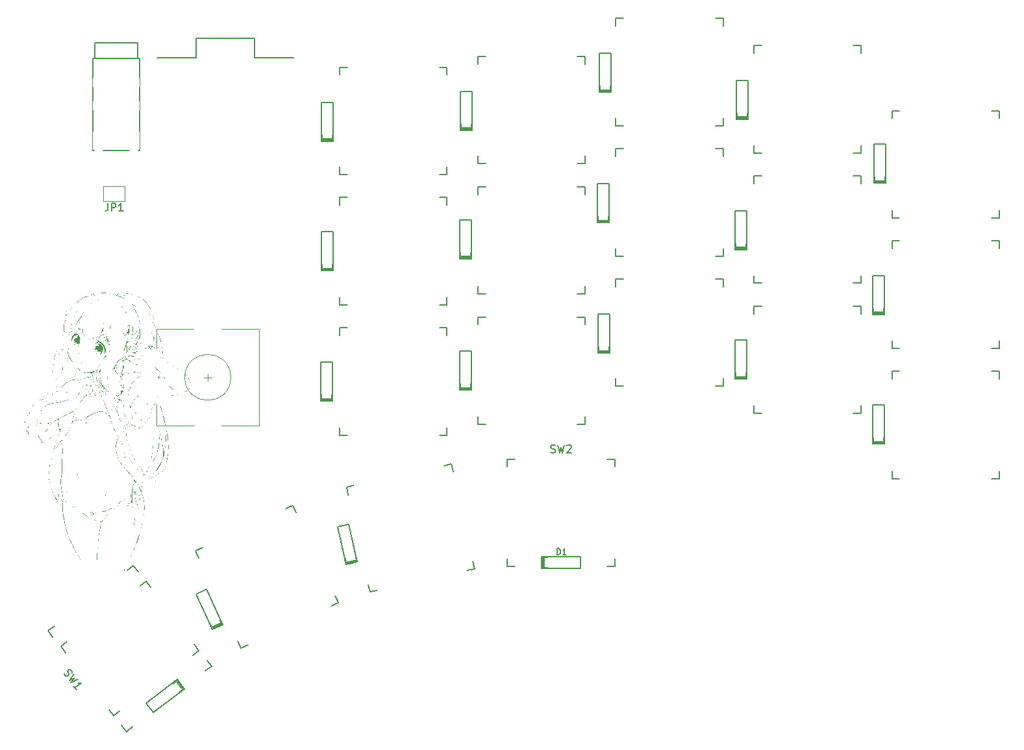
<source format=gbr>
G04 #@! TF.GenerationSoftware,KiCad,Pcbnew,7.0.2-6a45011f42~172~ubuntu20.04.1*
G04 #@! TF.CreationDate,2023-04-26T19:15:44+02:00*
G04 #@! TF.ProjectId,Pteron36v0,50746572-6f6e-4333-9676-302e6b696361,rev?*
G04 #@! TF.SameCoordinates,Original*
G04 #@! TF.FileFunction,Legend,Top*
G04 #@! TF.FilePolarity,Positive*
%FSLAX46Y46*%
G04 Gerber Fmt 4.6, Leading zero omitted, Abs format (unit mm)*
G04 Created by KiCad (PCBNEW 7.0.2-6a45011f42~172~ubuntu20.04.1) date 2023-04-26 19:15:44*
%MOMM*%
%LPD*%
G01*
G04 APERTURE LIST*
G04 Aperture macros list*
%AMRotRect*
0 Rectangle, with rotation*
0 The origin of the aperture is its center*
0 $1 length*
0 $2 width*
0 $3 Rotation angle, in degrees counterclockwise*
0 Add horizontal line*
21,1,$1,$2,0,0,$3*%
G04 Aperture macros list end*
%ADD10C,0.300000*%
%ADD11C,0.150000*%
%ADD12C,0.120000*%
%ADD13R,1.200000X1.600000*%
%ADD14R,1.600000X1.600000*%
%ADD15C,1.600000*%
%ADD16RotRect,1.600000X1.200000X282.500000*%
%ADD17RotRect,1.600000X1.600000X282.500000*%
%ADD18RotRect,1.600000X1.200000X295.000000*%
%ADD19RotRect,1.600000X1.600000X295.000000*%
%ADD20RotRect,1.600000X1.200000X37.500000*%
%ADD21RotRect,1.600000X1.600000X37.500000*%
%ADD22C,0.800000*%
%ADD23O,1.600000X2.000000*%
%ADD24C,1.701800*%
%ADD25C,0.990600*%
%ADD26C,3.429000*%
%ADD27C,2.032000*%
%ADD28R,1.000000X1.500000*%
%ADD29R,1.600000X1.200000*%
%ADD30R,2.000000X2.000000*%
%ADD31C,2.000000*%
%ADD32R,3.000000X2.500000*%
G04 APERTURE END LIST*
D10*
G04 #@! TO.C,*
D11*
G04 #@! TO.C,SW2*
X182534667Y-99914000D02*
X182677524Y-99961619D01*
X182677524Y-99961619D02*
X182915619Y-99961619D01*
X182915619Y-99961619D02*
X183010857Y-99914000D01*
X183010857Y-99914000D02*
X183058476Y-99866380D01*
X183058476Y-99866380D02*
X183106095Y-99771142D01*
X183106095Y-99771142D02*
X183106095Y-99675904D01*
X183106095Y-99675904D02*
X183058476Y-99580666D01*
X183058476Y-99580666D02*
X183010857Y-99533047D01*
X183010857Y-99533047D02*
X182915619Y-99485428D01*
X182915619Y-99485428D02*
X182725143Y-99437809D01*
X182725143Y-99437809D02*
X182629905Y-99390190D01*
X182629905Y-99390190D02*
X182582286Y-99342571D01*
X182582286Y-99342571D02*
X182534667Y-99247333D01*
X182534667Y-99247333D02*
X182534667Y-99152095D01*
X182534667Y-99152095D02*
X182582286Y-99056857D01*
X182582286Y-99056857D02*
X182629905Y-99009238D01*
X182629905Y-99009238D02*
X182725143Y-98961619D01*
X182725143Y-98961619D02*
X182963238Y-98961619D01*
X182963238Y-98961619D02*
X183106095Y-99009238D01*
X183439429Y-98961619D02*
X183677524Y-99961619D01*
X183677524Y-99961619D02*
X183868000Y-99247333D01*
X183868000Y-99247333D02*
X184058476Y-99961619D01*
X184058476Y-99961619D02*
X184296572Y-98961619D01*
X184629905Y-99056857D02*
X184677524Y-99009238D01*
X184677524Y-99009238D02*
X184772762Y-98961619D01*
X184772762Y-98961619D02*
X185010857Y-98961619D01*
X185010857Y-98961619D02*
X185106095Y-99009238D01*
X185106095Y-99009238D02*
X185153714Y-99056857D01*
X185153714Y-99056857D02*
X185201333Y-99152095D01*
X185201333Y-99152095D02*
X185201333Y-99247333D01*
X185201333Y-99247333D02*
X185153714Y-99390190D01*
X185153714Y-99390190D02*
X184582286Y-99961619D01*
X184582286Y-99961619D02*
X185201333Y-99961619D01*
G04 #@! TO.C,JP1*
X124769666Y-67429619D02*
X124769666Y-68143904D01*
X124769666Y-68143904D02*
X124722047Y-68286761D01*
X124722047Y-68286761D02*
X124626809Y-68382000D01*
X124626809Y-68382000D02*
X124483952Y-68429619D01*
X124483952Y-68429619D02*
X124388714Y-68429619D01*
X125245857Y-68429619D02*
X125245857Y-67429619D01*
X125245857Y-67429619D02*
X125626809Y-67429619D01*
X125626809Y-67429619D02*
X125722047Y-67477238D01*
X125722047Y-67477238D02*
X125769666Y-67524857D01*
X125769666Y-67524857D02*
X125817285Y-67620095D01*
X125817285Y-67620095D02*
X125817285Y-67762952D01*
X125817285Y-67762952D02*
X125769666Y-67858190D01*
X125769666Y-67858190D02*
X125722047Y-67905809D01*
X125722047Y-67905809D02*
X125626809Y-67953428D01*
X125626809Y-67953428D02*
X125245857Y-67953428D01*
X126769666Y-68429619D02*
X126198238Y-68429619D01*
X126483952Y-68429619D02*
X126483952Y-67429619D01*
X126483952Y-67429619D02*
X126388714Y-67572476D01*
X126388714Y-67572476D02*
X126293476Y-67667714D01*
X126293476Y-67667714D02*
X126198238Y-67715333D01*
G04 #@! TO.C,D1*
X183330924Y-113270095D02*
X183330924Y-112470095D01*
X183330924Y-112470095D02*
X183521400Y-112470095D01*
X183521400Y-112470095D02*
X183635686Y-112508190D01*
X183635686Y-112508190D02*
X183711876Y-112584380D01*
X183711876Y-112584380D02*
X183749971Y-112660571D01*
X183749971Y-112660571D02*
X183788067Y-112812952D01*
X183788067Y-112812952D02*
X183788067Y-112927238D01*
X183788067Y-112927238D02*
X183749971Y-113079619D01*
X183749971Y-113079619D02*
X183711876Y-113155809D01*
X183711876Y-113155809D02*
X183635686Y-113232000D01*
X183635686Y-113232000D02*
X183521400Y-113270095D01*
X183521400Y-113270095D02*
X183330924Y-113270095D01*
X184549971Y-113270095D02*
X184092828Y-113270095D01*
X184321400Y-113270095D02*
X184321400Y-112470095D01*
X184321400Y-112470095D02*
X184245209Y-112584380D01*
X184245209Y-112584380D02*
X184169019Y-112660571D01*
X184169019Y-112660571D02*
X184092828Y-112698666D01*
G04 #@! TO.C,SW1*
X119074243Y-128747551D02*
X119123430Y-128889876D01*
X119123430Y-128889876D02*
X119268374Y-129078770D01*
X119268374Y-129078770D02*
X119364130Y-129125339D01*
X119364130Y-129125339D02*
X119430897Y-129134129D01*
X119430897Y-129134129D02*
X119535443Y-129113930D01*
X119535443Y-129113930D02*
X119611001Y-129055953D01*
X119611001Y-129055953D02*
X119657569Y-128960197D01*
X119657569Y-128960197D02*
X119666360Y-128893430D01*
X119666360Y-128893430D02*
X119646161Y-128788884D01*
X119646161Y-128788884D02*
X119567985Y-128608780D01*
X119567985Y-128608780D02*
X119547787Y-128504234D01*
X119547787Y-128504234D02*
X119556577Y-128437467D01*
X119556577Y-128437467D02*
X119603146Y-128341711D01*
X119603146Y-128341711D02*
X119678703Y-128283733D01*
X119678703Y-128283733D02*
X119783249Y-128263535D01*
X119783249Y-128263535D02*
X119850016Y-128272325D01*
X119850016Y-128272325D02*
X119945772Y-128318894D01*
X119945772Y-128318894D02*
X120090716Y-128507787D01*
X120090716Y-128507787D02*
X120139903Y-128650112D01*
X120380602Y-128885575D02*
X119732192Y-129683230D01*
X119732192Y-129683230D02*
X120414827Y-129399515D01*
X120414827Y-129399515D02*
X119964101Y-129985460D01*
X119964101Y-129985460D02*
X120902398Y-129565592D01*
X120659828Y-130892149D02*
X120311965Y-130438804D01*
X120485896Y-130665477D02*
X121279250Y-130056715D01*
X121279250Y-130056715D02*
X121107936Y-130068124D01*
X121107936Y-130068124D02*
X120974402Y-130050543D01*
X120974402Y-130050543D02*
X120878646Y-130003975D01*
G04 #@! TO.C,*
G36*
X114232120Y-95245083D02*
G01*
X114214032Y-95253517D01*
X114205599Y-95235430D01*
X114223685Y-95226996D01*
X114232120Y-95245083D01*
G37*
G36*
X114048525Y-96409633D02*
G01*
X114030439Y-96418067D01*
X114022005Y-96399980D01*
X114040092Y-96391546D01*
X114048525Y-96409633D01*
G37*
G36*
X114852029Y-94449574D02*
G01*
X114833942Y-94458008D01*
X114825509Y-94439922D01*
X114843595Y-94431488D01*
X114852029Y-94449574D01*
G37*
G36*
X114087038Y-96633884D02*
G01*
X114068952Y-96642318D01*
X114060518Y-96624232D01*
X114078604Y-96615798D01*
X114087038Y-96633884D01*
G37*
G36*
X114094253Y-96696578D02*
G01*
X114076167Y-96705011D01*
X114067733Y-96686925D01*
X114085819Y-96678490D01*
X114094253Y-96696578D01*
G37*
G36*
X119902663Y-80820621D02*
G01*
X119884576Y-80829056D01*
X119876142Y-80810969D01*
X119894229Y-80802535D01*
X119902663Y-80820621D01*
G37*
G36*
X114388316Y-97043875D02*
G01*
X114370229Y-97052308D01*
X114361795Y-97034222D01*
X114379882Y-97025788D01*
X114388316Y-97043875D01*
G37*
G36*
X115831326Y-93244269D02*
G01*
X115813240Y-93252703D01*
X115804806Y-93234617D01*
X115822893Y-93226183D01*
X115831326Y-93244269D01*
G37*
G36*
X116161757Y-92914034D02*
G01*
X116143669Y-92922468D01*
X116135236Y-92904381D01*
X116153322Y-92895948D01*
X116161757Y-92914034D01*
G37*
G36*
X117534761Y-89389283D02*
G01*
X117516675Y-89397717D01*
X117508241Y-89379630D01*
X117526327Y-89371197D01*
X117534761Y-89389283D01*
G37*
G36*
X117541976Y-89451976D02*
G01*
X117523889Y-89460410D01*
X117515456Y-89442324D01*
X117533542Y-89433890D01*
X117541976Y-89451976D01*
G37*
G36*
X117549192Y-89514669D02*
G01*
X117531105Y-89523103D01*
X117522671Y-89505016D01*
X117540758Y-89496583D01*
X117549192Y-89514669D01*
G37*
G36*
X117669799Y-89348333D02*
G01*
X117651713Y-89356767D01*
X117643279Y-89338681D01*
X117661366Y-89330246D01*
X117669799Y-89348333D01*
G37*
G36*
X117677014Y-89411026D02*
G01*
X117658928Y-89419459D01*
X117650494Y-89401373D01*
X117668581Y-89392939D01*
X117677014Y-89411026D01*
G37*
G36*
X114662976Y-97774546D02*
G01*
X114644889Y-97782979D01*
X114636455Y-97764893D01*
X114654542Y-97756459D01*
X114662976Y-97774546D01*
G37*
G36*
X116607822Y-92926222D02*
G01*
X116589736Y-92934655D01*
X116581302Y-92916569D01*
X116599389Y-92908135D01*
X116607822Y-92926222D01*
G37*
G36*
X118871301Y-86872398D02*
G01*
X118853214Y-86880831D01*
X118844781Y-86862745D01*
X118862867Y-86854311D01*
X118871301Y-86872398D01*
G37*
G36*
X118868864Y-86961611D02*
G01*
X118850776Y-86970045D01*
X118842343Y-86951959D01*
X118860429Y-86943525D01*
X118868864Y-86961611D01*
G37*
G36*
X118866426Y-87050824D02*
G01*
X118848340Y-87059258D01*
X118839906Y-87041171D01*
X118857992Y-87032738D01*
X118866426Y-87050824D01*
G37*
G36*
X118873641Y-87113517D02*
G01*
X118855555Y-87121951D01*
X118847121Y-87103865D01*
X118865207Y-87095431D01*
X118873641Y-87113517D01*
G37*
G36*
X118871203Y-87202730D02*
G01*
X118853117Y-87211165D01*
X118844683Y-87193077D01*
X118862770Y-87184644D01*
X118871203Y-87202730D01*
G37*
G36*
X118875981Y-87354637D02*
G01*
X118857895Y-87363071D01*
X118849460Y-87344984D01*
X118867548Y-87336550D01*
X118875981Y-87354637D01*
G37*
G36*
X115516887Y-96583671D02*
G01*
X115498801Y-96592105D01*
X115490367Y-96574018D01*
X115508454Y-96565585D01*
X115516887Y-96583671D01*
G37*
G36*
X118883196Y-87417330D02*
G01*
X118865110Y-87425763D01*
X118856676Y-87407677D01*
X118874762Y-87399243D01*
X118883196Y-87417330D01*
G37*
G36*
X115524103Y-96646364D02*
G01*
X115506016Y-96654797D01*
X115497582Y-96636711D01*
X115515669Y-96628277D01*
X115524103Y-96646364D01*
G37*
G36*
X118887973Y-87569236D02*
G01*
X118869887Y-87577669D01*
X118861453Y-87559583D01*
X118879540Y-87551149D01*
X118887973Y-87569236D01*
G37*
G36*
X118895189Y-87631929D02*
G01*
X118877102Y-87640363D01*
X118868668Y-87622276D01*
X118886755Y-87613842D01*
X118895189Y-87631929D01*
G37*
G36*
X118902404Y-87694622D02*
G01*
X118884318Y-87703056D01*
X118875884Y-87684969D01*
X118893970Y-87676536D01*
X118902404Y-87694622D01*
G37*
G36*
X118909619Y-87757314D02*
G01*
X118891532Y-87765749D01*
X118883099Y-87747662D01*
X118901185Y-87739228D01*
X118909619Y-87757314D01*
G37*
G36*
X118916834Y-87820008D02*
G01*
X118898748Y-87828442D01*
X118890314Y-87810355D01*
X118908400Y-87801922D01*
X118916834Y-87820008D01*
G37*
G36*
X118924049Y-87882700D02*
G01*
X118905963Y-87891134D01*
X118897529Y-87873048D01*
X118915615Y-87864614D01*
X118924049Y-87882700D01*
G37*
G36*
X118931264Y-87945394D02*
G01*
X118913178Y-87953828D01*
X118904743Y-87935741D01*
X118922831Y-87927308D01*
X118931264Y-87945394D01*
G37*
G36*
X117010403Y-93222916D02*
G01*
X116992317Y-93231350D01*
X116983882Y-93213264D01*
X117001970Y-93204830D01*
X117010403Y-93222916D01*
G37*
G36*
X118938479Y-88008087D02*
G01*
X118920393Y-88016520D01*
X118911959Y-87998434D01*
X118930046Y-87990000D01*
X118938479Y-88008087D01*
G37*
G36*
X117374763Y-92304361D02*
G01*
X117356677Y-92312795D01*
X117348243Y-92294709D01*
X117366330Y-92286275D01*
X117374763Y-92304361D01*
G37*
G36*
X117104491Y-93046927D02*
G01*
X117086405Y-93055362D01*
X117077971Y-93037275D01*
X117096058Y-93028841D01*
X117104491Y-93046927D01*
G37*
G36*
X118945694Y-88070780D02*
G01*
X118927608Y-88079214D01*
X118919174Y-88061127D01*
X118937260Y-88052694D01*
X118945694Y-88070780D01*
G37*
G36*
X115605905Y-97246774D02*
G01*
X115587819Y-97255208D01*
X115579385Y-97237122D01*
X115597472Y-97228687D01*
X115605905Y-97246774D01*
G37*
G36*
X118943257Y-88159992D02*
G01*
X118925170Y-88168426D01*
X118916737Y-88150340D01*
X118934823Y-88141906D01*
X118943257Y-88159992D01*
G37*
G36*
X115637204Y-97408333D02*
G01*
X115619117Y-97416767D01*
X115610684Y-97398680D01*
X115628770Y-97390247D01*
X115637204Y-97408333D01*
G37*
G36*
X115434500Y-97965257D02*
G01*
X115416414Y-97973691D01*
X115407980Y-97955604D01*
X115426066Y-97947171D01*
X115434500Y-97965257D01*
G37*
G36*
X115711695Y-98276382D02*
G01*
X115693608Y-98284816D01*
X115685174Y-98266729D01*
X115703261Y-98258296D01*
X115711695Y-98276382D01*
G37*
G36*
X117929348Y-92265946D02*
G01*
X117911261Y-92274380D01*
X117902828Y-92256293D01*
X117920914Y-92247859D01*
X117929348Y-92265946D01*
G37*
G36*
X122094382Y-80987640D02*
G01*
X122076296Y-80996074D01*
X122067862Y-80977987D01*
X122085948Y-80969554D01*
X122094382Y-80987640D01*
G37*
G36*
X117992040Y-92258731D02*
G01*
X117973954Y-92267164D01*
X117965520Y-92249078D01*
X117983607Y-92240644D01*
X117992040Y-92258731D01*
G37*
G36*
X115771950Y-98358380D02*
G01*
X115753863Y-98366813D01*
X115745430Y-98348727D01*
X115763516Y-98340293D01*
X115771950Y-98358380D01*
G37*
G36*
X122149861Y-80917732D02*
G01*
X122131773Y-80926165D01*
X122123340Y-80908079D01*
X122141426Y-80899645D01*
X122149861Y-80917732D01*
G37*
G36*
X122195686Y-80874344D02*
G01*
X122177599Y-80882778D01*
X122169166Y-80864692D01*
X122187252Y-80856258D01*
X122195686Y-80874344D01*
G37*
G36*
X115815338Y-98404206D02*
G01*
X115797251Y-98412640D01*
X115788818Y-98394553D01*
X115806904Y-98386119D01*
X115815338Y-98404206D01*
G37*
G36*
X122241511Y-80830956D02*
G01*
X122223425Y-80839390D01*
X122214991Y-80821303D01*
X122233077Y-80812870D01*
X122241511Y-80830956D01*
G37*
G36*
X118081254Y-92261168D02*
G01*
X118063168Y-92269602D01*
X118054734Y-92251516D01*
X118072820Y-92243082D01*
X118081254Y-92261168D01*
G37*
G36*
X118170467Y-92263606D02*
G01*
X118152381Y-92272040D01*
X118143946Y-92253953D01*
X118162033Y-92245520D01*
X118170467Y-92263606D01*
G37*
G36*
X116191691Y-97700249D02*
G01*
X116173605Y-97708683D01*
X116165170Y-97690597D01*
X116183257Y-97682163D01*
X116191691Y-97700249D01*
G37*
G36*
X118370733Y-91795895D02*
G01*
X118352647Y-91804329D01*
X118344213Y-91786242D01*
X118362300Y-91777809D01*
X118370733Y-91795895D01*
G37*
G36*
X118416559Y-91752506D02*
G01*
X118398473Y-91760940D01*
X118390039Y-91742854D01*
X118408125Y-91734420D01*
X118416559Y-91752506D01*
G37*
G36*
X116273688Y-97639994D02*
G01*
X116255602Y-97648428D01*
X116247168Y-97630342D01*
X116265255Y-97621908D01*
X116273688Y-97639994D01*
G37*
G36*
X122516462Y-80570629D02*
G01*
X122498376Y-80579063D01*
X122489942Y-80560977D01*
X122508029Y-80552542D01*
X122516462Y-80570629D01*
G37*
G36*
X121290586Y-83938696D02*
G01*
X121272500Y-83947130D01*
X121264066Y-83929044D01*
X121282153Y-83920610D01*
X121290586Y-83938696D01*
G37*
G36*
X118462384Y-91709119D02*
G01*
X118444298Y-91717553D01*
X118435864Y-91699466D01*
X118453950Y-91691033D01*
X118462384Y-91709119D01*
G37*
G36*
X118346553Y-92027362D02*
G01*
X118328467Y-92035795D01*
X118320033Y-92017709D01*
X118338119Y-92009274D01*
X118346553Y-92027362D01*
G37*
G36*
X116319514Y-97596606D02*
G01*
X116301427Y-97605040D01*
X116292994Y-97586953D01*
X116311080Y-97578520D01*
X116319514Y-97596606D01*
G37*
G36*
X122562289Y-80527241D02*
G01*
X122544201Y-80535675D01*
X122535768Y-80517588D01*
X122553854Y-80509155D01*
X122562289Y-80527241D01*
G37*
G36*
X118508210Y-91665731D02*
G01*
X118490123Y-91674165D01*
X118481689Y-91656078D01*
X118499775Y-91647644D01*
X118508210Y-91665731D01*
G37*
G36*
X116365340Y-97553219D02*
G01*
X116347252Y-97561652D01*
X116338819Y-97543566D01*
X116356905Y-97535132D01*
X116365340Y-97553219D01*
G37*
G36*
X121333975Y-83984522D02*
G01*
X121315888Y-83992955D01*
X121307455Y-83974869D01*
X121325541Y-83966435D01*
X121333975Y-83984522D01*
G37*
G36*
X116411165Y-97509830D02*
G01*
X116393079Y-97518264D01*
X116384645Y-97500178D01*
X116402731Y-97491744D01*
X116411165Y-97509830D01*
G37*
G36*
X118435767Y-92029799D02*
G01*
X118417680Y-92038232D01*
X118409247Y-92020146D01*
X118427333Y-92011712D01*
X118435767Y-92029799D01*
G37*
G36*
X118348893Y-92268480D02*
G01*
X118330807Y-92276914D01*
X118322373Y-92258828D01*
X118340460Y-92250394D01*
X118348893Y-92268480D01*
G37*
G36*
X121377362Y-84030347D02*
G01*
X121359276Y-84038780D01*
X121350842Y-84020694D01*
X121368929Y-84012260D01*
X121377362Y-84030347D01*
G37*
G36*
X118655338Y-91509047D02*
G01*
X118637252Y-91517481D01*
X118628818Y-91499395D01*
X118646904Y-91490961D01*
X118655338Y-91509047D01*
G37*
G36*
X118047226Y-93179821D02*
G01*
X118029140Y-93188254D01*
X118020706Y-93170168D01*
X118038792Y-93161734D01*
X118047226Y-93179821D01*
G37*
G36*
X121420751Y-84076172D02*
G01*
X121402664Y-84084607D01*
X121394230Y-84066519D01*
X121412317Y-84058086D01*
X121420751Y-84076172D01*
G37*
G36*
X118524980Y-92032236D02*
G01*
X118506894Y-92040670D01*
X118498459Y-92022584D01*
X118516546Y-92014150D01*
X118524980Y-92032236D01*
G37*
G36*
X123249863Y-79215758D02*
G01*
X123231777Y-79224192D01*
X123223343Y-79206106D01*
X123241430Y-79197671D01*
X123249863Y-79215758D01*
G37*
G36*
X118614193Y-92034674D02*
G01*
X118596106Y-92043108D01*
X118587673Y-92025021D01*
X118605759Y-92016588D01*
X118614193Y-92034674D01*
G37*
G36*
X118703406Y-92037112D02*
G01*
X118685320Y-92045545D01*
X118676886Y-92027459D01*
X118694972Y-92019025D01*
X118703406Y-92037112D01*
G37*
G36*
X123411422Y-79184460D02*
G01*
X123393336Y-79192894D01*
X123384902Y-79174808D01*
X123402988Y-79166374D01*
X123411422Y-79184460D01*
G37*
G36*
X117057594Y-96723974D02*
G01*
X117039508Y-96732408D01*
X117031074Y-96714322D01*
X117049160Y-96705888D01*
X117057594Y-96723974D01*
G37*
G36*
X117132378Y-96601026D02*
G01*
X117114292Y-96609460D01*
X117105857Y-96591373D01*
X117123944Y-96582940D01*
X117132378Y-96601026D01*
G37*
G36*
X123510288Y-79160377D02*
G01*
X123492202Y-79168812D01*
X123483768Y-79150725D01*
X123501854Y-79142291D01*
X123510288Y-79160377D01*
G37*
G36*
X123572981Y-79153162D02*
G01*
X123554894Y-79161596D01*
X123546461Y-79143510D01*
X123564547Y-79135076D01*
X123572981Y-79153162D01*
G37*
G36*
X123635674Y-79145947D02*
G01*
X123617588Y-79154381D01*
X123609154Y-79136295D01*
X123627240Y-79127861D01*
X123635674Y-79145947D01*
G37*
G36*
X123698367Y-79138732D02*
G01*
X123680280Y-79147166D01*
X123671847Y-79129080D01*
X123689933Y-79120646D01*
X123698367Y-79138732D01*
G37*
G36*
X123761060Y-79131518D02*
G01*
X123742974Y-79139951D01*
X123734539Y-79121865D01*
X123752627Y-79113430D01*
X123761060Y-79131518D01*
G37*
G36*
X123459393Y-80042857D02*
G01*
X123441307Y-80051291D01*
X123432873Y-80033204D01*
X123450959Y-80024771D01*
X123459393Y-80042857D01*
G37*
G36*
X119086779Y-92056514D02*
G01*
X119068693Y-92064948D01*
X119060259Y-92046862D01*
X119078345Y-92038428D01*
X119086779Y-92056514D01*
G37*
G36*
X123823753Y-79124302D02*
G01*
X123805667Y-79132735D01*
X123797233Y-79114649D01*
X123815319Y-79106215D01*
X123823753Y-79124302D01*
G37*
G36*
X119175993Y-92058952D02*
G01*
X119157905Y-92067385D01*
X119149472Y-92049299D01*
X119167558Y-92040864D01*
X119175993Y-92058952D01*
G37*
G36*
X123710165Y-80013997D02*
G01*
X123692079Y-80022430D01*
X123683644Y-80004344D01*
X123701731Y-79995910D01*
X123710165Y-80013997D01*
G37*
G36*
X119400147Y-92350771D02*
G01*
X119382061Y-92359205D01*
X119373627Y-92341119D01*
X119391713Y-92332685D01*
X119400147Y-92350771D01*
G37*
G36*
X119694307Y-92367736D02*
G01*
X119676220Y-92376170D01*
X119667787Y-92358083D01*
X119685873Y-92349649D01*
X119694307Y-92367736D01*
G37*
G36*
X120444769Y-90388373D02*
G01*
X120426683Y-90396806D01*
X120418249Y-90378720D01*
X120436335Y-90370286D01*
X120444769Y-90388373D01*
G37*
G36*
X119783520Y-92370173D02*
G01*
X119765434Y-92378607D01*
X119757000Y-92360521D01*
X119775086Y-92352087D01*
X119783520Y-92370173D01*
G37*
G36*
X119872733Y-92372611D02*
G01*
X119854646Y-92381045D01*
X119846213Y-92362958D01*
X119864299Y-92354525D01*
X119872733Y-92372611D01*
G37*
G36*
X120031952Y-92100194D02*
G01*
X120013865Y-92108628D01*
X120005432Y-92090542D01*
X120023518Y-92082107D01*
X120031952Y-92100194D01*
G37*
G36*
X120656931Y-90465593D02*
G01*
X120638845Y-90474027D01*
X120630411Y-90455941D01*
X120648497Y-90447507D01*
X120656931Y-90465593D01*
G37*
G36*
X119961946Y-92375049D02*
G01*
X119943860Y-92383483D01*
X119935426Y-92365396D01*
X119953512Y-92356963D01*
X119961946Y-92375049D01*
G37*
G36*
X120121165Y-92102631D02*
G01*
X120103079Y-92111065D01*
X120094644Y-92092978D01*
X120112732Y-92084545D01*
X120121165Y-92102631D01*
G37*
G36*
X120051159Y-92377487D02*
G01*
X120033073Y-92385920D01*
X120024639Y-92367834D01*
X120042726Y-92359399D01*
X120051159Y-92377487D01*
G37*
G36*
X120210378Y-92105069D02*
G01*
X120192292Y-92113502D01*
X120183858Y-92095416D01*
X120201944Y-92086982D01*
X120210378Y-92105069D01*
G37*
G36*
X120140373Y-92379923D02*
G01*
X120122286Y-92388357D01*
X120113852Y-92370271D01*
X120131939Y-92361837D01*
X120140373Y-92379923D01*
G37*
G36*
X120299591Y-92107507D02*
G01*
X120281505Y-92115940D01*
X120273071Y-92097854D01*
X120291158Y-92089420D01*
X120299591Y-92107507D01*
G37*
G36*
X122845432Y-85195383D02*
G01*
X122827345Y-85203817D01*
X122818912Y-85185731D01*
X122836998Y-85177297D01*
X122845432Y-85195383D01*
G37*
G36*
X120388805Y-92109944D02*
G01*
X120370719Y-92118378D01*
X120362284Y-92100291D01*
X120380371Y-92091858D01*
X120388805Y-92109944D01*
G37*
G36*
X120135400Y-92888683D02*
G01*
X120117314Y-92897116D01*
X120108880Y-92879030D01*
X120126967Y-92870596D01*
X120135400Y-92888683D01*
G37*
G36*
X118282107Y-97980564D02*
G01*
X118264021Y-97988998D01*
X118255587Y-97970912D01*
X118273673Y-97962478D01*
X118282107Y-97980564D01*
G37*
G36*
X124351135Y-81388563D02*
G01*
X124333049Y-81396996D01*
X124324615Y-81378910D01*
X124342701Y-81370476D01*
X124351135Y-81388563D01*
G37*
G36*
X117654593Y-100034711D02*
G01*
X117636507Y-100043144D01*
X117628073Y-100025058D01*
X117646159Y-100016624D01*
X117654593Y-100034711D01*
G37*
G36*
X121532488Y-89462797D02*
G01*
X121514402Y-89471231D01*
X121505968Y-89453145D01*
X121524054Y-89444711D01*
X121532488Y-89462797D01*
G37*
G36*
X123306123Y-84672291D02*
G01*
X123288036Y-84680725D01*
X123279603Y-84662639D01*
X123297689Y-84654205D01*
X123306123Y-84672291D01*
G37*
G36*
X120497225Y-92389673D02*
G01*
X120479139Y-92398108D01*
X120470705Y-92380021D01*
X120488792Y-92371587D01*
X120497225Y-92389673D01*
G37*
G36*
X117601455Y-100345738D02*
G01*
X117583369Y-100354171D01*
X117574935Y-100336085D01*
X117593021Y-100327651D01*
X117601455Y-100345738D01*
G37*
G36*
X120369304Y-92823649D02*
G01*
X120351218Y-92832083D01*
X120342784Y-92813997D01*
X120360870Y-92805563D01*
X120369304Y-92823649D01*
G37*
G36*
X123368816Y-84665077D02*
G01*
X123350730Y-84673511D01*
X123342295Y-84655424D01*
X123360383Y-84646990D01*
X123368816Y-84665077D01*
G37*
G36*
X120586439Y-92392111D02*
G01*
X120568353Y-92400545D01*
X120559919Y-92382458D01*
X120578005Y-92374025D01*
X120586439Y-92392111D01*
G37*
G36*
X120649131Y-92384896D02*
G01*
X120631045Y-92393330D01*
X120622611Y-92375243D01*
X120640698Y-92366810D01*
X120649131Y-92384896D01*
G37*
G36*
X120808350Y-92112479D02*
G01*
X120790264Y-92120913D01*
X120781830Y-92102827D01*
X120799917Y-92094392D01*
X120808350Y-92112479D01*
G37*
G36*
X121780822Y-89523151D02*
G01*
X121762736Y-89531584D01*
X121754302Y-89513498D01*
X121772388Y-89505064D01*
X121780822Y-89523151D01*
G37*
G36*
X120738345Y-92387334D02*
G01*
X120720259Y-92395767D01*
X120711825Y-92377681D01*
X120729911Y-92369247D01*
X120738345Y-92387334D01*
G37*
G36*
X120897563Y-92114916D02*
G01*
X120879477Y-92123350D01*
X120871043Y-92105263D01*
X120889130Y-92096830D01*
X120897563Y-92114916D01*
G37*
G36*
X120697200Y-92912960D02*
G01*
X120679113Y-92921394D01*
X120670680Y-92903308D01*
X120688766Y-92894874D01*
X120697200Y-92912960D01*
G37*
G36*
X118180122Y-100406188D02*
G01*
X118162036Y-100414622D01*
X118153601Y-100396535D01*
X118171689Y-100388102D01*
X118180122Y-100406188D01*
G37*
G36*
X118177685Y-100495402D02*
G01*
X118159598Y-100503835D01*
X118151165Y-100485749D01*
X118169251Y-100477315D01*
X118177685Y-100495402D01*
G37*
G36*
X118175247Y-100584614D02*
G01*
X118157161Y-100593048D01*
X118148727Y-100574962D01*
X118166813Y-100566528D01*
X118175247Y-100584614D01*
G37*
G36*
X118160720Y-100789561D02*
G01*
X118142633Y-100797995D01*
X118134199Y-100779909D01*
X118152285Y-100771475D01*
X118160720Y-100789561D01*
G37*
G36*
X118158282Y-100878775D02*
G01*
X118140196Y-100887209D01*
X118131762Y-100869122D01*
X118149849Y-100860688D01*
X118158282Y-100878775D01*
G37*
G36*
X118155845Y-100967987D02*
G01*
X118137758Y-100976421D01*
X118129325Y-100958335D01*
X118147411Y-100949901D01*
X118155845Y-100967987D01*
G37*
G36*
X118153407Y-101057201D02*
G01*
X118135321Y-101065635D01*
X118126887Y-101047548D01*
X118144973Y-101039115D01*
X118153407Y-101057201D01*
G37*
G36*
X118148532Y-101235627D02*
G01*
X118130446Y-101244061D01*
X118122012Y-101225974D01*
X118140099Y-101217541D01*
X118148532Y-101235627D01*
G37*
G36*
X124968023Y-82664262D02*
G01*
X124949936Y-82672697D01*
X124941503Y-82654609D01*
X124959589Y-82646176D01*
X124968023Y-82664262D01*
G37*
G36*
X118143657Y-101414054D02*
G01*
X118125571Y-101422488D01*
X118117137Y-101404401D01*
X118135223Y-101395967D01*
X118143657Y-101414054D01*
G37*
G36*
X124975238Y-82726955D02*
G01*
X124957152Y-82735389D01*
X124948718Y-82717303D01*
X124966804Y-82708869D01*
X124975238Y-82726955D01*
G37*
G36*
X124982454Y-82789648D02*
G01*
X124964367Y-82798082D01*
X124955933Y-82779995D01*
X124974019Y-82771562D01*
X124982454Y-82789648D01*
G37*
G36*
X124989668Y-82852342D02*
G01*
X124971582Y-82860775D01*
X124963148Y-82842689D01*
X124981235Y-82834255D01*
X124989668Y-82852342D01*
G37*
G36*
X120539834Y-95078160D02*
G01*
X120521748Y-95086594D01*
X120513314Y-95068507D01*
X120531401Y-95060074D01*
X120539834Y-95078160D01*
G37*
G36*
X124996883Y-82915034D02*
G01*
X124978797Y-82923468D01*
X124970363Y-82905382D01*
X124988450Y-82896948D01*
X124996883Y-82915034D01*
G37*
G36*
X124533560Y-84188005D02*
G01*
X124515474Y-84196438D01*
X124507040Y-84178352D01*
X124525126Y-84169918D01*
X124533560Y-84188005D01*
G37*
G36*
X125004098Y-82977728D02*
G01*
X124986012Y-82986161D01*
X124977578Y-82968075D01*
X124995664Y-82959641D01*
X125004098Y-82977728D01*
G37*
G36*
X124540775Y-84250697D02*
G01*
X124522689Y-84259131D01*
X124514255Y-84241045D01*
X124532341Y-84232611D01*
X124540775Y-84250697D01*
G37*
G36*
X125011313Y-83040420D02*
G01*
X124993227Y-83048854D01*
X124984793Y-83030768D01*
X125002879Y-83022334D01*
X125011313Y-83040420D01*
G37*
G36*
X124547990Y-84313391D02*
G01*
X124529903Y-84321824D01*
X124521470Y-84303738D01*
X124539556Y-84295304D01*
X124547990Y-84313391D01*
G37*
G36*
X126630410Y-79004570D02*
G01*
X126612323Y-79013004D01*
X126603890Y-78994918D01*
X126621976Y-78986484D01*
X126630410Y-79004570D01*
G37*
G36*
X122228644Y-91758453D02*
G01*
X122210558Y-91766887D01*
X122202124Y-91748800D01*
X122220210Y-91740367D01*
X122228644Y-91758453D01*
G37*
G36*
X126847350Y-79233697D02*
G01*
X126829263Y-79242131D01*
X126820830Y-79224045D01*
X126838916Y-79215611D01*
X126847350Y-79233697D01*
G37*
G36*
X122291337Y-91751238D02*
G01*
X122273251Y-91759672D01*
X122264817Y-91741586D01*
X122282903Y-91733152D01*
X122291337Y-91751238D01*
G37*
G36*
X121738703Y-93352103D02*
G01*
X121720617Y-93360537D01*
X121712183Y-93342451D01*
X121730270Y-93334017D01*
X121738703Y-93352103D01*
G37*
G36*
X126910042Y-79226482D02*
G01*
X126891956Y-79234916D01*
X126883522Y-79216830D01*
X126901608Y-79208396D01*
X126910042Y-79226482D01*
G37*
G36*
X122267157Y-91982705D02*
G01*
X122249070Y-91991139D01*
X122240637Y-91973053D01*
X122258723Y-91964619D01*
X122267157Y-91982705D01*
G37*
G36*
X126972736Y-79219267D02*
G01*
X126954649Y-79227701D01*
X126946215Y-79209614D01*
X126964302Y-79201180D01*
X126972736Y-79219267D01*
G37*
G36*
X127035428Y-79212051D02*
G01*
X127017342Y-79220485D01*
X127008908Y-79202399D01*
X127026995Y-79193965D01*
X127035428Y-79212051D01*
G37*
G36*
X122180186Y-92551719D02*
G01*
X122162100Y-92560153D01*
X122153666Y-92542067D01*
X122171753Y-92533633D01*
X122180186Y-92551719D01*
G37*
G36*
X122226011Y-92508332D02*
G01*
X122207925Y-92516765D01*
X122199491Y-92498679D01*
X122217578Y-92490245D01*
X122226011Y-92508332D01*
G37*
G36*
X122090875Y-92879615D02*
G01*
X122072789Y-92888048D01*
X122064355Y-92869962D01*
X122082442Y-92861528D01*
X122090875Y-92879615D01*
G37*
G36*
X121058051Y-95717278D02*
G01*
X121039964Y-95725711D01*
X121031531Y-95707625D01*
X121049617Y-95699190D01*
X121058051Y-95717278D01*
G37*
G36*
X122271838Y-92464944D02*
G01*
X122253750Y-92473377D01*
X122245317Y-92455291D01*
X122263403Y-92446857D01*
X122271838Y-92464944D01*
G37*
G36*
X127124642Y-79214489D02*
G01*
X127106556Y-79222923D01*
X127098122Y-79204837D01*
X127116208Y-79196403D01*
X127124642Y-79214489D01*
G37*
G36*
X122192179Y-92766319D02*
G01*
X122174093Y-92774753D01*
X122165659Y-92756666D01*
X122183745Y-92748233D01*
X122192179Y-92766319D01*
G37*
G36*
X122238005Y-92722930D02*
G01*
X122219918Y-92731364D01*
X122211485Y-92713278D01*
X122229571Y-92704844D01*
X122238005Y-92722930D01*
G37*
G36*
X127187334Y-79207274D02*
G01*
X127169248Y-79215708D01*
X127160814Y-79197622D01*
X127178901Y-79189188D01*
X127187334Y-79207274D01*
G37*
G36*
X122283830Y-92679543D02*
G01*
X122265743Y-92687977D01*
X122257310Y-92669890D01*
X122275396Y-92661457D01*
X122283830Y-92679543D01*
G37*
G36*
X122701133Y-92110625D02*
G01*
X122683047Y-92119060D01*
X122674613Y-92100973D01*
X122692700Y-92092539D01*
X122701133Y-92110625D01*
G37*
G36*
X124112748Y-88479794D02*
G01*
X124094661Y-88488228D01*
X124086228Y-88470141D01*
X124104314Y-88461708D01*
X124112748Y-88479794D01*
G37*
G36*
X126813030Y-81143347D02*
G01*
X126794944Y-81151781D01*
X126786509Y-81133694D01*
X126804596Y-81125261D01*
X126813030Y-81143347D01*
G37*
G36*
X124177879Y-88383366D02*
G01*
X124159793Y-88391800D01*
X124151358Y-88373713D01*
X124169445Y-88365280D01*
X124177879Y-88383366D01*
G37*
G36*
X124243009Y-88286937D02*
G01*
X124224923Y-88295371D01*
X124216489Y-88277285D01*
X124234575Y-88268851D01*
X124243009Y-88286937D01*
G37*
G36*
X124308139Y-88190509D02*
G01*
X124290053Y-88198943D01*
X124281619Y-88180856D01*
X124299706Y-88172423D01*
X124308139Y-88190509D01*
G37*
G36*
X124689269Y-87638459D02*
G01*
X124671183Y-87646893D01*
X124662749Y-87628807D01*
X124680836Y-87620373D01*
X124689269Y-87638459D01*
G37*
G36*
X127652316Y-80487752D02*
G01*
X127634230Y-80496185D01*
X127625796Y-80478099D01*
X127643882Y-80469665D01*
X127652316Y-80487752D01*
G37*
G36*
X123296570Y-92537581D02*
G01*
X123278484Y-92546015D01*
X123270050Y-92527929D01*
X123288136Y-92519495D01*
X123296570Y-92537581D01*
G37*
G36*
X127695705Y-80533577D02*
G01*
X127677617Y-80542010D01*
X127669184Y-80523924D01*
X127687270Y-80515490D01*
X127695705Y-80533577D01*
G37*
G36*
X123499177Y-92310990D02*
G01*
X123481090Y-92319423D01*
X123472657Y-92301337D01*
X123490743Y-92292903D01*
X123499177Y-92310990D01*
G37*
G36*
X126682087Y-83648532D02*
G01*
X126664000Y-83656966D01*
X126655567Y-83638879D01*
X126673653Y-83630446D01*
X126682087Y-83648532D01*
G37*
G36*
X123545002Y-92267601D02*
G01*
X123526916Y-92276035D01*
X123518482Y-92257949D01*
X123536568Y-92249515D01*
X123545002Y-92267601D01*
G37*
G36*
X123600480Y-92197694D02*
G01*
X123582394Y-92206128D01*
X123573959Y-92188041D01*
X123592047Y-92179608D01*
X123600480Y-92197694D01*
G37*
G36*
X126783196Y-84195902D02*
G01*
X126765109Y-84204335D01*
X126756675Y-84186249D01*
X126774762Y-84177815D01*
X126783196Y-84195902D01*
G37*
G36*
X124775462Y-89712106D02*
G01*
X124757375Y-89720540D01*
X124748941Y-89702453D01*
X124767028Y-89694020D01*
X124775462Y-89712106D01*
G37*
G36*
X124763371Y-89827839D02*
G01*
X124745285Y-89836273D01*
X124736851Y-89818187D01*
X124754937Y-89809753D01*
X124763371Y-89827839D01*
G37*
G36*
X118747383Y-106439146D02*
G01*
X118729297Y-106447579D01*
X118720863Y-106429493D01*
X118738950Y-106421059D01*
X118747383Y-106439146D01*
G37*
G36*
X124743969Y-90211213D02*
G01*
X124725883Y-90219646D01*
X124717449Y-90201560D01*
X124735535Y-90193126D01*
X124743969Y-90211213D01*
G37*
G36*
X124741531Y-90300426D02*
G01*
X124723445Y-90308860D01*
X124715011Y-90290774D01*
X124733098Y-90282339D01*
X124741531Y-90300426D01*
G37*
G36*
X124748746Y-90363119D02*
G01*
X124730660Y-90371552D01*
X124722226Y-90353466D01*
X124740312Y-90345032D01*
X124748746Y-90363119D01*
G37*
G36*
X124746308Y-90452332D02*
G01*
X124728222Y-90460766D01*
X124719788Y-90442680D01*
X124737874Y-90434246D01*
X124746308Y-90452332D01*
G37*
G36*
X124753524Y-90515025D02*
G01*
X124735438Y-90523459D01*
X124727003Y-90505372D01*
X124745090Y-90496939D01*
X124753524Y-90515025D01*
G37*
G36*
X119065723Y-106224644D02*
G01*
X119047637Y-106233078D01*
X119039203Y-106214992D01*
X119057290Y-106206558D01*
X119065723Y-106224644D01*
G37*
G36*
X124263583Y-92108675D02*
G01*
X124245496Y-92117109D01*
X124237063Y-92099022D01*
X124255149Y-92090589D01*
X124263583Y-92108675D01*
G37*
G36*
X119109111Y-106270469D02*
G01*
X119091025Y-106278903D01*
X119082591Y-106260817D01*
X119100677Y-106252383D01*
X119109111Y-106270469D01*
G37*
G36*
X124261146Y-92197889D02*
G01*
X124243059Y-92206322D01*
X124234625Y-92188236D01*
X124252711Y-92179802D01*
X124261146Y-92197889D01*
G37*
G36*
X124796814Y-90891183D02*
G01*
X124778728Y-90899617D01*
X124770294Y-90881531D01*
X124788380Y-90873097D01*
X124796814Y-90891183D01*
G37*
G36*
X124333491Y-92164153D02*
G01*
X124315405Y-92172587D01*
X124306971Y-92154500D01*
X124325057Y-92146066D01*
X124333491Y-92164153D01*
G37*
G36*
X120684820Y-102188794D02*
G01*
X120666734Y-102197228D01*
X120658300Y-102179141D01*
X120676386Y-102170707D01*
X120684820Y-102188794D01*
G37*
G36*
X124804029Y-90953876D02*
G01*
X124785943Y-90962309D01*
X124777509Y-90944223D01*
X124795595Y-90935789D01*
X124804029Y-90953876D01*
G37*
G36*
X120692035Y-102251487D02*
G01*
X120673949Y-102259921D01*
X120665515Y-102241835D01*
X120683601Y-102233401D01*
X120692035Y-102251487D01*
G37*
G36*
X120699250Y-102314179D02*
G01*
X120681164Y-102322613D01*
X120672730Y-102304527D01*
X120690816Y-102296093D01*
X120699250Y-102314179D01*
G37*
G36*
X124828112Y-91052742D02*
G01*
X124810026Y-91061176D01*
X124801591Y-91043089D01*
X124819679Y-91034656D01*
X124828112Y-91052742D01*
G37*
G36*
X124381656Y-92361885D02*
G01*
X124363570Y-92370319D01*
X124355136Y-92352232D01*
X124373223Y-92343799D01*
X124381656Y-92361885D01*
G37*
G36*
X127767270Y-83142502D02*
G01*
X127749184Y-83150937D01*
X127740750Y-83132850D01*
X127758837Y-83124416D01*
X127767270Y-83142502D01*
G37*
G36*
X119704938Y-105376095D02*
G01*
X119686852Y-105384529D01*
X119678418Y-105366442D01*
X119696504Y-105358009D01*
X119704938Y-105376095D01*
G37*
G36*
X119748326Y-105421920D02*
G01*
X119730240Y-105430354D01*
X119721806Y-105412268D01*
X119739893Y-105403834D01*
X119748326Y-105421920D01*
G37*
G36*
X127909524Y-83164245D02*
G01*
X127891438Y-83172679D01*
X127883004Y-83154593D01*
X127901090Y-83146159D01*
X127909524Y-83164245D01*
G37*
G36*
X125892137Y-88706970D02*
G01*
X125874051Y-88715404D01*
X125865617Y-88697318D01*
X125883703Y-88688884D01*
X125892137Y-88706970D01*
G37*
G36*
X126777638Y-86686656D02*
G01*
X126759552Y-86695090D01*
X126751118Y-86677003D01*
X126769205Y-86668570D01*
X126777638Y-86686656D01*
G37*
G36*
X126784854Y-86749350D02*
G01*
X126766767Y-86757783D01*
X126758333Y-86739697D01*
X126776419Y-86731263D01*
X126784854Y-86749350D01*
G37*
G36*
X126792069Y-86812042D02*
G01*
X126773983Y-86820476D01*
X126765549Y-86802390D01*
X126783635Y-86793956D01*
X126792069Y-86812042D01*
G37*
G36*
X119571948Y-106649162D02*
G01*
X119553861Y-106657597D01*
X119545428Y-106639509D01*
X119563514Y-106631076D01*
X119571948Y-106649162D01*
G37*
G36*
X119764805Y-106779424D02*
G01*
X119746717Y-106787857D01*
X119738284Y-106769771D01*
X119756370Y-106761337D01*
X119764805Y-106779424D01*
G37*
G36*
X125213630Y-91973929D02*
G01*
X125195544Y-91982363D01*
X125187110Y-91964277D01*
X125205197Y-91955843D01*
X125213630Y-91973929D01*
G37*
G36*
X127448054Y-86329998D02*
G01*
X127429967Y-86338432D01*
X127421534Y-86320346D01*
X127439620Y-86311912D01*
X127448054Y-86329998D01*
G37*
G36*
X128152594Y-84724355D02*
G01*
X128134508Y-84732789D01*
X128126074Y-84714703D01*
X128144160Y-84706269D01*
X128152594Y-84724355D01*
G37*
G36*
X127368298Y-86961706D02*
G01*
X127350212Y-86970140D01*
X127341778Y-86952053D01*
X127359864Y-86943620D01*
X127368298Y-86961706D01*
G37*
G36*
X127310383Y-87120827D02*
G01*
X127292296Y-87129261D01*
X127283863Y-87111174D01*
X127301949Y-87102741D01*
X127310383Y-87120827D01*
G37*
G36*
X128138067Y-84929302D02*
G01*
X128119980Y-84937736D01*
X128111546Y-84919649D01*
X128129633Y-84911216D01*
X128138067Y-84929302D01*
G37*
G36*
X126156852Y-90455159D02*
G01*
X126138766Y-90463593D01*
X126130332Y-90445507D01*
X126148419Y-90437073D01*
X126156852Y-90455159D01*
G37*
G36*
X127860482Y-85939507D02*
G01*
X127842395Y-85947941D01*
X127833962Y-85929855D01*
X127852048Y-85921421D01*
X127860482Y-85939507D01*
G37*
G36*
X126668049Y-90370918D02*
G01*
X126649962Y-90379352D01*
X126641529Y-90361266D01*
X126659615Y-90352832D01*
X126668049Y-90370918D01*
G37*
G36*
X126733180Y-90274490D02*
G01*
X126715094Y-90282924D01*
X126706659Y-90264837D01*
X126724746Y-90256404D01*
X126733180Y-90274490D01*
G37*
G36*
X126788658Y-90204581D02*
G01*
X126770571Y-90213015D01*
X126762138Y-90194929D01*
X126780224Y-90186495D01*
X126788658Y-90204581D01*
G37*
G36*
X120833023Y-106567553D02*
G01*
X120814936Y-106575988D01*
X120806503Y-106557901D01*
X120824589Y-106549467D01*
X120833023Y-106567553D01*
G37*
G36*
X126889960Y-90091285D02*
G01*
X126871874Y-90099719D01*
X126863440Y-90081633D01*
X126881527Y-90073199D01*
X126889960Y-90091285D01*
G37*
G36*
X120876410Y-106613379D02*
G01*
X120858324Y-106621813D01*
X120849890Y-106603727D01*
X120867976Y-106595293D01*
X120876410Y-106613379D01*
G37*
G36*
X126935786Y-90047898D02*
G01*
X126917699Y-90056332D01*
X126909265Y-90038245D01*
X126927352Y-90029812D01*
X126935786Y-90047898D01*
G37*
G36*
X120919799Y-106659205D02*
G01*
X120901712Y-106667638D01*
X120893278Y-106649552D01*
X120911365Y-106641118D01*
X120919799Y-106659205D01*
G37*
G36*
X120963186Y-106705030D02*
G01*
X120945100Y-106713463D01*
X120936666Y-106695377D01*
X120954752Y-106686943D01*
X120963186Y-106705030D01*
G37*
G36*
X128936110Y-85129666D02*
G01*
X128918024Y-85138099D01*
X128909590Y-85120013D01*
X128927677Y-85111579D01*
X128936110Y-85129666D01*
G37*
G36*
X121066829Y-106832853D02*
G01*
X121048743Y-106841287D01*
X121040309Y-106823201D01*
X121058395Y-106814767D01*
X121066829Y-106832853D01*
G37*
G36*
X129008456Y-85095931D02*
G01*
X128990369Y-85104364D01*
X128981935Y-85086278D01*
X129000022Y-85077843D01*
X129008456Y-85095931D01*
G37*
G36*
X129015671Y-85158623D02*
G01*
X128997585Y-85167057D01*
X128989151Y-85148971D01*
X129007237Y-85140537D01*
X129015671Y-85158623D01*
G37*
G36*
X126332257Y-92531243D02*
G01*
X126314171Y-92539677D01*
X126305737Y-92521591D01*
X126323823Y-92513157D01*
X126332257Y-92531243D01*
G37*
G36*
X121110218Y-106878679D02*
G01*
X121092131Y-106887112D01*
X121083698Y-106869026D01*
X121101784Y-106860592D01*
X121110218Y-106878679D01*
G37*
G36*
X129022886Y-85221316D02*
G01*
X129004800Y-85229751D01*
X128996366Y-85211663D01*
X129014452Y-85203230D01*
X129022886Y-85221316D01*
G37*
G36*
X121153605Y-106924504D02*
G01*
X121135519Y-106932937D01*
X121127085Y-106914851D01*
X121145171Y-106906417D01*
X121153605Y-106924504D01*
G37*
G36*
X128639124Y-86523244D02*
G01*
X128621038Y-86531678D01*
X128612603Y-86513592D01*
X128630690Y-86505158D01*
X128639124Y-86523244D01*
G37*
G36*
X129116682Y-86036325D02*
G01*
X129098596Y-86044759D01*
X129090162Y-86026673D01*
X129108249Y-86018239D01*
X129116682Y-86036325D01*
G37*
G36*
X129123897Y-86099019D02*
G01*
X129105811Y-86107452D01*
X129097377Y-86089366D01*
X129115463Y-86080932D01*
X129123897Y-86099019D01*
G37*
G36*
X129131112Y-86161711D02*
G01*
X129113026Y-86170145D01*
X129104592Y-86152059D01*
X129122678Y-86143625D01*
X129131112Y-86161711D01*
G37*
G36*
X127960714Y-89459871D02*
G01*
X127942627Y-89468304D01*
X127934193Y-89450218D01*
X127952280Y-89441784D01*
X127960714Y-89459871D01*
G37*
G36*
X128023407Y-89452655D02*
G01*
X128005321Y-89461090D01*
X127996887Y-89443002D01*
X128014973Y-89434569D01*
X128023407Y-89452655D01*
G37*
G36*
X130754889Y-82608100D02*
G01*
X130736803Y-82616534D01*
X130728369Y-82598447D01*
X130746456Y-82590013D01*
X130754889Y-82608100D01*
G37*
G36*
X128969164Y-87514340D02*
G01*
X128951078Y-87522774D01*
X128942644Y-87504688D01*
X128960731Y-87496253D01*
X128969164Y-87514340D01*
G37*
G36*
X130762104Y-82670793D02*
G01*
X130744018Y-82679227D01*
X130735584Y-82661141D01*
X130753670Y-82652707D01*
X130762104Y-82670793D01*
G37*
G36*
X129014989Y-87470952D02*
G01*
X128996903Y-87479385D01*
X128988469Y-87461299D01*
X129006556Y-87452865D01*
X129014989Y-87470952D01*
G37*
G36*
X130769319Y-82733486D02*
G01*
X130751233Y-82741919D01*
X130742799Y-82723833D01*
X130760885Y-82715399D01*
X130769319Y-82733486D01*
G37*
G36*
X130776534Y-82796179D02*
G01*
X130758448Y-82804613D01*
X130750014Y-82786527D01*
X130768100Y-82778093D01*
X130776534Y-82796179D01*
G37*
G36*
X130783750Y-82858872D02*
G01*
X130765663Y-82867306D01*
X130757229Y-82849219D01*
X130775316Y-82840786D01*
X130783750Y-82858872D01*
G37*
G36*
X130781312Y-82948085D02*
G01*
X130763226Y-82956519D01*
X130754792Y-82938433D01*
X130772878Y-82929999D01*
X130781312Y-82948085D01*
G37*
G36*
X127854049Y-91403256D02*
G01*
X127835963Y-91411689D01*
X127827529Y-91393603D01*
X127845615Y-91385169D01*
X127854049Y-91403256D01*
G37*
G36*
X126891132Y-94296397D02*
G01*
X126873046Y-94304830D01*
X126864611Y-94286744D01*
X126882699Y-94278310D01*
X126891132Y-94296397D01*
G37*
G36*
X129531061Y-87208285D02*
G01*
X129512974Y-87216718D01*
X129504541Y-87198632D01*
X129522627Y-87190198D01*
X129531061Y-87208285D01*
G37*
G36*
X126895910Y-94448303D02*
G01*
X126877823Y-94456737D01*
X126869390Y-94438650D01*
X126887476Y-94430216D01*
X126895910Y-94448303D01*
G37*
G36*
X129593754Y-87201070D02*
G01*
X129575667Y-87209503D01*
X129567233Y-87191417D01*
X129585320Y-87182983D01*
X129593754Y-87201070D01*
G37*
G36*
X127431579Y-93141597D02*
G01*
X127413492Y-93150031D01*
X127405058Y-93131944D01*
X127423144Y-93123511D01*
X127431579Y-93141597D01*
G37*
G36*
X128797368Y-89554153D02*
G01*
X128779282Y-89562587D01*
X128770848Y-89544501D01*
X128788934Y-89536067D01*
X128797368Y-89554153D01*
G37*
G36*
X129682967Y-87203507D02*
G01*
X129664881Y-87211940D01*
X129656447Y-87193854D01*
X129674533Y-87185420D01*
X129682967Y-87203507D01*
G37*
G36*
X128860061Y-89546938D02*
G01*
X128841974Y-89555372D01*
X128833541Y-89537286D01*
X128851627Y-89528852D01*
X128860061Y-89546938D01*
G37*
G36*
X126562749Y-95858749D02*
G01*
X126544663Y-95867183D01*
X126536229Y-95849097D01*
X126554316Y-95840663D01*
X126562749Y-95858749D01*
G37*
G36*
X126606138Y-95904575D02*
G01*
X126588052Y-95913008D01*
X126579618Y-95894922D01*
X126597704Y-95886488D01*
X126606138Y-95904575D01*
G37*
G36*
X126770037Y-96114396D02*
G01*
X126751951Y-96122830D01*
X126743516Y-96104743D01*
X126761603Y-96096310D01*
X126770037Y-96114396D01*
G37*
G36*
X130746798Y-85518401D02*
G01*
X130728711Y-85526834D01*
X130720277Y-85508748D01*
X130738363Y-85500314D01*
X130746798Y-85518401D01*
G37*
G36*
X130754013Y-85581093D02*
G01*
X130735926Y-85589528D01*
X130727493Y-85571441D01*
X130745579Y-85563007D01*
X130754013Y-85581093D01*
G37*
G36*
X126917068Y-96288045D02*
G01*
X126898981Y-96296479D01*
X126890548Y-96278393D01*
X126908634Y-96269959D01*
X126917068Y-96288045D01*
G37*
G36*
X126924283Y-96350738D02*
G01*
X126906196Y-96359172D01*
X126897763Y-96341085D01*
X126915849Y-96332651D01*
X126924283Y-96350738D01*
G37*
G36*
X129322898Y-89925631D02*
G01*
X129304811Y-89934066D01*
X129296378Y-89915978D01*
X129314464Y-89907545D01*
X129322898Y-89925631D01*
G37*
G36*
X122708451Y-108181191D02*
G01*
X122690364Y-108189624D01*
X122681931Y-108171538D01*
X122700017Y-108163104D01*
X122708451Y-108181191D01*
G37*
G36*
X127288546Y-95762516D02*
G01*
X127270459Y-95770949D01*
X127262025Y-95752863D01*
X127280111Y-95744429D01*
X127288546Y-95762516D01*
G37*
G36*
X127775952Y-94588411D02*
G01*
X127757865Y-94596845D01*
X127749432Y-94578759D01*
X127767518Y-94570325D01*
X127775952Y-94588411D01*
G37*
G36*
X127783166Y-94651105D02*
G01*
X127765080Y-94659538D01*
X127756646Y-94641452D01*
X127774733Y-94633017D01*
X127783166Y-94651105D01*
G37*
G36*
X123308957Y-107769055D02*
G01*
X123290871Y-107777489D01*
X123282437Y-107759403D01*
X123300523Y-107750969D01*
X123308957Y-107769055D01*
G37*
G36*
X127633211Y-96218332D02*
G01*
X127615124Y-96226766D01*
X127606690Y-96208680D01*
X127624777Y-96200245D01*
X127633211Y-96218332D01*
G37*
G36*
X127640426Y-96281025D02*
G01*
X127622339Y-96289458D01*
X127613906Y-96271372D01*
X127631992Y-96262938D01*
X127640426Y-96281025D01*
G37*
G36*
X123586249Y-107749847D02*
G01*
X123568163Y-107758281D01*
X123559729Y-107740195D01*
X123577816Y-107731761D01*
X123586249Y-107749847D01*
G37*
G36*
X123648943Y-107742633D02*
G01*
X123630857Y-107751066D01*
X123622423Y-107732980D01*
X123640509Y-107724545D01*
X123648943Y-107742633D01*
G37*
G36*
X130335638Y-89783670D02*
G01*
X130317552Y-89792104D01*
X130309118Y-89774018D01*
X130327204Y-89765584D01*
X130335638Y-89783670D01*
G37*
G36*
X130379025Y-89829495D02*
G01*
X130360939Y-89837929D01*
X130352505Y-89819843D01*
X130370592Y-89811409D01*
X130379025Y-89829495D01*
G37*
G36*
X126846185Y-99535893D02*
G01*
X126828099Y-99544327D01*
X126819665Y-99526241D01*
X126837752Y-99517807D01*
X126846185Y-99535893D01*
G37*
G36*
X130422414Y-89875320D02*
G01*
X130404328Y-89883754D01*
X130395894Y-89865668D01*
X130413980Y-89857234D01*
X130422414Y-89875320D01*
G37*
G36*
X126870269Y-99634759D02*
G01*
X126852182Y-99643193D01*
X126843749Y-99625107D01*
X126861835Y-99616673D01*
X126870269Y-99634759D01*
G37*
G36*
X126901567Y-99796318D02*
G01*
X126883479Y-99804752D01*
X126875046Y-99786665D01*
X126893132Y-99778232D01*
X126901567Y-99796318D01*
G37*
G36*
X126908782Y-99859011D02*
G01*
X126890695Y-99867445D01*
X126882262Y-99849358D01*
X126900348Y-99840924D01*
X126908782Y-99859011D01*
G37*
G36*
X128940598Y-94441672D02*
G01*
X128922512Y-94450106D01*
X128914078Y-94432020D01*
X128932164Y-94423586D01*
X128940598Y-94441672D01*
G37*
G36*
X126932864Y-99957877D02*
G01*
X126914778Y-99966310D01*
X126906344Y-99948224D01*
X126924430Y-99939790D01*
X126932864Y-99957877D01*
G37*
G36*
X126940079Y-100020570D02*
G01*
X126921992Y-100029004D01*
X126913559Y-100010918D01*
X126931645Y-100002483D01*
X126940079Y-100020570D01*
G37*
G36*
X129022597Y-94381417D02*
G01*
X129004511Y-94389850D01*
X128996076Y-94371764D01*
X129014163Y-94363330D01*
X129022597Y-94381417D01*
G37*
G36*
X126964162Y-100119435D02*
G01*
X126946076Y-100127869D01*
X126937642Y-100109783D01*
X126955728Y-100101349D01*
X126964162Y-100119435D01*
G37*
G36*
X126971377Y-100182129D02*
G01*
X126953290Y-100190563D01*
X126944857Y-100172476D01*
X126962943Y-100164043D01*
X126971377Y-100182129D01*
G37*
G36*
X126978592Y-100244821D02*
G01*
X126960505Y-100253255D01*
X126952072Y-100235169D01*
X126970158Y-100226735D01*
X126978592Y-100244821D01*
G37*
G36*
X126985807Y-100307515D02*
G01*
X126967720Y-100315949D01*
X126959286Y-100297862D01*
X126977373Y-100289428D01*
X126985807Y-100307515D01*
G37*
G36*
X127009890Y-100406380D02*
G01*
X126991804Y-100414814D01*
X126983370Y-100396728D01*
X127001456Y-100388294D01*
X127009890Y-100406380D01*
G37*
G36*
X127017105Y-100469074D02*
G01*
X126999018Y-100477507D01*
X126990585Y-100459421D01*
X127008671Y-100450987D01*
X127017105Y-100469074D01*
G37*
G36*
X127024320Y-100531766D02*
G01*
X127006233Y-100540200D01*
X126997800Y-100522114D01*
X127015886Y-100513680D01*
X127024320Y-100531766D01*
G37*
G36*
X127021883Y-100620980D02*
G01*
X127003796Y-100629414D01*
X126995362Y-100611327D01*
X127013449Y-100602894D01*
X127021883Y-100620980D01*
G37*
G36*
X127029098Y-100683672D02*
G01*
X127011011Y-100692106D01*
X127002578Y-100674020D01*
X127020664Y-100665586D01*
X127029098Y-100683672D01*
G37*
G36*
X127036312Y-100746366D02*
G01*
X127018226Y-100754800D01*
X127009792Y-100736713D01*
X127027879Y-100728280D01*
X127036312Y-100746366D01*
G37*
G36*
X127033875Y-100835578D02*
G01*
X127015789Y-100844012D01*
X127007355Y-100825926D01*
X127025441Y-100817492D01*
X127033875Y-100835578D01*
G37*
G36*
X127029000Y-101014006D02*
G01*
X127010914Y-101022439D01*
X127002480Y-101004353D01*
X127020567Y-100995919D01*
X127029000Y-101014006D01*
G37*
G36*
X127026563Y-101103218D02*
G01*
X127008477Y-101111652D01*
X127000043Y-101093566D01*
X127018129Y-101085132D01*
X127026563Y-101103218D01*
G37*
G36*
X129743712Y-93802944D02*
G01*
X129725625Y-93811378D01*
X129717192Y-93793292D01*
X129735278Y-93784858D01*
X129743712Y-93802944D01*
G37*
G36*
X124876185Y-107919011D02*
G01*
X124858098Y-107927445D01*
X124849665Y-107909359D01*
X124867751Y-107900924D01*
X124876185Y-107919011D01*
G37*
G36*
X124922011Y-107875623D02*
G01*
X124903925Y-107884057D01*
X124895490Y-107865970D01*
X124913577Y-107857537D01*
X124922011Y-107875623D01*
G37*
G36*
X124967836Y-107832235D02*
G01*
X124949750Y-107840669D01*
X124941316Y-107822583D01*
X124959402Y-107814149D01*
X124967836Y-107832235D01*
G37*
G36*
X125013661Y-107788847D02*
G01*
X124995575Y-107797281D01*
X124987141Y-107779194D01*
X125005227Y-107770761D01*
X125013661Y-107788847D01*
G37*
G36*
X123495770Y-112041734D02*
G01*
X123477684Y-112050168D01*
X123469250Y-112032082D01*
X123487336Y-112023648D01*
X123495770Y-112041734D01*
G37*
G36*
X123483681Y-112157468D02*
G01*
X123465594Y-112165901D01*
X123457160Y-112147815D01*
X123475246Y-112139381D01*
X123483681Y-112157468D01*
G37*
G36*
X125278960Y-107555040D02*
G01*
X125260874Y-107563474D01*
X125252440Y-107545388D01*
X125270527Y-107536954D01*
X125278960Y-107555040D01*
G37*
G36*
X131871568Y-89772066D02*
G01*
X131853481Y-89780501D01*
X131845048Y-89762414D01*
X131863134Y-89753980D01*
X131871568Y-89772066D01*
G37*
G36*
X129468078Y-96375600D02*
G01*
X129449991Y-96384034D01*
X129441558Y-96365948D01*
X129459644Y-96357514D01*
X129468078Y-96375600D01*
G37*
G36*
X125652877Y-106940298D02*
G01*
X125634789Y-106948731D01*
X125626356Y-106930645D01*
X125644442Y-106922211D01*
X125652877Y-106940298D01*
G37*
G36*
X131931823Y-89854065D02*
G01*
X131913737Y-89862499D01*
X131905303Y-89844412D01*
X131923389Y-89835979D01*
X131931823Y-89854065D01*
G37*
G36*
X125816872Y-106819787D02*
G01*
X125798786Y-106828220D01*
X125790352Y-106810134D01*
X125808438Y-106801700D01*
X125816872Y-106819787D01*
G37*
G36*
X131992079Y-89936063D02*
G01*
X131973993Y-89944497D01*
X131965558Y-89926410D01*
X131983645Y-89917977D01*
X131992079Y-89936063D01*
G37*
G36*
X130389753Y-94338418D02*
G01*
X130371666Y-94346852D01*
X130363232Y-94328766D01*
X130381319Y-94320332D01*
X130389753Y-94338418D01*
G37*
G36*
X125898871Y-106759531D02*
G01*
X125880784Y-106767965D01*
X125872351Y-106749879D01*
X125890437Y-106741445D01*
X125898871Y-106759531D01*
G37*
G36*
X132699056Y-88241207D02*
G01*
X132680970Y-88249641D01*
X132672536Y-88231554D01*
X132690622Y-88223121D01*
X132699056Y-88241207D01*
G37*
G36*
X125836080Y-107097079D02*
G01*
X125817993Y-107105513D01*
X125809560Y-107087426D01*
X125827646Y-107078993D01*
X125836080Y-107097079D01*
G37*
G36*
X125963903Y-106993436D02*
G01*
X125945817Y-107001870D01*
X125937383Y-106983783D01*
X125955470Y-106975349D01*
X125963903Y-106993436D01*
G37*
G36*
X132795484Y-88306337D02*
G01*
X132777398Y-88314771D01*
X132768964Y-88296685D01*
X132787051Y-88288251D01*
X132795484Y-88306337D01*
G37*
G36*
X126091727Y-106889793D02*
G01*
X126073641Y-106898226D01*
X126065206Y-106880140D01*
X126083293Y-106871706D01*
X126091727Y-106889793D01*
G37*
G36*
X126137553Y-106846404D02*
G01*
X126119466Y-106854838D01*
X126111033Y-106836752D01*
X126129119Y-106828318D01*
X126137553Y-106846404D01*
G37*
G36*
X132891913Y-88371467D02*
G01*
X132873827Y-88379901D01*
X132865393Y-88361815D01*
X132883479Y-88353381D01*
X132891913Y-88371467D01*
G37*
G36*
X130913136Y-93808112D02*
G01*
X130895050Y-93816545D01*
X130886616Y-93798459D01*
X130904702Y-93790025D01*
X130913136Y-93808112D01*
G37*
G36*
X130920351Y-93870804D02*
G01*
X130902265Y-93879238D01*
X130893831Y-93861152D01*
X130911917Y-93852718D01*
X130920351Y-93870804D01*
G37*
G36*
X130927567Y-93933498D02*
G01*
X130909480Y-93941931D01*
X130901046Y-93923845D01*
X130919132Y-93915411D01*
X130927567Y-93933498D01*
G37*
G36*
X130941996Y-94058884D02*
G01*
X130923910Y-94067318D01*
X130915476Y-94049231D01*
X130933563Y-94040798D01*
X130941996Y-94058884D01*
G37*
G36*
X130949212Y-94121576D02*
G01*
X130931125Y-94130010D01*
X130922692Y-94111924D01*
X130940778Y-94103490D01*
X130949212Y-94121576D01*
G37*
G36*
X130956426Y-94184270D02*
G01*
X130938340Y-94192704D01*
X130929906Y-94174617D01*
X130947993Y-94166183D01*
X130956426Y-94184270D01*
G37*
G36*
X130963642Y-94246963D02*
G01*
X130945556Y-94255396D01*
X130937121Y-94237310D01*
X130955208Y-94228876D01*
X130963642Y-94246963D01*
G37*
G36*
X126629639Y-106154539D02*
G01*
X126611553Y-106162973D01*
X126603118Y-106144886D01*
X126621205Y-106136453D01*
X126629639Y-106154539D01*
G37*
G36*
X126494503Y-106525822D02*
G01*
X126476417Y-106534256D01*
X126467982Y-106516169D01*
X126486069Y-106507736D01*
X126494503Y-106525822D01*
G37*
G36*
X126675464Y-106111151D02*
G01*
X126657378Y-106119584D01*
X126648944Y-106101498D01*
X126667030Y-106093064D01*
X126675464Y-106111151D01*
G37*
G36*
X126540328Y-106482433D02*
G01*
X126522242Y-106490868D01*
X126513808Y-106472781D01*
X126531894Y-106464347D01*
X126540328Y-106482433D01*
G37*
G36*
X126721289Y-106067763D02*
G01*
X126703203Y-106076197D01*
X126694769Y-106058111D01*
X126712855Y-106049677D01*
X126721289Y-106067763D01*
G37*
G36*
X126586153Y-106439046D02*
G01*
X126568067Y-106447480D01*
X126559633Y-106429393D01*
X126577719Y-106420960D01*
X126586153Y-106439046D01*
G37*
G36*
X130994939Y-94408521D02*
G01*
X130976853Y-94416955D01*
X130968419Y-94398869D01*
X130986506Y-94390435D01*
X130994939Y-94408521D01*
G37*
G36*
X128321178Y-101754621D02*
G01*
X128303091Y-101763055D01*
X128294658Y-101744968D01*
X128312744Y-101736535D01*
X128321178Y-101754621D01*
G37*
G36*
X126767114Y-106024375D02*
G01*
X126749028Y-106032809D01*
X126740594Y-106014722D01*
X126758681Y-106006288D01*
X126767114Y-106024375D01*
G37*
G36*
X131002155Y-94471215D02*
G01*
X130984068Y-94479648D01*
X130975634Y-94461562D01*
X130993721Y-94453127D01*
X131002155Y-94471215D01*
G37*
G36*
X126822593Y-105954467D02*
G01*
X126804506Y-105962901D01*
X126796072Y-105944815D01*
X126814158Y-105936381D01*
X126822593Y-105954467D01*
G37*
G36*
X126868418Y-105911079D02*
G01*
X126850332Y-105919513D01*
X126841898Y-105901426D01*
X126859984Y-105892993D01*
X126868418Y-105911079D01*
G37*
G36*
X126733282Y-106282362D02*
G01*
X126715196Y-106290796D01*
X126706762Y-106272709D01*
X126724849Y-106264276D01*
X126733282Y-106282362D01*
G37*
G36*
X126914243Y-105867691D02*
G01*
X126896157Y-105876125D01*
X126887723Y-105858039D01*
X126905809Y-105849605D01*
X126914243Y-105867691D01*
G37*
G36*
X131033452Y-94632773D02*
G01*
X131015366Y-94641207D01*
X131006932Y-94623121D01*
X131025018Y-94614687D01*
X131033452Y-94632773D01*
G37*
G36*
X126969721Y-105797783D02*
G01*
X126951635Y-105806217D01*
X126943201Y-105788130D01*
X126961287Y-105779697D01*
X126969721Y-105797783D01*
G37*
G36*
X126834585Y-106169066D02*
G01*
X126816499Y-106177500D01*
X126808065Y-106159413D01*
X126826151Y-106150980D01*
X126834585Y-106169066D01*
G37*
G36*
X131040667Y-94695466D02*
G01*
X131022581Y-94703900D01*
X131014147Y-94685813D01*
X131032233Y-94677380D01*
X131040667Y-94695466D01*
G37*
G36*
X128424821Y-101882444D02*
G01*
X128406735Y-101890877D01*
X128398301Y-101872791D01*
X128416387Y-101864357D01*
X128424821Y-101882444D01*
G37*
G36*
X127015546Y-105754395D02*
G01*
X126997460Y-105762829D01*
X126989026Y-105744743D01*
X127007112Y-105736309D01*
X127015546Y-105754395D01*
G37*
G36*
X126890063Y-106099158D02*
G01*
X126871976Y-106107592D01*
X126863543Y-106089506D01*
X126881629Y-106081072D01*
X126890063Y-106099158D01*
G37*
G36*
X128661261Y-101397865D02*
G01*
X128643175Y-101406299D01*
X128634741Y-101388213D01*
X128652827Y-101379779D01*
X128661261Y-101397865D01*
G37*
G36*
X127116850Y-105641100D02*
G01*
X127098764Y-105649534D01*
X127090330Y-105631447D01*
X127108416Y-105623014D01*
X127116850Y-105641100D01*
G37*
G36*
X126991366Y-105985863D02*
G01*
X126973280Y-105994296D01*
X126964846Y-105976210D01*
X126982933Y-105967775D01*
X126991366Y-105985863D01*
G37*
G36*
X128485077Y-101964442D02*
G01*
X128466991Y-101972876D01*
X128458557Y-101954790D01*
X128476643Y-101946356D01*
X128485077Y-101964442D01*
G37*
G36*
X127172328Y-105571191D02*
G01*
X127154241Y-105579625D01*
X127145808Y-105561539D01*
X127163894Y-105553105D01*
X127172328Y-105571191D01*
G37*
G36*
X127046844Y-105915954D02*
G01*
X127028758Y-105924388D01*
X127020324Y-105906302D01*
X127038410Y-105897868D01*
X127046844Y-105915954D01*
G37*
G36*
X127227805Y-105501283D02*
G01*
X127209719Y-105509717D01*
X127201285Y-105491630D01*
X127219372Y-105483197D01*
X127227805Y-105501283D01*
G37*
G36*
X128721517Y-101479864D02*
G01*
X128703429Y-101488297D01*
X128694996Y-101470211D01*
X128713082Y-101461776D01*
X128721517Y-101479864D01*
G37*
G36*
X128528465Y-102010268D02*
G01*
X128510378Y-102018701D01*
X128501944Y-102000615D01*
X128520031Y-101992181D01*
X128528465Y-102010268D01*
G37*
G36*
X127283284Y-105431376D02*
G01*
X127265197Y-105439809D01*
X127256763Y-105421723D01*
X127274849Y-105413289D01*
X127283284Y-105431376D01*
G37*
G36*
X131981647Y-92605244D02*
G01*
X131963561Y-92613678D01*
X131955127Y-92595592D01*
X131973213Y-92587158D01*
X131981647Y-92605244D01*
G37*
G36*
X127268756Y-105636322D02*
G01*
X127250670Y-105644755D01*
X127242236Y-105626669D01*
X127260322Y-105618235D01*
X127268756Y-105636322D01*
G37*
G36*
X128588720Y-102092265D02*
G01*
X128570634Y-102100700D01*
X128562200Y-102082613D01*
X128580287Y-102074179D01*
X128588720Y-102092265D01*
G37*
G36*
X127524500Y-105098703D02*
G01*
X127506414Y-105107137D01*
X127497980Y-105089050D01*
X127516066Y-105080616D01*
X127524500Y-105098703D01*
G37*
G36*
X128632108Y-102138092D02*
G01*
X128614022Y-102146525D01*
X128605588Y-102128439D01*
X128623675Y-102120005D01*
X128632108Y-102138092D01*
G37*
G36*
X132133553Y-92600467D02*
G01*
X132115467Y-92608901D01*
X132107033Y-92590814D01*
X132125119Y-92582381D01*
X132133553Y-92600467D01*
G37*
G36*
X128842028Y-101643859D02*
G01*
X128823941Y-101652294D01*
X128815508Y-101634207D01*
X128833594Y-101625773D01*
X128842028Y-101643859D01*
G37*
G36*
X127768155Y-104676817D02*
G01*
X127750068Y-104685250D01*
X127741635Y-104667164D01*
X127759721Y-104658730D01*
X127768155Y-104676817D01*
G37*
G36*
X132196246Y-92593251D02*
G01*
X132178159Y-92601686D01*
X132169726Y-92583599D01*
X132187812Y-92575165D01*
X132196246Y-92593251D01*
G37*
G36*
X127242041Y-106287335D02*
G01*
X127223954Y-106295768D01*
X127215521Y-106277682D01*
X127233607Y-106269248D01*
X127242041Y-106287335D01*
G37*
G36*
X132258939Y-92586036D02*
G01*
X132240853Y-92594470D01*
X132232419Y-92576384D01*
X132250506Y-92567950D01*
X132258939Y-92586036D01*
G37*
G36*
X127239604Y-106376548D02*
G01*
X127221517Y-106384982D01*
X127213084Y-106366896D01*
X127231170Y-106358462D01*
X127239604Y-106376548D01*
G37*
G36*
X127478480Y-105802756D02*
G01*
X127460394Y-105811189D01*
X127451960Y-105793103D01*
X127470046Y-105784669D01*
X127478480Y-105802756D01*
G37*
G36*
X127246819Y-106439241D02*
G01*
X127228732Y-106447674D01*
X127220299Y-106429588D01*
X127238385Y-106421154D01*
X127246819Y-106439241D01*
G37*
G36*
X127432558Y-106176476D02*
G01*
X127414471Y-106184910D01*
X127406037Y-106166824D01*
X127424124Y-106158390D01*
X127432558Y-106176476D01*
G37*
G36*
X128839395Y-102393738D02*
G01*
X128821309Y-102402172D01*
X128812875Y-102384086D01*
X128830961Y-102375652D01*
X128839395Y-102393738D01*
G37*
G36*
X128318156Y-103825830D02*
G01*
X128300070Y-103834263D01*
X128291636Y-103816177D01*
X128309723Y-103807743D01*
X128318156Y-103825830D01*
G37*
G36*
X127430120Y-106265689D02*
G01*
X127412034Y-106274124D01*
X127403600Y-106256036D01*
X127421686Y-106247603D01*
X127430120Y-106265689D01*
G37*
G36*
X127275679Y-106690013D02*
G01*
X127257593Y-106698447D01*
X127249159Y-106680360D01*
X127267245Y-106671927D01*
X127275679Y-106690013D01*
G37*
G36*
X128882783Y-102439563D02*
G01*
X128864696Y-102447997D01*
X128856263Y-102429911D01*
X128874349Y-102421477D01*
X128882783Y-102439563D01*
G37*
G36*
X127434897Y-106417596D02*
G01*
X127416811Y-106426030D01*
X127408377Y-106407943D01*
X127426464Y-106399509D01*
X127434897Y-106417596D01*
G37*
G36*
X128716252Y-102979621D02*
G01*
X128698165Y-102988054D01*
X128689731Y-102969968D01*
X128707817Y-102961534D01*
X128716252Y-102979621D01*
G37*
G36*
X127442113Y-106480289D02*
G01*
X127424026Y-106488722D01*
X127415592Y-106470636D01*
X127433678Y-106462202D01*
X127442113Y-106480289D01*
G37*
G36*
X128926171Y-102485388D02*
G01*
X128908084Y-102493823D01*
X128899651Y-102475736D01*
X128917737Y-102467302D01*
X128926171Y-102485388D01*
G37*
G36*
X132661618Y-92552399D02*
G01*
X132643531Y-92560833D01*
X132635097Y-92542746D01*
X132653184Y-92534313D01*
X132661618Y-92552399D01*
G37*
G36*
X131298168Y-96380962D02*
G01*
X131280081Y-96389396D01*
X131271648Y-96371310D01*
X131289734Y-96362876D01*
X131298168Y-96380962D01*
G37*
G36*
X132724310Y-92545184D02*
G01*
X132706224Y-92553618D01*
X132697790Y-92535531D01*
X132715876Y-92527098D01*
X132724310Y-92545184D01*
G37*
G36*
X127647059Y-106494816D02*
G01*
X127628973Y-106503250D01*
X127620539Y-106485164D01*
X127638626Y-106476729D01*
X127647059Y-106494816D01*
G37*
G36*
X131329466Y-96542521D02*
G01*
X131311379Y-96550954D01*
X131302945Y-96532868D01*
X131321031Y-96524434D01*
X131329466Y-96542521D01*
G37*
G36*
X130740659Y-98160254D02*
G01*
X130722572Y-98168688D01*
X130714138Y-98150602D01*
X130732225Y-98142167D01*
X130740659Y-98160254D01*
G37*
G36*
X128402300Y-104667359D02*
G01*
X128384214Y-104675793D01*
X128375780Y-104657706D01*
X128393866Y-104649273D01*
X128402300Y-104667359D01*
G37*
G36*
X127731397Y-106675680D02*
G01*
X127713311Y-106684114D01*
X127704877Y-106666028D01*
X127722963Y-106657594D01*
X127731397Y-106675680D01*
G37*
G36*
X127820611Y-106678117D02*
G01*
X127802524Y-106686552D01*
X127794091Y-106668465D01*
X127812177Y-106660031D01*
X127820611Y-106678117D01*
G37*
G36*
X127827826Y-106740811D02*
G01*
X127809739Y-106749244D01*
X127801306Y-106731158D01*
X127819392Y-106722724D01*
X127827826Y-106740811D01*
G37*
G36*
X128568636Y-104787967D02*
G01*
X128550549Y-104796401D01*
X128542116Y-104778314D01*
X128560202Y-104769880D01*
X128568636Y-104787967D01*
G37*
G36*
X127835041Y-106803503D02*
G01*
X127816954Y-106811937D01*
X127808521Y-106793851D01*
X127826607Y-106785417D01*
X127835041Y-106803503D01*
G37*
G36*
X127842256Y-106866197D02*
G01*
X127824169Y-106874630D01*
X127815735Y-106856544D01*
X127833822Y-106848110D01*
X127842256Y-106866197D01*
G37*
G36*
X128612024Y-104833793D02*
G01*
X128593938Y-104842227D01*
X128585504Y-104824140D01*
X128603590Y-104815707D01*
X128612024Y-104833793D01*
G37*
G36*
X127856686Y-106991583D02*
G01*
X127838600Y-107000017D01*
X127830166Y-106981930D01*
X127848252Y-106973496D01*
X127856686Y-106991583D01*
G37*
G36*
X128655412Y-104879618D02*
G01*
X128637325Y-104888052D01*
X128628892Y-104869965D01*
X128646978Y-104861532D01*
X128655412Y-104879618D01*
G37*
G36*
X127863901Y-107054275D02*
G01*
X127845815Y-107062709D01*
X127837381Y-107044623D01*
X127855467Y-107036189D01*
X127863901Y-107054275D01*
G37*
G36*
X131466649Y-97403355D02*
G01*
X131448563Y-97411789D01*
X131440129Y-97393703D01*
X131458216Y-97385269D01*
X131466649Y-97403355D01*
G37*
G36*
X133520209Y-91843762D02*
G01*
X133502123Y-91852196D01*
X133493689Y-91834110D01*
X133511775Y-91825676D01*
X133520209Y-91843762D01*
G37*
G36*
X131473864Y-97466048D02*
G01*
X131455778Y-97474482D01*
X131447344Y-97456395D01*
X131465431Y-97447961D01*
X131473864Y-97466048D01*
G37*
G36*
X131481079Y-97528741D02*
G01*
X131462993Y-97537175D01*
X131454559Y-97519089D01*
X131472645Y-97510655D01*
X131481079Y-97528741D01*
G37*
G36*
X128498435Y-105723487D02*
G01*
X128480349Y-105731921D01*
X128471915Y-105713835D01*
X128490002Y-105705400D01*
X128498435Y-105723487D01*
G37*
G36*
X128035112Y-106996457D02*
G01*
X128017026Y-107004891D01*
X128008592Y-106986805D01*
X128026679Y-106978371D01*
X128035112Y-106996457D01*
G37*
G36*
X127919281Y-107314700D02*
G01*
X127901195Y-107323134D01*
X127892761Y-107305047D01*
X127910848Y-107296614D01*
X127919281Y-107314700D01*
G37*
G36*
X128042328Y-107059151D02*
G01*
X128024241Y-107067584D01*
X128015807Y-107049498D01*
X128033893Y-107041064D01*
X128042328Y-107059151D01*
G37*
G36*
X131485857Y-97680647D02*
G01*
X131467771Y-97689081D01*
X131459337Y-97670995D01*
X131477424Y-97662561D01*
X131485857Y-97680647D01*
G37*
G36*
X128522519Y-105822353D02*
G01*
X128504433Y-105830787D01*
X128495999Y-105812700D01*
X128514085Y-105804267D01*
X128522519Y-105822353D01*
G37*
G36*
X127943364Y-107413566D02*
G01*
X127925278Y-107422000D01*
X127916844Y-107403914D01*
X127934931Y-107395479D01*
X127943364Y-107413566D01*
G37*
G36*
X128546601Y-105921219D02*
G01*
X128528515Y-105929652D01*
X128520081Y-105911566D01*
X128538167Y-105903132D01*
X128546601Y-105921219D01*
G37*
G36*
X127967447Y-107512431D02*
G01*
X127949361Y-107520865D01*
X127940927Y-107502779D01*
X127959013Y-107494345D01*
X127967447Y-107512431D01*
G37*
G36*
X128553816Y-105983911D02*
G01*
X128535730Y-105992345D01*
X128527296Y-105974259D01*
X128545382Y-105965825D01*
X128553816Y-105983911D01*
G37*
G36*
X127991530Y-107611298D02*
G01*
X127973444Y-107619731D01*
X127965009Y-107601645D01*
X127983096Y-107593211D01*
X127991530Y-107611298D01*
G37*
G36*
X128459631Y-106490233D02*
G01*
X128441545Y-106498667D01*
X128433111Y-106480580D01*
X128451197Y-106472147D01*
X128459631Y-106490233D01*
G37*
G36*
X130223613Y-101726247D02*
G01*
X130205527Y-101734681D01*
X130197093Y-101716594D01*
X130215179Y-101708161D01*
X130223613Y-101726247D01*
G37*
G36*
X128457193Y-106579446D02*
G01*
X128439107Y-106587880D01*
X128430673Y-106569794D01*
X128448759Y-106561360D01*
X128457193Y-106579446D01*
G37*
G36*
X128119353Y-107507654D02*
G01*
X128101267Y-107516088D01*
X128092833Y-107498002D01*
X128110919Y-107489568D01*
X128119353Y-107507654D01*
G37*
G36*
X128022827Y-107772856D02*
G01*
X128004741Y-107781290D01*
X127996307Y-107763203D01*
X128014394Y-107754770D01*
X128022827Y-107772856D01*
G37*
G36*
X130279092Y-101656340D02*
G01*
X130261004Y-101664773D01*
X130252571Y-101646687D01*
X130270657Y-101638253D01*
X130279092Y-101656340D01*
G37*
G36*
X128589892Y-106297377D02*
G01*
X128571805Y-106305811D01*
X128563371Y-106287724D01*
X128581458Y-106279290D01*
X128589892Y-106297377D01*
G37*
G36*
X128464409Y-106642139D02*
G01*
X128446321Y-106650574D01*
X128437888Y-106632486D01*
X128455974Y-106624053D01*
X128464409Y-106642139D01*
G37*
G36*
X128030043Y-107835549D02*
G01*
X128011956Y-107843983D01*
X128003522Y-107825896D01*
X128021609Y-107817462D01*
X128030043Y-107835549D01*
G37*
G36*
X130334569Y-101586431D02*
G01*
X130316483Y-101594865D01*
X130308049Y-101576779D01*
X130326136Y-101568345D01*
X130334569Y-101586431D01*
G37*
G36*
X128143436Y-107606519D02*
G01*
X128125350Y-107614954D01*
X128116916Y-107596867D01*
X128135003Y-107588433D01*
X128143436Y-107606519D01*
G37*
G36*
X130390047Y-101516523D02*
G01*
X130371961Y-101524957D01*
X130363527Y-101506870D01*
X130381613Y-101498437D01*
X130390047Y-101516523D01*
G37*
G36*
X128174733Y-107768079D02*
G01*
X128156647Y-107776513D01*
X128148213Y-107758426D01*
X128166300Y-107749992D01*
X128174733Y-107768079D01*
G37*
G36*
X134810826Y-89700598D02*
G01*
X134792740Y-89709032D01*
X134784306Y-89690945D01*
X134802392Y-89682512D01*
X134810826Y-89700598D01*
G37*
G36*
X128999980Y-105665767D02*
G01*
X128981894Y-105674201D01*
X128973460Y-105656114D01*
X128991546Y-105647681D01*
X128999980Y-105665767D01*
G37*
G36*
X128514914Y-107080991D02*
G01*
X128496827Y-107089425D01*
X128488394Y-107071338D01*
X128506480Y-107062904D01*
X128514914Y-107080991D01*
G37*
G36*
X132257673Y-96880361D02*
G01*
X132239586Y-96888794D01*
X132231153Y-96870708D01*
X132249239Y-96862274D01*
X132257673Y-96880361D01*
G37*
G36*
X128522129Y-107143683D02*
G01*
X128504042Y-107152117D01*
X128495609Y-107134031D01*
X128513695Y-107125597D01*
X128522129Y-107143683D01*
G37*
G36*
X132264889Y-96943053D02*
G01*
X132246801Y-96951488D01*
X132238368Y-96933401D01*
X132256454Y-96924967D01*
X132264889Y-96943053D01*
G37*
G36*
X128645175Y-106888134D02*
G01*
X128627088Y-106896568D01*
X128618654Y-106878481D01*
X128636740Y-106870048D01*
X128645175Y-106888134D01*
G37*
G36*
X129038493Y-105890018D02*
G01*
X129020407Y-105898452D01*
X129011973Y-105880366D01*
X129030059Y-105871932D01*
X129038493Y-105890018D01*
G37*
G36*
X128652390Y-106950827D02*
G01*
X128634304Y-106959260D01*
X128625870Y-106941174D01*
X128643956Y-106932740D01*
X128652390Y-106950827D01*
G37*
G36*
X128546212Y-107242550D02*
G01*
X128528126Y-107250983D01*
X128519692Y-107232897D01*
X128537778Y-107224463D01*
X128546212Y-107242550D01*
G37*
G36*
X129045708Y-105952712D02*
G01*
X129027621Y-105961145D01*
X129019188Y-105943059D01*
X129037274Y-105934625D01*
X129045708Y-105952712D01*
G37*
G36*
X128659605Y-107013520D02*
G01*
X128641519Y-107021954D01*
X128633085Y-107003868D01*
X128651171Y-106995434D01*
X128659605Y-107013520D01*
G37*
G36*
X128268627Y-108252755D02*
G01*
X128250541Y-108261189D01*
X128242107Y-108243102D01*
X128260193Y-108234669D01*
X128268627Y-108252755D01*
G37*
G36*
X128275843Y-108315448D02*
G01*
X128257757Y-108323881D01*
X128249322Y-108305795D01*
X128267409Y-108297361D01*
X128275843Y-108315448D01*
G37*
G36*
X128111749Y-108766291D02*
G01*
X128093663Y-108774725D01*
X128085228Y-108756639D01*
X128103315Y-108748205D01*
X128111749Y-108766291D01*
G37*
G36*
X128283057Y-108378141D02*
G01*
X128264971Y-108386575D01*
X128256537Y-108368489D01*
X128274624Y-108360055D01*
X128283057Y-108378141D01*
G37*
G36*
X128097221Y-108971238D02*
G01*
X128079135Y-108979672D01*
X128070701Y-108961586D01*
X128088787Y-108953152D01*
X128097221Y-108971238D01*
G37*
G36*
X128104436Y-109033931D02*
G01*
X128086350Y-109042365D01*
X128077916Y-109024278D01*
X128096002Y-109015845D01*
X128104436Y-109033931D01*
G37*
G36*
X128295051Y-108592740D02*
G01*
X128276963Y-108601173D01*
X128268530Y-108583087D01*
X128286616Y-108574653D01*
X128295051Y-108592740D01*
G37*
G36*
X132337039Y-97569984D02*
G01*
X132318953Y-97578418D01*
X132310519Y-97560331D01*
X132328605Y-97551898D01*
X132337039Y-97569984D01*
G37*
G36*
X128299828Y-108744646D02*
G01*
X128281741Y-108753081D01*
X128273308Y-108734993D01*
X128291394Y-108726560D01*
X128299828Y-108744646D01*
G37*
G36*
X128294952Y-108923073D02*
G01*
X128276866Y-108931506D01*
X128268432Y-108913420D01*
X128286518Y-108904986D01*
X128294952Y-108923073D01*
G37*
G36*
X128140511Y-109347396D02*
G01*
X128122425Y-109355829D01*
X128113991Y-109337743D01*
X128132078Y-109329309D01*
X128140511Y-109347396D01*
G37*
G36*
X128302168Y-108985766D02*
G01*
X128284082Y-108994199D01*
X128275647Y-108976113D01*
X128293734Y-108967679D01*
X128302168Y-108985766D01*
G37*
G36*
X128299730Y-109074979D02*
G01*
X128281644Y-109083413D01*
X128273210Y-109065327D01*
X128291297Y-109056893D01*
X128299730Y-109074979D01*
G37*
G36*
X128806441Y-107847833D02*
G01*
X128788355Y-107856268D01*
X128779921Y-107838181D01*
X128798008Y-107829747D01*
X128806441Y-107847833D01*
G37*
G36*
X131532659Y-102503036D02*
G01*
X131514572Y-102511470D01*
X131506139Y-102493383D01*
X131524225Y-102484949D01*
X131532659Y-102503036D01*
G37*
G36*
X131438473Y-103009358D02*
G01*
X131420387Y-103017791D01*
X131411953Y-102999705D01*
X131430040Y-102991270D01*
X131438473Y-103009358D01*
G37*
G36*
X114145966Y-95371402D02*
G01*
X114129707Y-95426973D01*
X114121835Y-95437703D01*
X114110943Y-95437511D01*
X114120524Y-95399684D01*
X114138395Y-95363552D01*
X114145966Y-95371402D01*
G37*
G36*
X114309323Y-95087976D02*
G01*
X114301042Y-95120606D01*
X114296453Y-95123337D01*
X114282012Y-95113958D01*
X114285209Y-95099222D01*
X114302857Y-95080925D01*
X114309323Y-95087976D01*
G37*
G36*
X114370265Y-95004415D02*
G01*
X114358340Y-95047014D01*
X114349671Y-95054483D01*
X114340495Y-95042186D01*
X114348410Y-95014606D01*
X114365187Y-94988665D01*
X114370265Y-95004415D01*
G37*
G36*
X114797317Y-94078645D02*
G01*
X114785394Y-94121244D01*
X114776723Y-94128713D01*
X114767549Y-94116417D01*
X114775463Y-94088836D01*
X114792240Y-94062895D01*
X114797317Y-94078645D01*
G37*
G36*
X114856984Y-93995871D02*
G01*
X114848703Y-94028499D01*
X114844115Y-94031230D01*
X114829673Y-94021852D01*
X114832870Y-94007116D01*
X114850518Y-93988819D01*
X114856984Y-93995871D01*
G37*
G36*
X119691073Y-80963229D02*
G01*
X119679149Y-81005828D01*
X119670478Y-81013297D01*
X119661303Y-81001001D01*
X119669218Y-80973420D01*
X119685995Y-80947479D01*
X119691073Y-80963229D01*
G37*
G36*
X117581501Y-88572867D02*
G01*
X117565243Y-88628438D01*
X117557370Y-88639167D01*
X117546478Y-88638975D01*
X117556059Y-88601148D01*
X117573930Y-88565016D01*
X117581501Y-88572867D01*
G37*
G36*
X117559708Y-88716979D02*
G01*
X117547784Y-88759577D01*
X117539114Y-88767047D01*
X117529939Y-88754751D01*
X117537854Y-88727169D01*
X117554630Y-88701229D01*
X117559708Y-88716979D01*
G37*
G36*
X117547619Y-88832712D02*
G01*
X117535694Y-88875311D01*
X117527024Y-88882781D01*
X117517849Y-88870484D01*
X117525764Y-88842903D01*
X117542540Y-88816962D01*
X117547619Y-88832712D01*
G37*
G36*
X117535528Y-88948446D02*
G01*
X117523604Y-88991044D01*
X117514934Y-88998514D01*
X117505758Y-88986218D01*
X117513674Y-88958637D01*
X117530450Y-88932696D01*
X117535528Y-88948446D01*
G37*
G36*
X117527627Y-89051313D02*
G01*
X117519346Y-89083941D01*
X117514757Y-89086674D01*
X117500316Y-89077295D01*
X117503512Y-89062558D01*
X117521160Y-89044261D01*
X117527627Y-89051313D01*
G37*
G36*
X117525189Y-89140526D02*
G01*
X117516908Y-89173155D01*
X117512320Y-89175886D01*
X117497878Y-89166507D01*
X117501074Y-89151772D01*
X117518723Y-89133473D01*
X117525189Y-89140526D01*
G37*
G36*
X119123230Y-85081369D02*
G01*
X119111306Y-85123968D01*
X119102635Y-85131438D01*
X119093460Y-85119141D01*
X119101375Y-85091560D01*
X119118152Y-85065620D01*
X119123230Y-85081369D01*
G37*
G36*
X119072529Y-85303184D02*
G01*
X119060605Y-85345782D01*
X119051934Y-85353252D01*
X119042760Y-85340956D01*
X119050674Y-85313374D01*
X119067451Y-85287434D01*
X119072529Y-85303184D01*
G37*
G36*
X118944562Y-86065634D02*
G01*
X118928302Y-86121205D01*
X118920431Y-86131935D01*
X118909538Y-86131743D01*
X118919120Y-86093916D01*
X118936991Y-86057784D01*
X118944562Y-86065634D01*
G37*
G36*
X118922769Y-86209746D02*
G01*
X118910844Y-86252344D01*
X118902174Y-86259815D01*
X118892999Y-86247518D01*
X118900914Y-86219937D01*
X118917690Y-86193996D01*
X118922769Y-86209746D01*
G37*
G36*
X120513056Y-81921265D02*
G01*
X120496796Y-81976836D01*
X120488924Y-81987566D01*
X120478032Y-81987374D01*
X120487613Y-81949547D01*
X120505484Y-81913415D01*
X120513056Y-81921265D01*
G37*
G36*
X118910678Y-86325479D02*
G01*
X118898754Y-86368078D01*
X118890084Y-86375548D01*
X118880909Y-86363252D01*
X118888824Y-86335670D01*
X118905600Y-86309730D01*
X118910678Y-86325479D01*
G37*
G36*
X120597491Y-81771797D02*
G01*
X120581232Y-81827368D01*
X120573359Y-81838098D01*
X120562467Y-81837906D01*
X120572049Y-81800078D01*
X120589919Y-81763946D01*
X120597491Y-81771797D01*
G37*
G36*
X118898588Y-86441213D02*
G01*
X118886664Y-86483812D01*
X118877994Y-86491282D01*
X118868819Y-86478985D01*
X118876734Y-86451404D01*
X118893510Y-86425463D01*
X118898588Y-86441213D01*
G37*
G36*
X118890687Y-86544080D02*
G01*
X118882406Y-86576709D01*
X118877817Y-86579440D01*
X118863376Y-86570061D01*
X118866571Y-86555325D01*
X118884220Y-86537028D01*
X118890687Y-86544080D01*
G37*
G36*
X120662570Y-81677227D02*
G01*
X120650647Y-81719826D01*
X120641976Y-81727296D01*
X120632801Y-81714999D01*
X120640716Y-81687418D01*
X120657493Y-81661477D01*
X120662570Y-81677227D01*
G37*
G36*
X118878597Y-86659814D02*
G01*
X118870316Y-86692442D01*
X118865727Y-86695173D01*
X118851286Y-86685795D01*
X118854482Y-86671059D01*
X118872131Y-86652761D01*
X118878597Y-86659814D01*
G37*
G36*
X118876160Y-86749026D02*
G01*
X118867878Y-86781656D01*
X118863290Y-86784387D01*
X118848849Y-86775008D01*
X118852045Y-86760272D01*
X118869693Y-86741974D01*
X118876160Y-86749026D01*
G37*
G36*
X119711058Y-84620194D02*
G01*
X119702777Y-84652824D01*
X119698188Y-84655555D01*
X119683747Y-84646176D01*
X119686943Y-84631439D01*
X119704591Y-84613142D01*
X119711058Y-84620194D01*
G37*
G36*
X116776285Y-92918870D02*
G01*
X116779017Y-92923459D01*
X116769639Y-92937900D01*
X116754902Y-92934705D01*
X116736605Y-92917055D01*
X116743657Y-92910589D01*
X116776285Y-92918870D01*
G37*
G36*
X115512094Y-96486820D02*
G01*
X115503812Y-96519449D01*
X115499223Y-96522180D01*
X115484782Y-96512802D01*
X115487978Y-96498065D01*
X115505626Y-96479768D01*
X115512094Y-96486820D01*
G37*
G36*
X115350945Y-97895732D02*
G01*
X115358415Y-97904402D01*
X115346118Y-97913578D01*
X115318537Y-97905662D01*
X115292596Y-97888886D01*
X115308346Y-97883808D01*
X115350945Y-97895732D01*
G37*
G36*
X119795104Y-85792056D02*
G01*
X119786823Y-85824685D01*
X119782234Y-85827416D01*
X119767793Y-85818037D01*
X119770989Y-85803302D01*
X119788637Y-85785004D01*
X119795104Y-85792056D01*
G37*
G36*
X118943240Y-88215048D02*
G01*
X118934959Y-88247677D01*
X118930370Y-88250409D01*
X118915929Y-88241030D01*
X118919125Y-88226293D01*
X118936773Y-88207996D01*
X118943240Y-88215048D01*
G37*
G36*
X115494445Y-98008509D02*
G01*
X115497176Y-98013098D01*
X115487797Y-98027539D01*
X115473061Y-98024343D01*
X115454763Y-98006694D01*
X115461816Y-98000227D01*
X115494445Y-98008509D01*
G37*
G36*
X119541505Y-87231460D02*
G01*
X119533224Y-87264089D01*
X119528635Y-87266821D01*
X119514194Y-87257442D01*
X119517390Y-87242705D01*
X119535038Y-87224408D01*
X119541505Y-87231460D01*
G37*
G36*
X121069687Y-83114967D02*
G01*
X121053429Y-83170538D01*
X121045556Y-83181267D01*
X121034663Y-83181076D01*
X121044245Y-83143249D01*
X121062117Y-83107117D01*
X121069687Y-83114967D01*
G37*
G36*
X119529415Y-87347194D02*
G01*
X119521134Y-87379822D01*
X119516545Y-87382554D01*
X119502103Y-87373176D01*
X119505299Y-87358439D01*
X119522948Y-87340142D01*
X119529415Y-87347194D01*
G37*
G36*
X121684963Y-81508745D02*
G01*
X121673040Y-81551344D01*
X121664369Y-81558814D01*
X121655194Y-81546517D01*
X121663110Y-81518936D01*
X121679886Y-81492996D01*
X121684963Y-81508745D01*
G37*
G36*
X119513135Y-87475793D02*
G01*
X119501212Y-87518392D01*
X119492541Y-87525862D01*
X119483366Y-87513566D01*
X119491282Y-87485985D01*
X119508058Y-87460044D01*
X119513135Y-87475793D01*
G37*
G36*
X121750095Y-81412317D02*
G01*
X121738170Y-81454916D01*
X121729500Y-81462386D01*
X121720324Y-81450089D01*
X121728240Y-81422508D01*
X121745016Y-81396567D01*
X121750095Y-81412317D01*
G37*
G36*
X119491394Y-87618047D02*
G01*
X119479469Y-87660646D01*
X119470799Y-87668116D01*
X119461623Y-87655819D01*
X119469539Y-87628238D01*
X119486315Y-87602297D01*
X119491394Y-87618047D01*
G37*
G36*
X121815225Y-81315889D02*
G01*
X121803300Y-81358487D01*
X121794630Y-81365957D01*
X121785456Y-81353661D01*
X121793370Y-81326079D01*
X121810146Y-81300139D01*
X121815225Y-81315889D01*
G37*
G36*
X119459998Y-87786821D02*
G01*
X119448074Y-87829419D01*
X119439404Y-87836889D01*
X119430229Y-87824593D01*
X119438144Y-87797011D01*
X119454920Y-87771071D01*
X119459998Y-87786821D01*
G37*
G36*
X117856692Y-92260935D02*
G01*
X117859423Y-92265523D01*
X117850044Y-92279965D01*
X117835308Y-92276769D01*
X117817010Y-92259120D01*
X117824063Y-92252653D01*
X117856692Y-92260935D01*
G37*
G36*
X122041326Y-81023390D02*
G01*
X122033044Y-81056019D01*
X122028456Y-81058750D01*
X122014015Y-81049372D01*
X122017211Y-81034635D01*
X122034859Y-81016338D01*
X122041326Y-81023390D01*
G37*
G36*
X117622710Y-93256736D02*
G01*
X117633439Y-93264609D01*
X117633247Y-93275501D01*
X117595420Y-93265919D01*
X117559289Y-93248048D01*
X117567138Y-93240477D01*
X117622710Y-93256736D01*
G37*
G36*
X118273897Y-92022350D02*
G01*
X118276629Y-92026939D01*
X118267250Y-92041380D01*
X118252514Y-92038184D01*
X118234217Y-92020536D01*
X118241269Y-92014069D01*
X118273897Y-92022350D01*
G37*
G36*
X123063814Y-79439776D02*
G01*
X123066546Y-79444365D01*
X123057167Y-79458806D01*
X123042430Y-79455610D01*
X123024133Y-79437962D01*
X123031185Y-79431495D01*
X123063814Y-79439776D01*
G37*
G36*
X120641020Y-86096350D02*
G01*
X120643751Y-86100939D01*
X120634372Y-86115380D01*
X120619635Y-86112184D01*
X120601338Y-86094535D01*
X120608390Y-86088068D01*
X120641020Y-86096350D01*
G37*
G36*
X121307930Y-84525029D02*
G01*
X121296005Y-84567628D01*
X121287335Y-84575098D01*
X121278159Y-84562801D01*
X121286075Y-84535220D01*
X121302851Y-84509279D01*
X121307930Y-84525029D01*
G37*
G36*
X121290376Y-84654416D02*
G01*
X121282095Y-84687046D01*
X121277506Y-84689777D01*
X121263064Y-84680398D01*
X121266260Y-84665662D01*
X121283909Y-84647364D01*
X121290376Y-84654416D01*
G37*
G36*
X123186977Y-79454330D02*
G01*
X123197707Y-79462202D01*
X123197515Y-79473094D01*
X123159688Y-79463512D01*
X123123556Y-79445641D01*
X123131406Y-79438071D01*
X123186977Y-79454330D01*
G37*
G36*
X116990696Y-96799111D02*
G01*
X116978772Y-96841710D01*
X116970102Y-96849179D01*
X116960927Y-96836882D01*
X116968842Y-96809302D01*
X116985618Y-96783361D01*
X116990696Y-96799111D01*
G37*
G36*
X118809176Y-92036975D02*
G01*
X118811908Y-92041564D01*
X118802529Y-92056005D01*
X118787793Y-92052809D01*
X118769496Y-92035160D01*
X118776548Y-92028694D01*
X118809176Y-92036975D01*
G37*
G36*
X119006810Y-92319143D02*
G01*
X119009543Y-92323731D01*
X119000164Y-92338172D01*
X118985427Y-92334976D01*
X118967130Y-92317328D01*
X118974182Y-92310861D01*
X119006810Y-92319143D01*
G37*
G36*
X119122544Y-92331232D02*
G01*
X119125276Y-92335821D01*
X119115897Y-92350262D01*
X119101161Y-92347066D01*
X119082863Y-92329418D01*
X119089916Y-92322951D01*
X119122544Y-92331232D01*
G37*
G36*
X119281763Y-92058815D02*
G01*
X119284494Y-92063404D01*
X119275116Y-92077845D01*
X119260379Y-92074648D01*
X119242082Y-92057000D01*
X119249134Y-92050534D01*
X119281763Y-92058815D01*
G37*
G36*
X119211758Y-92333670D02*
G01*
X119214489Y-92338259D01*
X119205110Y-92352700D01*
X119190373Y-92349504D01*
X119172076Y-92331855D01*
X119179129Y-92325389D01*
X119211758Y-92333670D01*
G37*
G36*
X119300970Y-92336107D02*
G01*
X119303702Y-92340696D01*
X119294323Y-92355138D01*
X119279587Y-92351941D01*
X119261290Y-92334292D01*
X119268342Y-92327826D01*
X119300970Y-92336107D01*
G37*
G36*
X119393812Y-92069085D02*
G01*
X119401282Y-92077755D01*
X119388986Y-92086930D01*
X119361405Y-92079014D01*
X119335464Y-92062239D01*
X119351214Y-92057160D01*
X119393812Y-92069085D01*
G37*
G36*
X117484047Y-97835255D02*
G01*
X117475766Y-97867884D01*
X117471177Y-97870616D01*
X117456735Y-97861237D01*
X117459931Y-97846500D01*
X117477580Y-97828203D01*
X117484047Y-97835255D01*
G37*
G36*
X119505917Y-92350634D02*
G01*
X119508648Y-92355223D01*
X119499270Y-92369664D01*
X119484534Y-92366469D01*
X119466237Y-92348820D01*
X119473289Y-92342353D01*
X119505917Y-92350634D01*
G37*
G36*
X117539525Y-97765347D02*
G01*
X117531243Y-97797976D01*
X117526654Y-97800707D01*
X117512213Y-97791328D01*
X117515410Y-97776592D01*
X117533059Y-97758295D01*
X117539525Y-97765347D01*
G37*
G36*
X119598759Y-92083612D02*
G01*
X119606228Y-92092282D01*
X119593932Y-92101457D01*
X119566351Y-92093543D01*
X119540411Y-92076766D01*
X119556161Y-92071688D01*
X119598759Y-92083612D01*
G37*
G36*
X119691656Y-92087870D02*
G01*
X119694388Y-92092459D01*
X119685009Y-92106900D01*
X119670272Y-92103704D01*
X119651975Y-92086055D01*
X119659027Y-92079589D01*
X119691656Y-92087870D01*
G37*
G36*
X119595131Y-92353072D02*
G01*
X119597862Y-92357661D01*
X119588483Y-92372102D01*
X119573747Y-92368906D01*
X119555449Y-92351258D01*
X119562501Y-92344791D01*
X119595131Y-92353072D01*
G37*
G36*
X117754222Y-97423022D02*
G01*
X117745940Y-97455651D01*
X117741351Y-97458382D01*
X117726910Y-97449003D01*
X117730106Y-97434267D01*
X117747754Y-97415969D01*
X117754222Y-97423022D01*
G37*
G36*
X117824815Y-97312939D02*
G01*
X117812891Y-97355538D01*
X117804221Y-97363008D01*
X117795046Y-97350712D01*
X117802962Y-97323130D01*
X117819738Y-97297190D01*
X117824815Y-97312939D01*
G37*
G36*
X117899650Y-97188132D02*
G01*
X117883390Y-97243703D01*
X117875518Y-97254433D01*
X117864626Y-97254241D01*
X117874207Y-97216414D01*
X117892078Y-97180282D01*
X117899650Y-97188132D01*
G37*
G36*
X119780869Y-92090308D02*
G01*
X119783601Y-92094896D01*
X119774222Y-92109338D01*
X119759486Y-92106141D01*
X119741189Y-92088493D01*
X119748241Y-92082026D01*
X119780869Y-92090308D01*
G37*
G36*
X118167433Y-96536639D02*
G01*
X118155508Y-96579237D01*
X118146839Y-96586707D01*
X118137664Y-96574410D01*
X118145578Y-96546830D01*
X118162354Y-96520889D01*
X118167433Y-96536639D01*
G37*
G36*
X119870082Y-92092746D02*
G01*
X119872814Y-92097334D01*
X119863435Y-92111775D01*
X119848699Y-92108579D01*
X119830402Y-92090931D01*
X119837454Y-92084464D01*
X119870082Y-92092746D01*
G37*
G36*
X119959296Y-92095182D02*
G01*
X119962027Y-92099771D01*
X119952649Y-92114213D01*
X119937912Y-92111017D01*
X119919615Y-92093368D01*
X119926667Y-92086901D01*
X119959296Y-92095182D01*
G37*
G36*
X124341466Y-81470138D02*
G01*
X124333185Y-81502767D01*
X124328596Y-81505498D01*
X124314155Y-81496119D01*
X124317351Y-81481383D01*
X124335000Y-81463085D01*
X124341466Y-81470138D01*
G37*
G36*
X124339029Y-81559351D02*
G01*
X124330748Y-81591979D01*
X124326159Y-81594712D01*
X124311718Y-81585333D01*
X124314913Y-81570596D01*
X124332562Y-81552299D01*
X124339029Y-81559351D01*
G37*
G36*
X124326939Y-81675084D02*
G01*
X124318658Y-81707713D01*
X124314068Y-81710445D01*
X124299627Y-81701066D01*
X124302824Y-81686330D01*
X124320472Y-81668033D01*
X124326939Y-81675084D01*
G37*
G36*
X120424570Y-92384662D02*
G01*
X120427301Y-92389251D01*
X120417922Y-92403692D01*
X120403186Y-92400497D01*
X120384888Y-92382848D01*
X120391941Y-92376381D01*
X120424570Y-92384662D01*
G37*
G36*
X124324502Y-81764298D02*
G01*
X124316220Y-81796926D01*
X124311632Y-81799658D01*
X124297190Y-81790279D01*
X124300386Y-81775543D01*
X124318035Y-81757246D01*
X124324502Y-81764298D01*
G37*
G36*
X117615967Y-100195846D02*
G01*
X117607685Y-100228475D01*
X117603097Y-100231207D01*
X117588654Y-100221828D01*
X117591851Y-100207092D01*
X117609500Y-100188794D01*
X117615967Y-100195846D01*
G37*
G36*
X124322064Y-81853511D02*
G01*
X124313782Y-81886140D01*
X124309194Y-81888871D01*
X124294753Y-81879493D01*
X124297949Y-81864756D01*
X124315597Y-81846459D01*
X124322064Y-81853511D01*
G37*
G36*
X124319626Y-81942724D02*
G01*
X124311345Y-81975353D01*
X124306756Y-81978085D01*
X124292315Y-81968706D01*
X124295511Y-81953969D01*
X124313159Y-81935672D01*
X124319626Y-81942724D01*
G37*
G36*
X123178186Y-85161323D02*
G01*
X123169905Y-85193951D01*
X123165315Y-85196683D01*
X123150874Y-85187304D01*
X123154070Y-85172568D01*
X123171719Y-85154270D01*
X123178186Y-85161323D01*
G37*
G36*
X120646481Y-92105031D02*
G01*
X120649213Y-92109618D01*
X120639834Y-92124060D01*
X120625097Y-92120864D01*
X120606800Y-92103215D01*
X120613853Y-92096749D01*
X120646481Y-92105031D01*
G37*
G36*
X120735694Y-92107467D02*
G01*
X120738426Y-92112056D01*
X120729047Y-92126497D01*
X120714311Y-92123301D01*
X120696013Y-92105653D01*
X120703066Y-92099186D01*
X120735694Y-92107467D01*
G37*
G36*
X117143481Y-101990442D02*
G01*
X117131558Y-102033041D01*
X117122887Y-102040510D01*
X117113713Y-102028214D01*
X117121627Y-102000633D01*
X117138404Y-101974693D01*
X117143481Y-101990442D01*
G37*
G36*
X117135580Y-102093310D02*
G01*
X117127299Y-102125938D01*
X117122710Y-102128669D01*
X117108269Y-102119291D01*
X117111465Y-102104554D01*
X117129114Y-102086257D01*
X117135580Y-102093310D01*
G37*
G36*
X123289730Y-85186279D02*
G01*
X123277806Y-85228878D01*
X123269135Y-85236348D01*
X123259961Y-85224051D01*
X123267875Y-85196470D01*
X123284652Y-85170530D01*
X123289730Y-85186279D01*
G37*
G36*
X121704482Y-89516319D02*
G01*
X121711952Y-89524989D01*
X121699656Y-89534163D01*
X121672074Y-89526248D01*
X121646134Y-89509473D01*
X121661884Y-89504394D01*
X121704482Y-89516319D01*
G37*
G36*
X117133143Y-102182522D02*
G01*
X117124862Y-102215151D01*
X117120273Y-102217883D01*
X117105831Y-102208504D01*
X117109028Y-102193768D01*
X117126677Y-102175470D01*
X117133143Y-102182522D01*
G37*
G36*
X118414498Y-98744547D02*
G01*
X118406215Y-98777176D01*
X118401627Y-98779908D01*
X118387185Y-98770529D01*
X118390382Y-98755792D01*
X118408031Y-98737495D01*
X118414498Y-98744547D01*
G37*
G36*
X117130706Y-102271736D02*
G01*
X117122424Y-102304364D01*
X117117836Y-102307097D01*
X117103394Y-102297716D01*
X117106591Y-102282981D01*
X117124239Y-102264684D01*
X117130706Y-102271736D01*
G37*
G36*
X118479628Y-98648119D02*
G01*
X118471346Y-98680748D01*
X118466758Y-98683479D01*
X118452317Y-98674100D01*
X118455513Y-98659364D01*
X118473161Y-98641066D01*
X118479628Y-98648119D01*
G37*
G36*
X117118616Y-102387469D02*
G01*
X117110334Y-102420097D01*
X117105746Y-102422829D01*
X117091305Y-102413450D01*
X117094500Y-102398715D01*
X117112149Y-102380417D01*
X117118616Y-102387469D01*
G37*
G36*
X124246988Y-82967457D02*
G01*
X124238707Y-83000086D01*
X124234118Y-83002818D01*
X124219677Y-82993438D01*
X124222873Y-82978703D01*
X124240521Y-82960405D01*
X124246988Y-82967457D01*
G37*
G36*
X121860073Y-89513361D02*
G01*
X121862804Y-89517950D01*
X121853425Y-89532392D01*
X121838689Y-89529196D01*
X121820391Y-89511547D01*
X121827444Y-89505080D01*
X121860073Y-89513361D01*
G37*
G36*
X124234898Y-83083191D02*
G01*
X124226617Y-83115819D01*
X124222028Y-83118551D01*
X124207587Y-83109172D01*
X124210784Y-83094436D01*
X124228432Y-83076139D01*
X124234898Y-83083191D01*
G37*
G36*
X124218620Y-83211791D02*
G01*
X124206695Y-83254389D01*
X124198025Y-83261859D01*
X124188850Y-83249562D01*
X124196765Y-83221982D01*
X124213541Y-83196041D01*
X124218620Y-83211791D01*
G37*
G36*
X124206580Y-83325666D02*
G01*
X124190321Y-83381237D01*
X124182449Y-83391966D01*
X124171556Y-83391775D01*
X124181138Y-83353947D01*
X124199009Y-83317815D01*
X124206580Y-83325666D01*
G37*
G36*
X121199020Y-91919297D02*
G01*
X121190738Y-91951926D01*
X121186150Y-91954657D01*
X121171709Y-91945279D01*
X121174905Y-91930542D01*
X121192553Y-91912245D01*
X121199020Y-91919297D01*
G37*
G36*
X121264150Y-91822868D02*
G01*
X121255869Y-91855498D01*
X121251280Y-91858229D01*
X121236839Y-91848850D01*
X121240035Y-91834114D01*
X121257683Y-91815816D01*
X121264150Y-91822868D01*
G37*
G36*
X118184981Y-100282817D02*
G01*
X118176700Y-100315446D01*
X118172111Y-100318177D01*
X118157670Y-100308799D01*
X118160866Y-100294062D01*
X118178514Y-100275765D01*
X118184981Y-100282817D01*
G37*
G36*
X118165578Y-100666190D02*
G01*
X118157297Y-100698818D01*
X118152708Y-100701551D01*
X118138267Y-100692172D01*
X118141463Y-100677435D01*
X118159111Y-100659138D01*
X118165578Y-100666190D01*
G37*
G36*
X121025570Y-93552431D02*
G01*
X121013646Y-93595030D01*
X121004975Y-93602500D01*
X120995801Y-93590204D01*
X121003715Y-93562622D01*
X121020492Y-93536682D01*
X121025570Y-93552431D01*
G37*
G36*
X122154433Y-92101229D02*
G01*
X122142509Y-92143828D01*
X122133838Y-92151298D01*
X122124664Y-92139001D01*
X122132579Y-92111420D01*
X122149355Y-92085480D01*
X122154433Y-92101229D01*
G37*
G36*
X122214101Y-92018455D02*
G01*
X122205819Y-92051084D01*
X122201231Y-92053815D01*
X122186788Y-92044436D01*
X122189985Y-92029700D01*
X122207634Y-92011403D01*
X122214101Y-92018455D01*
G37*
G36*
X122139122Y-92802068D02*
G01*
X122130841Y-92834698D01*
X122126252Y-92837429D01*
X122111811Y-92828050D01*
X122115007Y-92813314D01*
X122132655Y-92795016D01*
X122139122Y-92802068D01*
G37*
G36*
X123906182Y-88111784D02*
G01*
X123889922Y-88167355D01*
X123882050Y-88178085D01*
X123871158Y-88177893D01*
X123880740Y-88140065D01*
X123898610Y-88103934D01*
X123906182Y-88111784D01*
G37*
G36*
X123971262Y-88017214D02*
G01*
X123959337Y-88059812D01*
X123950667Y-88067283D01*
X123941492Y-88054986D01*
X123949407Y-88027405D01*
X123966183Y-88001464D01*
X123971262Y-88017214D01*
G37*
G36*
X124036392Y-87920785D02*
G01*
X124024468Y-87963384D01*
X124015797Y-87970854D01*
X124006623Y-87958558D01*
X124014537Y-87930976D01*
X124031314Y-87905036D01*
X124036392Y-87920785D01*
G37*
G36*
X124101522Y-87824357D02*
G01*
X124089598Y-87866956D01*
X124080928Y-87874426D01*
X124071753Y-87862129D01*
X124079668Y-87834548D01*
X124096445Y-87808607D01*
X124101522Y-87824357D01*
G37*
G36*
X123302111Y-90101882D02*
G01*
X123293830Y-90134510D01*
X123289240Y-90137242D01*
X123274799Y-90127863D01*
X123277996Y-90113127D01*
X123295644Y-90094830D01*
X123302111Y-90101882D01*
G37*
G36*
X123299674Y-90191095D02*
G01*
X123291392Y-90223723D01*
X123286803Y-90226456D01*
X123272363Y-90217076D01*
X123275558Y-90202341D01*
X123293207Y-90184043D01*
X123299674Y-90191095D01*
G37*
G36*
X125059518Y-85438117D02*
G01*
X125043259Y-85493688D01*
X125035386Y-85504418D01*
X125024494Y-85504226D01*
X125034075Y-85466399D01*
X125051946Y-85430267D01*
X125059518Y-85438117D01*
G37*
G36*
X123433012Y-90071940D02*
G01*
X123416752Y-90127511D01*
X123408880Y-90138240D01*
X123397988Y-90138049D01*
X123407569Y-90100221D01*
X123425440Y-90064089D01*
X123433012Y-90071940D01*
G37*
G36*
X122346409Y-93057716D02*
G01*
X122338128Y-93090344D01*
X122333539Y-93093076D01*
X122319098Y-93083697D01*
X122322294Y-93068961D01*
X122339943Y-93050663D01*
X122346409Y-93057716D01*
G37*
G36*
X123405755Y-90229706D02*
G01*
X123397473Y-90262334D01*
X123392884Y-90265066D01*
X123378443Y-90255686D01*
X123381639Y-90240951D01*
X123399288Y-90222654D01*
X123405755Y-90229706D01*
G37*
G36*
X124040386Y-88568585D02*
G01*
X124032104Y-88601213D01*
X124027516Y-88603945D01*
X124013075Y-88594566D01*
X124016271Y-88579830D01*
X124033919Y-88561533D01*
X124040386Y-88568585D01*
G37*
G36*
X123384012Y-90371959D02*
G01*
X123375730Y-90404587D01*
X123371142Y-90407320D01*
X123356700Y-90397941D01*
X123359896Y-90383204D01*
X123377545Y-90364907D01*
X123384012Y-90371959D01*
G37*
G36*
X124361849Y-88099310D02*
G01*
X124349926Y-88141909D01*
X124341255Y-88149378D01*
X124332081Y-88137081D01*
X124339995Y-88109501D01*
X124356772Y-88083559D01*
X124361849Y-88099310D01*
G37*
G36*
X124426980Y-88002881D02*
G01*
X124415056Y-88045480D01*
X124406386Y-88052949D01*
X124397211Y-88040653D01*
X124405125Y-88013072D01*
X124421902Y-87987132D01*
X124426980Y-88002881D01*
G37*
G36*
X124872750Y-86859298D02*
G01*
X124864469Y-86891926D01*
X124859879Y-86894659D01*
X124845438Y-86885280D01*
X124848635Y-86870544D01*
X124866283Y-86852246D01*
X124872750Y-86859298D01*
G37*
G36*
X124492110Y-87906453D02*
G01*
X124480186Y-87949052D01*
X124471516Y-87956521D01*
X124462341Y-87944224D01*
X124470257Y-87916644D01*
X124487033Y-87890703D01*
X124492110Y-87906453D01*
G37*
G36*
X124557241Y-87810025D02*
G01*
X124545317Y-87852623D01*
X124536647Y-87860093D01*
X124527471Y-87847797D01*
X124535387Y-87820216D01*
X124552163Y-87794275D01*
X124557241Y-87810025D01*
G37*
G36*
X124626561Y-87700730D02*
G01*
X124618279Y-87733358D01*
X124613691Y-87736091D01*
X124599250Y-87726711D01*
X124602445Y-87711975D01*
X124620094Y-87693678D01*
X124626561Y-87700730D01*
G37*
G36*
X121930959Y-95519415D02*
G01*
X121922678Y-95552044D01*
X121918089Y-95554776D01*
X121903648Y-95545397D01*
X121906844Y-95530661D01*
X121924492Y-95512363D01*
X121930959Y-95519415D01*
G37*
G36*
X126694898Y-83420436D02*
G01*
X126678638Y-83476007D01*
X126670766Y-83486736D01*
X126659874Y-83486545D01*
X126669455Y-83448717D01*
X126687326Y-83412585D01*
X126694898Y-83420436D01*
G37*
G36*
X126677293Y-83551682D02*
G01*
X126669011Y-83584310D01*
X126664423Y-83587041D01*
X126649982Y-83577663D01*
X126653178Y-83562927D01*
X126670827Y-83544629D01*
X126677293Y-83551682D01*
G37*
G36*
X124858227Y-89211014D02*
G01*
X124846302Y-89253611D01*
X124837632Y-89261082D01*
X124828457Y-89248785D01*
X124836372Y-89221204D01*
X124853148Y-89195263D01*
X124858227Y-89211014D01*
G37*
G36*
X124826882Y-89377928D02*
G01*
X124810623Y-89433500D01*
X124802750Y-89444229D01*
X124791858Y-89444037D01*
X124801440Y-89406210D01*
X124819310Y-89370078D01*
X124826882Y-89377928D01*
G37*
G36*
X123407904Y-93278259D02*
G01*
X123395979Y-93320856D01*
X123387309Y-93328327D01*
X123378135Y-93316030D01*
X123386049Y-93288449D01*
X123402825Y-93262508D01*
X123407904Y-93278259D01*
G37*
G36*
X124795436Y-89548561D02*
G01*
X124783512Y-89591159D01*
X124774841Y-89598629D01*
X124765667Y-89586333D01*
X124773581Y-89558752D01*
X124790358Y-89532811D01*
X124795436Y-89548561D01*
G37*
G36*
X124753703Y-89909415D02*
G01*
X124745421Y-89942043D01*
X124740832Y-89944776D01*
X124726392Y-89935396D01*
X124729587Y-89920660D01*
X124747236Y-89902363D01*
X124753703Y-89909415D01*
G37*
G36*
X124741612Y-90025149D02*
G01*
X124733331Y-90057777D01*
X124728742Y-90060508D01*
X124714301Y-90051130D01*
X124717497Y-90036394D01*
X124735145Y-90018096D01*
X124741612Y-90025149D01*
G37*
G36*
X124739175Y-90114361D02*
G01*
X124730893Y-90146991D01*
X124726305Y-90149722D01*
X124711863Y-90140343D01*
X124715059Y-90125606D01*
X124732708Y-90107309D01*
X124739175Y-90114361D01*
G37*
G36*
X128638636Y-79576496D02*
G01*
X128649366Y-79584369D01*
X128649174Y-79595261D01*
X128611347Y-79585680D01*
X128575215Y-79567809D01*
X128583065Y-79560237D01*
X128638636Y-79576496D01*
G37*
G36*
X125227123Y-89433503D02*
G01*
X125210864Y-89489075D01*
X125202991Y-89499804D01*
X125192099Y-89499612D01*
X125201680Y-89461785D01*
X125219551Y-89425653D01*
X125227123Y-89433503D01*
G37*
G36*
X125301855Y-89312414D02*
G01*
X125289931Y-89355013D01*
X125281260Y-89362482D01*
X125272086Y-89350186D01*
X125280000Y-89322605D01*
X125296777Y-89296664D01*
X125301855Y-89312414D01*
G37*
G36*
X124381443Y-91992806D02*
G01*
X124384176Y-91997394D01*
X124374796Y-92011835D01*
X124360060Y-92008639D01*
X124341763Y-91990991D01*
X124348815Y-91984524D01*
X124381443Y-91992806D01*
G37*
G36*
X119328177Y-106371637D02*
G01*
X119330910Y-106376225D01*
X119321531Y-106390666D01*
X119306794Y-106387470D01*
X119288497Y-106369822D01*
X119295549Y-106363355D01*
X119328177Y-106371637D01*
G37*
G36*
X127856173Y-83106194D02*
G01*
X127858905Y-83110782D01*
X127849526Y-83125223D01*
X127834790Y-83122028D01*
X127816492Y-83104379D01*
X127823545Y-83097912D01*
X127856173Y-83106194D01*
G37*
G36*
X125683001Y-89312540D02*
G01*
X125690471Y-89321211D01*
X125678175Y-89330386D01*
X125650594Y-89322471D01*
X125624653Y-89305694D01*
X125640403Y-89300616D01*
X125683001Y-89312540D01*
G37*
G36*
X129212428Y-79815373D02*
G01*
X129223157Y-79823245D01*
X129222966Y-79834138D01*
X129185139Y-79824556D01*
X129149006Y-79806685D01*
X129156857Y-79799114D01*
X129212428Y-79815373D01*
G37*
G36*
X126466989Y-87514012D02*
G01*
X126455065Y-87556611D01*
X126446394Y-87564080D01*
X126437220Y-87551783D01*
X126445134Y-87524203D01*
X126461911Y-87498262D01*
X126466989Y-87514012D01*
G37*
G36*
X126541771Y-87391063D02*
G01*
X126529848Y-87433661D01*
X126521177Y-87441131D01*
X126512003Y-87428835D01*
X126519917Y-87401253D01*
X126536694Y-87375313D01*
X126541771Y-87391063D01*
G37*
G36*
X126635911Y-87213216D02*
G01*
X126619651Y-87268787D01*
X126611780Y-87279517D01*
X126600887Y-87279325D01*
X126610469Y-87241498D01*
X126628339Y-87205366D01*
X126635911Y-87213216D01*
G37*
G36*
X119640299Y-106574859D02*
G01*
X119647769Y-106583530D01*
X119635472Y-106592705D01*
X119607891Y-106584790D01*
X119581951Y-106568013D01*
X119597700Y-106562936D01*
X119640299Y-106574859D01*
G37*
G36*
X125030018Y-92108734D02*
G01*
X125032751Y-92113322D01*
X125023372Y-92127764D01*
X125008635Y-92124567D01*
X124990338Y-92106919D01*
X124997390Y-92100452D01*
X125030018Y-92108734D01*
G37*
G36*
X119766931Y-106651464D02*
G01*
X119769663Y-106656052D01*
X119760284Y-106670493D01*
X119745548Y-106667297D01*
X119727250Y-106649649D01*
X119734302Y-106643182D01*
X119766931Y-106651464D01*
G37*
G36*
X125149283Y-92181696D02*
G01*
X125156753Y-92190367D01*
X125144457Y-92199541D01*
X125116876Y-92191626D01*
X125090935Y-92174850D01*
X125106684Y-92169772D01*
X125149283Y-92181696D01*
G37*
G36*
X119900626Y-106849812D02*
G01*
X119908096Y-106858482D01*
X119895799Y-106867657D01*
X119868219Y-106859742D01*
X119842278Y-106842966D01*
X119858028Y-106837888D01*
X119900626Y-106849812D01*
G37*
G36*
X125298752Y-92266131D02*
G01*
X125306222Y-92274802D01*
X125293925Y-92283977D01*
X125266344Y-92276062D01*
X125240403Y-92259285D01*
X125256153Y-92254208D01*
X125298752Y-92266131D01*
G37*
G36*
X119997055Y-106914943D02*
G01*
X120004524Y-106923612D01*
X119992227Y-106932788D01*
X119964647Y-106924872D01*
X119938705Y-106908096D01*
X119954456Y-106903018D01*
X119997055Y-106914943D01*
G37*
G36*
X128099538Y-84760106D02*
G01*
X128091256Y-84792734D01*
X128086668Y-84795465D01*
X128072226Y-84786086D01*
X128075422Y-84771351D01*
X128093071Y-84753054D01*
X128099538Y-84760106D01*
G37*
G36*
X120093482Y-106980073D02*
G01*
X120100952Y-106988743D01*
X120088656Y-106997918D01*
X120061074Y-106990003D01*
X120035134Y-106973226D01*
X120050884Y-106968149D01*
X120093482Y-106980073D01*
G37*
G36*
X127110740Y-87806508D02*
G01*
X127094480Y-87862079D01*
X127086609Y-87872809D01*
X127075716Y-87872617D01*
X127085298Y-87834789D01*
X127103168Y-87798658D01*
X127110740Y-87806508D01*
G37*
G36*
X128211082Y-84785062D02*
G01*
X128199157Y-84827661D01*
X128190488Y-84835130D01*
X128181312Y-84822833D01*
X128189228Y-84795253D01*
X128206003Y-84769312D01*
X128211082Y-84785062D01*
G37*
G36*
X127428243Y-87004958D02*
G01*
X127430976Y-87009546D01*
X127421597Y-87023987D01*
X127406860Y-87020791D01*
X127388563Y-87003143D01*
X127395615Y-86996676D01*
X127428243Y-87004958D01*
G37*
G36*
X128295518Y-84635593D02*
G01*
X128283593Y-84678191D01*
X128274923Y-84685662D01*
X128265748Y-84673365D01*
X128273663Y-84645784D01*
X128290439Y-84619843D01*
X128295518Y-84635593D01*
G37*
G36*
X120201025Y-107049487D02*
G01*
X120211754Y-107057360D01*
X120211562Y-107068252D01*
X120173735Y-107058671D01*
X120137603Y-107040800D01*
X120145454Y-107033229D01*
X120201025Y-107049487D01*
G37*
G36*
X127498152Y-87060435D02*
G01*
X127500883Y-87065023D01*
X127491504Y-87079466D01*
X127476769Y-87076269D01*
X127458470Y-87058620D01*
X127465523Y-87052154D01*
X127498152Y-87060435D01*
G37*
G36*
X127996241Y-85786194D02*
G01*
X127979981Y-85841765D01*
X127972110Y-85852494D01*
X127961217Y-85852303D01*
X127970799Y-85814476D01*
X127988670Y-85778343D01*
X127996241Y-85786194D01*
G37*
G36*
X127568060Y-87115913D02*
G01*
X127570791Y-87120502D01*
X127561412Y-87134943D01*
X127546676Y-87131747D01*
X127528379Y-87114098D01*
X127535431Y-87107632D01*
X127568060Y-87115913D01*
G37*
G36*
X128166813Y-85565462D02*
G01*
X128158532Y-85598091D01*
X128153943Y-85600822D01*
X128139502Y-85591443D01*
X128142698Y-85576706D01*
X128160346Y-85558409D01*
X128166813Y-85565462D01*
G37*
G36*
X120312859Y-107119987D02*
G01*
X120320329Y-107128656D01*
X120308033Y-107137831D01*
X120280451Y-107129916D01*
X120254511Y-107113140D01*
X120270261Y-107108062D01*
X120312859Y-107119987D01*
G37*
G36*
X128893684Y-83982338D02*
G01*
X128881760Y-84024937D01*
X128873089Y-84032406D01*
X128863915Y-84020110D01*
X128871830Y-83992529D01*
X128888606Y-83966588D01*
X128893684Y-83982338D01*
G37*
G36*
X120514569Y-107167444D02*
G01*
X120506287Y-107200072D01*
X120501699Y-107202804D01*
X120487258Y-107193425D01*
X120490454Y-107178689D01*
X120508102Y-107160391D01*
X120514569Y-107167444D01*
G37*
G36*
X128527857Y-86624314D02*
G01*
X128530589Y-86628902D01*
X128521210Y-86643344D01*
X128506474Y-86640148D01*
X128488176Y-86622499D01*
X128495229Y-86616032D01*
X128527857Y-86624314D01*
G37*
G36*
X126723121Y-91677396D02*
G01*
X126714840Y-91710025D01*
X126710251Y-91712756D01*
X126695810Y-91703377D01*
X126699006Y-91688641D01*
X126716654Y-91670343D01*
X126723121Y-91677396D01*
G37*
G36*
X128350216Y-87208346D02*
G01*
X128338292Y-87250945D01*
X128329622Y-87258415D01*
X128320447Y-87246118D01*
X128328362Y-87218537D01*
X128345138Y-87192596D01*
X128350216Y-87208346D01*
G37*
G36*
X121010846Y-107524680D02*
G01*
X121013578Y-107529268D01*
X121004199Y-107543709D01*
X120989463Y-107540514D01*
X120971166Y-107522865D01*
X120978218Y-107516398D01*
X121010846Y-107524680D01*
G37*
G36*
X121107275Y-107589811D02*
G01*
X121110006Y-107594400D01*
X121100627Y-107608841D01*
X121085892Y-107605644D01*
X121067593Y-107587995D01*
X121074646Y-107581530D01*
X121107275Y-107589811D01*
G37*
G36*
X125992357Y-94429157D02*
G01*
X125980433Y-94471756D01*
X125971762Y-94479225D01*
X125962588Y-94466929D01*
X125970502Y-94439348D01*
X125987279Y-94413407D01*
X125992357Y-94429157D01*
G37*
G36*
X121203703Y-107654941D02*
G01*
X121206434Y-107659530D01*
X121197056Y-107673971D01*
X121182319Y-107670775D01*
X121164022Y-107653127D01*
X121171075Y-107646660D01*
X121203703Y-107654941D01*
G37*
G36*
X121322968Y-107727903D02*
G01*
X121330437Y-107736574D01*
X121318141Y-107745748D01*
X121290560Y-107737834D01*
X121264619Y-107721057D01*
X121280369Y-107715979D01*
X121322968Y-107727903D01*
G37*
G36*
X126892192Y-92864562D02*
G01*
X126880267Y-92907160D01*
X126871597Y-92914630D01*
X126862422Y-92902334D01*
X126870337Y-92874753D01*
X126887113Y-92848812D01*
X126892192Y-92864562D01*
G37*
G36*
X129350178Y-86262878D02*
G01*
X129352910Y-86267467D01*
X129343531Y-86281909D01*
X129328795Y-86278712D01*
X129310498Y-86261063D01*
X129317550Y-86254597D01*
X129350178Y-86262878D01*
G37*
G36*
X128629412Y-89080063D02*
G01*
X128613153Y-89135633D01*
X128605280Y-89146363D01*
X128594388Y-89146171D01*
X128603970Y-89108344D01*
X128621841Y-89072212D01*
X128629412Y-89080063D01*
G37*
G36*
X126891115Y-94351452D02*
G01*
X126882834Y-94384080D01*
X126878245Y-94386813D01*
X126863804Y-94377434D01*
X126867001Y-94362698D01*
X126884649Y-94344400D01*
X126891115Y-94351452D01*
G37*
G36*
X122088620Y-107616622D02*
G01*
X122091352Y-107621212D01*
X122081973Y-107635653D01*
X122067237Y-107632457D01*
X122048939Y-107614808D01*
X122055991Y-107608341D01*
X122088620Y-107616622D01*
G37*
G36*
X122291344Y-107660134D02*
G01*
X122302073Y-107668007D01*
X122301882Y-107678899D01*
X122264054Y-107669317D01*
X122227923Y-107651446D01*
X122235773Y-107643875D01*
X122291344Y-107660134D01*
G37*
G36*
X130739663Y-85180431D02*
G01*
X130731382Y-85213059D01*
X130726793Y-85215790D01*
X130712352Y-85206412D01*
X130715548Y-85191676D01*
X130733196Y-85173378D01*
X130739663Y-85180431D01*
G37*
G36*
X130737226Y-85269643D02*
G01*
X130728944Y-85302273D01*
X130724355Y-85305004D01*
X130709914Y-85295625D01*
X130713111Y-85280889D01*
X130730760Y-85262591D01*
X130737226Y-85269643D01*
G37*
G36*
X123388208Y-107759266D02*
G01*
X123390940Y-107763855D01*
X123381561Y-107778296D01*
X123366824Y-107775101D01*
X123348527Y-107757451D01*
X123355579Y-107750985D01*
X123388208Y-107759266D01*
G37*
G36*
X131331882Y-87254461D02*
G01*
X131334613Y-87259050D01*
X131325235Y-87273491D01*
X131310498Y-87270294D01*
X131292201Y-87252646D01*
X131299254Y-87246180D01*
X131331882Y-87254461D01*
G37*
G36*
X131401790Y-87309938D02*
G01*
X131404522Y-87314527D01*
X131395143Y-87328969D01*
X131380407Y-87325773D01*
X131362109Y-87308124D01*
X131369161Y-87301657D01*
X131401790Y-87309938D01*
G37*
G36*
X130916725Y-88725163D02*
G01*
X130919456Y-88729752D01*
X130910077Y-88744193D01*
X130895341Y-88740996D01*
X130877043Y-88723347D01*
X130884095Y-88716881D01*
X130916725Y-88725163D01*
G37*
G36*
X131471698Y-87365416D02*
G01*
X131474430Y-87370005D01*
X131465051Y-87384446D01*
X131450315Y-87381251D01*
X131432018Y-87363602D01*
X131439070Y-87357135D01*
X131471698Y-87365416D01*
G37*
G36*
X130517188Y-90141003D02*
G01*
X130524658Y-90149673D01*
X130512361Y-90158848D01*
X130484780Y-90150933D01*
X130458839Y-90134156D01*
X130474589Y-90129079D01*
X130517188Y-90141003D01*
G37*
G36*
X131541606Y-87420895D02*
G01*
X131544338Y-87425483D01*
X131534959Y-87439924D01*
X131520223Y-87436728D01*
X131501925Y-87419080D01*
X131508978Y-87412613D01*
X131541606Y-87420895D01*
G37*
G36*
X131734463Y-87551155D02*
G01*
X131737195Y-87555744D01*
X131727816Y-87570186D01*
X131713079Y-87566990D01*
X131694782Y-87549340D01*
X131701834Y-87542874D01*
X131734463Y-87551155D01*
G37*
G36*
X131827207Y-87614465D02*
G01*
X131834677Y-87623136D01*
X131822381Y-87632310D01*
X131794799Y-87624396D01*
X131768859Y-87607619D01*
X131784609Y-87602541D01*
X131827207Y-87614465D01*
G37*
G36*
X127033859Y-100890634D02*
G01*
X127025578Y-100923263D01*
X127020989Y-100925995D01*
X127006547Y-100916616D01*
X127009743Y-100901879D01*
X127027392Y-100883582D01*
X127033859Y-100890634D01*
G37*
G36*
X132089972Y-87800204D02*
G01*
X132097442Y-87808874D01*
X132085145Y-87818049D01*
X132057565Y-87810134D01*
X132031623Y-87793358D01*
X132047374Y-87788280D01*
X132089972Y-87800204D01*
G37*
G36*
X130205123Y-93167490D02*
G01*
X130188865Y-93223060D01*
X130180992Y-93233790D01*
X130170100Y-93233598D01*
X130179681Y-93195771D01*
X130197552Y-93159639D01*
X130205123Y-93167490D01*
G37*
G36*
X123527247Y-111597683D02*
G01*
X123518966Y-111630312D01*
X123514377Y-111633043D01*
X123499936Y-111623664D01*
X123503131Y-111608928D01*
X123520780Y-111590630D01*
X123527247Y-111597683D01*
G37*
G36*
X123524809Y-111686896D02*
G01*
X123516528Y-111719525D01*
X123511939Y-111722256D01*
X123497498Y-111712878D01*
X123500694Y-111698141D01*
X123518342Y-111679844D01*
X123524809Y-111686896D01*
G37*
G36*
X123474011Y-112239043D02*
G01*
X123465730Y-112271672D01*
X123461141Y-112274403D01*
X123446700Y-112265024D01*
X123449897Y-112250288D01*
X123467545Y-112231991D01*
X123474011Y-112239043D01*
G37*
G36*
X123461922Y-112354776D02*
G01*
X123453640Y-112387405D01*
X123449052Y-112390137D01*
X123434610Y-112380758D01*
X123437807Y-112366021D01*
X123455455Y-112347724D01*
X123461922Y-112354776D01*
G37*
G36*
X123449832Y-112470510D02*
G01*
X123441550Y-112503139D01*
X123436962Y-112505870D01*
X123422520Y-112496491D01*
X123425716Y-112481755D01*
X123443365Y-112463457D01*
X123449832Y-112470510D01*
G37*
G36*
X132352737Y-87985943D02*
G01*
X132360207Y-87994613D01*
X132347910Y-88003788D01*
X132320329Y-87995873D01*
X132294388Y-87979097D01*
X132310138Y-87974019D01*
X132352737Y-87985943D01*
G37*
G36*
X123437742Y-112586243D02*
G01*
X123429461Y-112618871D01*
X123424871Y-112621604D01*
X123410430Y-112612225D01*
X123413626Y-112597488D01*
X123431274Y-112579191D01*
X123437742Y-112586243D01*
G37*
G36*
X123425651Y-112701976D02*
G01*
X123417370Y-112734605D01*
X123412781Y-112737337D01*
X123398340Y-112727958D01*
X123401536Y-112713222D01*
X123419184Y-112694924D01*
X123425651Y-112701976D01*
G37*
G36*
X132426328Y-88043242D02*
G01*
X132429060Y-88047830D01*
X132419681Y-88062272D01*
X132404946Y-88059075D01*
X132386648Y-88041427D01*
X132393700Y-88034960D01*
X132426328Y-88043242D01*
G37*
G36*
X123419025Y-112804056D02*
G01*
X123407101Y-112846655D01*
X123398431Y-112854125D01*
X123389255Y-112841828D01*
X123397171Y-112814247D01*
X123413947Y-112788307D01*
X123419025Y-112804056D01*
G37*
G36*
X123406935Y-112919790D02*
G01*
X123395010Y-112962388D01*
X123386341Y-112969858D01*
X123377165Y-112957561D01*
X123385080Y-112929981D01*
X123401856Y-112904040D01*
X123406935Y-112919790D01*
G37*
G36*
X129516325Y-96298054D02*
G01*
X129508043Y-96330683D01*
X129503455Y-96333415D01*
X129489013Y-96324036D01*
X129492209Y-96309299D01*
X129509858Y-96291002D01*
X129516325Y-96298054D01*
G37*
G36*
X132522757Y-88108372D02*
G01*
X132525488Y-88112961D01*
X132516109Y-88127402D01*
X132501374Y-88124206D01*
X132483076Y-88106557D01*
X132490128Y-88100091D01*
X132522757Y-88108372D01*
G37*
G36*
X129571802Y-96228146D02*
G01*
X129563521Y-96260775D01*
X129558932Y-96263506D01*
X129544491Y-96254127D01*
X129547688Y-96239392D01*
X129565336Y-96221094D01*
X129571802Y-96228146D01*
G37*
G36*
X131777071Y-90239642D02*
G01*
X131779804Y-90244230D01*
X131770424Y-90258672D01*
X131755688Y-90255475D01*
X131737391Y-90237827D01*
X131744443Y-90231360D01*
X131777071Y-90239642D01*
G37*
G36*
X129627281Y-96158238D02*
G01*
X129618999Y-96190866D01*
X129614411Y-96193599D01*
X129599969Y-96184220D01*
X129603166Y-96169483D01*
X129620814Y-96151186D01*
X129627281Y-96158238D01*
G37*
G36*
X129682759Y-96088330D02*
G01*
X129674477Y-96120959D01*
X129669889Y-96123690D01*
X129655447Y-96114312D01*
X129658643Y-96099575D01*
X129676292Y-96081278D01*
X129682759Y-96088330D01*
G37*
G36*
X129738236Y-96018422D02*
G01*
X129729955Y-96051051D01*
X129725366Y-96053782D01*
X129710925Y-96044403D01*
X129714121Y-96029667D01*
X129731770Y-96011369D01*
X129738236Y-96018422D01*
G37*
G36*
X132619185Y-88173502D02*
G01*
X132621917Y-88178091D01*
X132612538Y-88192532D01*
X132597801Y-88189336D01*
X132579504Y-88171688D01*
X132586557Y-88165221D01*
X132619185Y-88173502D01*
G37*
G36*
X129803367Y-95921994D02*
G01*
X129795086Y-95954622D01*
X129790497Y-95957354D01*
X129776056Y-95947975D01*
X129779251Y-95933239D01*
X129796900Y-95914942D01*
X129803367Y-95921994D01*
G37*
G36*
X131892805Y-90251732D02*
G01*
X131895536Y-90256320D01*
X131886158Y-90270761D01*
X131871422Y-90267566D01*
X131853125Y-90249917D01*
X131860177Y-90243450D01*
X131892805Y-90251732D01*
G37*
G36*
X129868497Y-95825565D02*
G01*
X129860216Y-95858194D01*
X129855627Y-95860926D01*
X129841186Y-95851546D01*
X129844382Y-95836811D01*
X129862031Y-95818514D01*
X129868497Y-95825565D01*
G37*
G36*
X131982019Y-90254169D02*
G01*
X131984750Y-90258758D01*
X131975371Y-90273199D01*
X131960634Y-90270003D01*
X131942337Y-90252355D01*
X131949389Y-90245888D01*
X131982019Y-90254169D01*
G37*
G36*
X132978378Y-88424372D02*
G01*
X132981110Y-88428961D01*
X132971730Y-88443402D01*
X132956995Y-88440206D01*
X132938697Y-88422558D01*
X132945750Y-88416091D01*
X132978378Y-88424372D01*
G37*
G36*
X126576582Y-106190288D02*
G01*
X126568301Y-106222918D01*
X126563712Y-106225649D01*
X126549271Y-106216270D01*
X126552467Y-106201534D01*
X126570115Y-106183236D01*
X126576582Y-106190288D01*
G37*
G36*
X133071123Y-88487681D02*
G01*
X133078592Y-88496352D01*
X133066295Y-88505527D01*
X133038715Y-88497612D01*
X133012775Y-88480835D01*
X133028524Y-88475758D01*
X133071123Y-88487681D01*
G37*
G36*
X126781529Y-106204817D02*
G01*
X126773247Y-106237445D01*
X126768659Y-106240177D01*
X126754217Y-106230798D01*
X126757414Y-106216062D01*
X126775062Y-106197764D01*
X126781529Y-106204817D01*
G37*
G36*
X127063793Y-105676849D02*
G01*
X127055512Y-105709479D01*
X127050923Y-105712210D01*
X127036482Y-105702831D01*
X127039678Y-105688094D01*
X127057326Y-105669797D01*
X127063793Y-105676849D01*
G37*
G36*
X126938310Y-106021612D02*
G01*
X126930029Y-106054241D01*
X126925439Y-106056973D01*
X126910998Y-106047594D01*
X126914194Y-106032857D01*
X126931843Y-106014560D01*
X126938310Y-106021612D01*
G37*
G36*
X127317003Y-105558776D02*
G01*
X127308721Y-105591405D01*
X127304133Y-105594136D01*
X127289692Y-105584757D01*
X127292887Y-105570022D01*
X127310536Y-105551724D01*
X127317003Y-105558776D01*
G37*
G36*
X133430316Y-88738551D02*
G01*
X133437786Y-88747222D01*
X133425489Y-88756396D01*
X133397908Y-88748482D01*
X133371967Y-88731705D01*
X133387717Y-88726627D01*
X133430316Y-88738551D01*
G37*
G36*
X132060898Y-92595455D02*
G01*
X132063629Y-92600044D01*
X132054250Y-92614485D01*
X132039513Y-92611289D01*
X132021216Y-92593641D01*
X132028268Y-92587174D01*
X132060898Y-92595455D01*
G37*
G36*
X127587913Y-104979124D02*
G01*
X127571654Y-105034695D01*
X127563782Y-105045425D01*
X127552891Y-105045233D01*
X127562472Y-105007406D01*
X127580343Y-104971274D01*
X127587913Y-104979124D01*
G37*
G36*
X127290385Y-105879456D02*
G01*
X127282104Y-105912084D01*
X127277514Y-105914816D01*
X127263073Y-105905438D01*
X127266270Y-105890701D01*
X127283919Y-105872404D01*
X127290385Y-105879456D01*
G37*
G36*
X127258990Y-106048231D02*
G01*
X127250708Y-106080859D01*
X127246120Y-106083590D01*
X127231679Y-106074211D01*
X127234875Y-106059475D01*
X127252523Y-106041177D01*
X127258990Y-106048231D01*
G37*
G36*
X127804997Y-104549444D02*
G01*
X127793073Y-104592043D01*
X127784403Y-104599513D01*
X127775227Y-104587216D01*
X127783143Y-104559635D01*
X127799919Y-104533694D01*
X127804997Y-104549444D01*
G37*
G36*
X133526744Y-88803681D02*
G01*
X133534214Y-88812352D01*
X133521917Y-88821527D01*
X133494336Y-88813612D01*
X133468396Y-88796835D01*
X133484145Y-88791757D01*
X133526744Y-88803681D01*
G37*
G36*
X127246900Y-106163963D02*
G01*
X127238619Y-106196592D01*
X127234030Y-106199324D01*
X127219589Y-106189945D01*
X127222785Y-106175208D01*
X127240433Y-106156911D01*
X127246900Y-106163963D01*
G37*
G36*
X127521949Y-105573303D02*
G01*
X127513668Y-105605933D01*
X127509079Y-105608664D01*
X127494638Y-105599285D01*
X127497835Y-105584549D01*
X127515483Y-105566251D01*
X127521949Y-105573303D01*
G37*
G36*
X133626856Y-88870633D02*
G01*
X133629588Y-88875221D01*
X133620208Y-88889662D01*
X133605473Y-88886466D01*
X133587175Y-88868818D01*
X133594228Y-88862351D01*
X133626856Y-88870633D01*
G37*
G36*
X133772641Y-88953248D02*
G01*
X133780111Y-88961918D01*
X133767814Y-88971093D01*
X133740233Y-88963177D01*
X133714292Y-88946402D01*
X133730042Y-88941323D01*
X133772641Y-88953248D01*
G37*
G36*
X133872753Y-89020199D02*
G01*
X133875485Y-89024788D01*
X133866106Y-89039229D01*
X133851369Y-89036033D01*
X133833072Y-89018385D01*
X133840124Y-89011918D01*
X133872753Y-89020199D01*
G37*
G36*
X133995701Y-89094981D02*
G01*
X133998433Y-89099571D01*
X133989054Y-89114012D01*
X133974318Y-89110816D01*
X133956020Y-89093167D01*
X133963073Y-89086700D01*
X133995701Y-89094981D01*
G37*
G36*
X130730990Y-98241829D02*
G01*
X130722708Y-98274458D01*
X130718120Y-98277189D01*
X130703678Y-98267811D01*
X130706875Y-98253074D01*
X130724524Y-98234777D01*
X130730990Y-98241829D01*
G37*
G36*
X130718900Y-98357563D02*
G01*
X130710618Y-98390192D01*
X130706030Y-98392923D01*
X130691588Y-98383544D01*
X130694785Y-98368808D01*
X130712433Y-98350510D01*
X130718900Y-98357563D01*
G37*
G36*
X130716463Y-98446776D02*
G01*
X130708181Y-98479404D01*
X130703592Y-98482137D01*
X130689151Y-98472758D01*
X130692347Y-98458021D01*
X130709996Y-98439724D01*
X130716463Y-98446776D01*
G37*
G36*
X134118650Y-89169766D02*
G01*
X134121382Y-89174353D01*
X134112003Y-89188795D01*
X134097266Y-89185599D01*
X134078969Y-89167950D01*
X134086021Y-89161483D01*
X134118650Y-89169766D01*
G37*
G36*
X130704372Y-98562510D02*
G01*
X130696091Y-98595138D01*
X130691502Y-98597870D01*
X130677061Y-98588490D01*
X130680257Y-98573755D01*
X130697905Y-98555457D01*
X130704372Y-98562510D01*
G37*
G36*
X130697745Y-98664589D02*
G01*
X130685822Y-98707188D01*
X130677151Y-98714657D01*
X130667977Y-98702360D01*
X130675891Y-98674780D01*
X130692668Y-98648840D01*
X130697745Y-98664589D01*
G37*
G36*
X130689845Y-98767455D02*
G01*
X130681563Y-98800085D01*
X130676974Y-98802816D01*
X130662533Y-98793437D01*
X130665730Y-98778701D01*
X130683378Y-98760404D01*
X130689845Y-98767455D01*
G37*
G36*
X128515285Y-104729916D02*
G01*
X128518017Y-104734504D01*
X128508638Y-104748946D01*
X128493902Y-104745749D01*
X128475605Y-104728101D01*
X128482657Y-104721634D01*
X128515285Y-104729916D01*
G37*
G36*
X130683219Y-98869535D02*
G01*
X130671294Y-98912134D01*
X130662624Y-98919604D01*
X130653448Y-98907307D01*
X130661364Y-98879726D01*
X130678140Y-98853786D01*
X130683219Y-98869535D01*
G37*
G36*
X134215078Y-89234895D02*
G01*
X134217810Y-89239484D01*
X134208431Y-89253926D01*
X134193695Y-89250729D01*
X134175397Y-89233081D01*
X134182450Y-89226614D01*
X134215078Y-89234895D01*
G37*
G36*
X134307823Y-89298205D02*
G01*
X134315293Y-89306876D01*
X134302996Y-89316051D01*
X134275415Y-89308135D01*
X134249474Y-89291359D01*
X134265224Y-89286281D01*
X134307823Y-89298205D01*
G37*
G36*
X130617893Y-99626629D02*
G01*
X130605969Y-99669228D01*
X130597298Y-99676698D01*
X130588123Y-99664401D01*
X130596038Y-99636820D01*
X130612815Y-99610880D01*
X130617893Y-99626629D01*
G37*
G36*
X130605803Y-99742363D02*
G01*
X130593879Y-99784961D01*
X130585209Y-99792432D01*
X130576033Y-99780135D01*
X130583949Y-99752554D01*
X130600725Y-99726613D01*
X130605803Y-99742363D01*
G37*
G36*
X134404251Y-89363336D02*
G01*
X134411721Y-89372006D01*
X134399425Y-89381181D01*
X134371843Y-89373266D01*
X134345903Y-89356489D01*
X134361652Y-89351412D01*
X134404251Y-89363336D01*
G37*
G36*
X131481063Y-97583797D02*
G01*
X131472782Y-97616425D01*
X131468193Y-97619156D01*
X131453752Y-97609778D01*
X131456948Y-97595041D01*
X131474596Y-97576744D01*
X131481063Y-97583797D01*
G37*
G36*
X129391919Y-103325029D02*
G01*
X129379995Y-103367628D01*
X129371325Y-103375097D01*
X129362150Y-103362800D01*
X129370065Y-103335220D01*
X129386841Y-103309280D01*
X129391919Y-103325029D01*
G37*
G36*
X129379880Y-103438904D02*
G01*
X129363621Y-103494474D01*
X129355749Y-103505204D01*
X129344857Y-103505013D01*
X129354438Y-103467186D01*
X129372309Y-103431053D01*
X129379880Y-103438904D01*
G37*
G36*
X129659753Y-102671676D02*
G01*
X129647830Y-102714275D01*
X129639159Y-102721745D01*
X129629984Y-102709448D01*
X129637900Y-102681867D01*
X129654676Y-102655926D01*
X129659753Y-102671676D01*
G37*
G36*
X129724885Y-102575248D02*
G01*
X129712960Y-102617846D01*
X129704290Y-102625317D01*
X129695115Y-102613020D01*
X129703030Y-102585439D01*
X129719806Y-102559498D01*
X129724885Y-102575248D01*
G37*
G36*
X129317090Y-103776451D02*
G01*
X129300831Y-103832023D01*
X129292958Y-103842752D01*
X129282066Y-103842560D01*
X129291648Y-103804733D01*
X129309518Y-103768601D01*
X129317090Y-103776451D01*
G37*
G36*
X134617659Y-89531590D02*
G01*
X134620391Y-89536179D01*
X134611012Y-89550621D01*
X134596276Y-89547424D01*
X134577978Y-89529775D01*
X134585030Y-89523309D01*
X134617659Y-89531590D01*
G37*
G36*
X134687567Y-89587068D02*
G01*
X134690298Y-89591657D01*
X134680920Y-89606098D01*
X134666184Y-89602902D01*
X134647886Y-89585254D01*
X134654939Y-89578787D01*
X134687567Y-89587068D01*
G37*
G36*
X130447946Y-101412458D02*
G01*
X130439664Y-101445086D01*
X130435076Y-101447817D01*
X130420635Y-101438438D01*
X130423831Y-101423703D01*
X130441480Y-101405404D01*
X130447946Y-101412458D01*
G37*
G36*
X134757476Y-89642546D02*
G01*
X134760207Y-89647135D01*
X134750828Y-89661576D01*
X134736091Y-89658380D01*
X134717794Y-89640732D01*
X134724846Y-89634265D01*
X134757476Y-89642546D01*
G37*
G36*
X128106955Y-108669441D02*
G01*
X128098674Y-108702069D01*
X128094085Y-108704801D01*
X128079644Y-108695422D01*
X128082839Y-108680686D01*
X128100488Y-108662388D01*
X128106955Y-108669441D01*
G37*
G36*
X128102079Y-108847867D02*
G01*
X128093798Y-108880495D01*
X128089209Y-108883228D01*
X128074768Y-108873849D01*
X128077965Y-108859112D01*
X128095613Y-108840815D01*
X128102079Y-108847867D01*
G37*
G36*
X128295034Y-108647795D02*
G01*
X128286753Y-108680424D01*
X128282163Y-108683156D01*
X128267722Y-108673777D01*
X128270919Y-108659041D01*
X128288567Y-108640743D01*
X128295034Y-108647795D01*
G37*
G36*
X128299714Y-109130035D02*
G01*
X128291432Y-109162663D01*
X128286844Y-109165394D01*
X128272403Y-109156016D01*
X128275599Y-109141279D01*
X128293248Y-109122982D01*
X128299714Y-109130035D01*
G37*
G36*
X128293088Y-109232113D02*
G01*
X128281164Y-109274712D01*
X128272493Y-109282182D01*
X128263318Y-109269886D01*
X128271233Y-109242304D01*
X128288010Y-109216364D01*
X128293088Y-109232113D01*
G37*
G36*
X131274558Y-102854591D02*
G01*
X131266277Y-102887219D01*
X131261688Y-102889951D01*
X131247247Y-102880573D01*
X131250443Y-102865836D01*
X131268091Y-102847539D01*
X131274558Y-102854591D01*
G37*
G36*
X131149663Y-103364126D02*
G01*
X131137739Y-103406725D01*
X131129069Y-103414195D01*
X131119894Y-103401898D01*
X131127809Y-103374317D01*
X131144586Y-103348376D01*
X131149663Y-103364126D01*
G37*
G36*
X131214794Y-103267698D02*
G01*
X131202870Y-103310296D01*
X131194200Y-103317766D01*
X131185024Y-103305470D01*
X131192940Y-103277889D01*
X131209716Y-103251948D01*
X131214794Y-103267698D01*
G37*
G36*
X131274461Y-103184924D02*
G01*
X131266179Y-103217552D01*
X131261591Y-103220284D01*
X131247150Y-103210905D01*
X131250346Y-103196168D01*
X131267994Y-103177871D01*
X131274461Y-103184924D01*
G37*
G36*
X131329939Y-103115016D02*
G01*
X131321658Y-103147644D01*
X131317069Y-103150376D01*
X131302628Y-103140996D01*
X131305823Y-103126261D01*
X131323472Y-103107963D01*
X131329939Y-103115016D01*
G37*
G36*
X129344586Y-108651880D02*
G01*
X129328327Y-108707451D01*
X129320455Y-108718181D01*
X129309563Y-108717989D01*
X129319144Y-108680162D01*
X129337016Y-108644030D01*
X129344586Y-108651880D01*
G37*
G36*
X131385417Y-103045107D02*
G01*
X131377136Y-103077736D01*
X131372546Y-103080468D01*
X131358105Y-103071089D01*
X131361301Y-103056352D01*
X131378950Y-103038055D01*
X131385417Y-103045107D01*
G37*
G36*
X127147939Y-114687481D02*
G01*
X127139658Y-114720110D01*
X127135069Y-114722841D01*
X127120628Y-114713462D01*
X127123824Y-114698727D01*
X127141472Y-114680429D01*
X127147939Y-114687481D01*
G37*
G36*
X131865413Y-102468975D02*
G01*
X131857132Y-102501604D01*
X131852543Y-102504335D01*
X131838102Y-102494956D01*
X131841297Y-102480221D01*
X131858946Y-102461922D01*
X131865413Y-102468975D01*
G37*
G36*
X131930543Y-102372547D02*
G01*
X131922262Y-102405175D01*
X131917673Y-102407907D01*
X131903232Y-102398528D01*
X131906428Y-102383792D01*
X131924077Y-102365495D01*
X131930543Y-102372547D01*
G37*
G36*
X132001188Y-102260606D02*
G01*
X131984928Y-102316177D01*
X131977057Y-102326907D01*
X131966165Y-102326715D01*
X131975746Y-102288888D01*
X131993617Y-102252756D01*
X132001188Y-102260606D01*
G37*
G36*
X117525258Y-89260434D02*
G01*
X117526832Y-89310774D01*
X117518852Y-89326974D01*
X117504204Y-89310935D01*
X117501068Y-89285758D01*
X117504370Y-89229932D01*
X117514197Y-89222131D01*
X117525258Y-89260434D01*
G37*
G36*
X117615826Y-89896456D02*
G01*
X117634577Y-89933522D01*
X117623149Y-89946747D01*
X117619348Y-89945656D01*
X117603773Y-89918654D01*
X117599874Y-89903894D01*
X117603354Y-89884609D01*
X117615826Y-89896456D01*
G37*
G36*
X117639909Y-89995321D02*
G01*
X117658660Y-90032387D01*
X117647233Y-90045613D01*
X117643431Y-90044522D01*
X117627855Y-90017520D01*
X117623958Y-90002760D01*
X117627436Y-89983475D01*
X117639909Y-89995321D01*
G37*
G36*
X120046528Y-83901108D02*
G01*
X120048103Y-83951448D01*
X120040124Y-83967648D01*
X120025475Y-83951609D01*
X120022338Y-83926432D01*
X120025642Y-83870606D01*
X120035468Y-83862805D01*
X120046528Y-83901108D01*
G37*
G36*
X117936309Y-90163283D02*
G01*
X117969305Y-90228543D01*
X117969086Y-90251656D01*
X117961782Y-90250492D01*
X117946632Y-90224724D01*
X117923829Y-90169103D01*
X117895027Y-90091045D01*
X117936309Y-90163283D01*
G37*
G36*
X115641242Y-97467001D02*
G01*
X115659994Y-97504067D01*
X115648566Y-97517293D01*
X115644765Y-97516201D01*
X115629190Y-97489201D01*
X115625291Y-97474440D01*
X115628770Y-97455154D01*
X115641242Y-97467001D01*
G37*
G36*
X121087144Y-84402384D02*
G01*
X121106419Y-84437318D01*
X121106618Y-84444146D01*
X121090065Y-84450464D01*
X121072751Y-84416502D01*
X121071193Y-84409822D01*
X121074673Y-84390537D01*
X121087144Y-84402384D01*
G37*
G36*
X121020990Y-86973127D02*
G01*
X121015377Y-87005286D01*
X120992095Y-87050926D01*
X120977357Y-87042169D01*
X120973886Y-87007935D01*
X120989701Y-86965364D01*
X121004184Y-86957123D01*
X121020990Y-86973127D01*
G37*
G36*
X117271652Y-104127181D02*
G01*
X117290404Y-104164247D01*
X117278976Y-104177473D01*
X117275175Y-104176382D01*
X117259600Y-104149381D01*
X117255701Y-104134619D01*
X117259180Y-104115334D01*
X117271652Y-104127181D01*
G37*
G36*
X118951102Y-99842997D02*
G01*
X118969853Y-99880063D01*
X118958426Y-99893288D01*
X118954625Y-99892197D01*
X118939050Y-99865196D01*
X118935151Y-99850435D01*
X118938630Y-99831150D01*
X118951102Y-99842997D01*
G37*
G36*
X123624019Y-91542657D02*
G01*
X123643294Y-91577591D01*
X123643493Y-91584419D01*
X123626940Y-91590738D01*
X123609626Y-91556776D01*
X123608068Y-91550095D01*
X123611547Y-91530810D01*
X123624019Y-91542657D01*
G37*
G36*
X118520150Y-105812969D02*
G01*
X118538902Y-105850035D01*
X118527474Y-105863261D01*
X118523673Y-105862169D01*
X118508098Y-105835169D01*
X118504199Y-105820408D01*
X118507678Y-105801122D01*
X118520150Y-105812969D01*
G37*
G36*
X118481540Y-105919050D02*
G01*
X118500292Y-105956116D01*
X118488864Y-105969342D01*
X118485062Y-105968250D01*
X118469488Y-105941250D01*
X118465589Y-105926488D01*
X118469068Y-105907203D01*
X118481540Y-105919050D01*
G37*
G36*
X118580406Y-105894968D02*
G01*
X118599158Y-105932033D01*
X118587729Y-105945259D01*
X118583928Y-105944168D01*
X118568353Y-105917167D01*
X118564454Y-105902406D01*
X118567934Y-105883121D01*
X118580406Y-105894968D01*
G37*
G36*
X118640661Y-105976966D02*
G01*
X118659413Y-106014031D01*
X118647985Y-106027258D01*
X118644184Y-106026166D01*
X118628609Y-105999165D01*
X118624710Y-105984404D01*
X118628190Y-105965119D01*
X118640661Y-105976966D01*
G37*
G36*
X119417353Y-104998253D02*
G01*
X119436104Y-105035318D01*
X119424676Y-105048544D01*
X119420875Y-105047453D01*
X119405300Y-105020452D01*
X119401401Y-105005691D01*
X119404881Y-104986406D01*
X119417353Y-104998253D01*
G37*
G36*
X119477608Y-105080251D02*
G01*
X119496359Y-105117317D01*
X119484932Y-105130543D01*
X119481131Y-105129451D01*
X119465555Y-105102450D01*
X119461657Y-105087690D01*
X119465136Y-105068404D01*
X119477608Y-105080251D01*
G37*
G36*
X119537863Y-105162250D02*
G01*
X119556615Y-105199314D01*
X119545188Y-105212540D01*
X119541386Y-105211449D01*
X119525810Y-105184448D01*
X119521912Y-105169687D01*
X119525391Y-105150402D01*
X119537863Y-105162250D01*
G37*
G36*
X124832151Y-91111410D02*
G01*
X124850903Y-91148476D01*
X124839475Y-91161702D01*
X124835674Y-91160611D01*
X124820099Y-91133610D01*
X124816200Y-91118849D01*
X124819679Y-91099563D01*
X124832151Y-91111410D01*
G37*
G36*
X124856234Y-91210277D02*
G01*
X124874986Y-91247342D01*
X124863557Y-91260568D01*
X124859756Y-91259476D01*
X124844181Y-91232476D01*
X124840282Y-91217714D01*
X124843762Y-91198429D01*
X124856234Y-91210277D01*
G37*
G36*
X124438736Y-92439859D02*
G01*
X124458010Y-92474793D01*
X124458210Y-92481621D01*
X124441656Y-92487940D01*
X124424343Y-92453978D01*
X124422784Y-92447297D01*
X124426264Y-92428011D01*
X124438736Y-92439859D01*
G37*
G36*
X124515859Y-92558030D02*
G01*
X124534611Y-92595096D01*
X124523183Y-92608321D01*
X124519381Y-92607230D01*
X124503806Y-92580229D01*
X124499907Y-92565468D01*
X124503387Y-92546183D01*
X124515859Y-92558030D01*
G37*
G36*
X125133331Y-91851734D02*
G01*
X125152606Y-91886668D01*
X125152805Y-91893496D01*
X125136252Y-91899815D01*
X125118938Y-91865854D01*
X125117380Y-91859172D01*
X125120860Y-91839887D01*
X125133331Y-91851734D01*
G37*
G36*
X125022083Y-92982548D02*
G01*
X125040835Y-93019613D01*
X125029407Y-93032839D01*
X125025606Y-93031748D01*
X125010030Y-93004747D01*
X125006132Y-92989986D01*
X125009611Y-92970701D01*
X125022083Y-92982548D01*
G37*
G36*
X126197065Y-90496960D02*
G01*
X126216339Y-90531894D01*
X126216539Y-90538722D01*
X126199985Y-90545042D01*
X126182671Y-90511080D01*
X126181112Y-90504399D01*
X126184593Y-90485113D01*
X126197065Y-90496960D01*
G37*
G36*
X125717474Y-92448431D02*
G01*
X125702334Y-92465262D01*
X125672771Y-92469480D01*
X125638849Y-92466277D01*
X125658631Y-92451476D01*
X125663329Y-92449230D01*
X125705724Y-92440938D01*
X125717474Y-92448431D01*
G37*
G36*
X128957017Y-85224508D02*
G01*
X128976291Y-85259442D01*
X128976491Y-85266269D01*
X128959938Y-85272588D01*
X128942624Y-85238627D01*
X128941065Y-85231946D01*
X128944545Y-85212661D01*
X128957017Y-85224508D01*
G37*
G36*
X126547387Y-96300791D02*
G01*
X126566138Y-96337857D01*
X126554710Y-96351083D01*
X126550909Y-96349991D01*
X126535333Y-96322991D01*
X126531434Y-96308230D01*
X126534914Y-96288944D01*
X126547387Y-96300791D01*
G37*
G36*
X130737294Y-85389552D02*
G01*
X130738869Y-85439892D01*
X130730890Y-85456091D01*
X130716241Y-85440053D01*
X130713104Y-85414875D01*
X130716407Y-85359050D01*
X130726233Y-85351248D01*
X130737294Y-85389552D01*
G37*
G36*
X126218807Y-98103354D02*
G01*
X126251804Y-98168615D01*
X126251584Y-98191727D01*
X126244279Y-98190563D01*
X126229131Y-98164795D01*
X126206327Y-98109174D01*
X126177525Y-98031115D01*
X126218807Y-98103354D01*
G37*
G36*
X127787206Y-94709773D02*
G01*
X127806480Y-94744707D01*
X127806680Y-94751536D01*
X127790127Y-94757854D01*
X127772813Y-94723893D01*
X127771254Y-94717211D01*
X127774734Y-94697926D01*
X127787206Y-94709773D01*
G37*
G36*
X126976196Y-97598137D02*
G01*
X126995470Y-97633070D01*
X126995669Y-97639898D01*
X126979116Y-97646218D01*
X126961803Y-97612256D01*
X126960244Y-97605575D01*
X126963723Y-97586290D01*
X126976196Y-97598137D01*
G37*
G36*
X127530701Y-96334315D02*
G01*
X127532946Y-96339014D01*
X127541238Y-96381409D01*
X127533746Y-96393159D01*
X127516915Y-96378019D01*
X127512697Y-96348455D01*
X127515900Y-96314534D01*
X127530701Y-96334315D01*
G37*
G36*
X131321994Y-86145371D02*
G01*
X131350396Y-86199560D01*
X131359946Y-86226759D01*
X131345375Y-86229021D01*
X131320421Y-86179575D01*
X131309514Y-86151190D01*
X131280712Y-86073132D01*
X131321994Y-86145371D01*
G37*
G36*
X126850223Y-99174108D02*
G01*
X126883219Y-99239368D01*
X126883000Y-99262481D01*
X126875695Y-99261316D01*
X126860545Y-99235548D01*
X126837743Y-99179927D01*
X126808940Y-99101869D01*
X126850223Y-99174108D01*
G37*
G36*
X131529283Y-86821472D02*
G01*
X131548557Y-86856405D01*
X131548757Y-86863233D01*
X131532203Y-86869553D01*
X131514890Y-86835591D01*
X131513332Y-86828910D01*
X131516811Y-86809625D01*
X131529283Y-86821472D01*
G37*
G36*
X131553366Y-86920338D02*
G01*
X131572640Y-86955272D01*
X131572840Y-86962100D01*
X131556287Y-86968419D01*
X131538973Y-86934457D01*
X131537414Y-86927776D01*
X131540894Y-86908490D01*
X131553366Y-86920338D01*
G37*
G36*
X128531208Y-96428599D02*
G01*
X128560747Y-96463586D01*
X128549457Y-96475149D01*
X128534074Y-96471136D01*
X128505123Y-96438786D01*
X128502459Y-96429939D01*
X128512213Y-96416423D01*
X128531208Y-96428599D01*
G37*
G36*
X131791269Y-89649872D02*
G01*
X131810543Y-89684806D01*
X131810743Y-89691634D01*
X131794189Y-89697953D01*
X131776876Y-89663991D01*
X131775317Y-89657310D01*
X131778797Y-89638025D01*
X131791269Y-89649872D01*
G37*
G36*
X128202561Y-100747509D02*
G01*
X128221835Y-100782442D01*
X128222035Y-100789270D01*
X128205481Y-100795590D01*
X128188168Y-100761628D01*
X128186610Y-100754947D01*
X128190089Y-100735662D01*
X128202561Y-100747509D01*
G37*
G36*
X128262817Y-100829507D02*
G01*
X128281568Y-100866573D01*
X128270140Y-100879799D01*
X128266339Y-100878707D01*
X128250763Y-100851706D01*
X128246865Y-100836945D01*
X128250345Y-100817660D01*
X128262817Y-100829507D01*
G37*
G36*
X128093848Y-101458777D02*
G01*
X128113122Y-101493711D01*
X128113322Y-101500539D01*
X128096768Y-101506858D01*
X128079454Y-101472897D01*
X128077896Y-101466216D01*
X128081376Y-101446930D01*
X128093848Y-101458777D01*
G37*
G36*
X130967681Y-94305631D02*
G01*
X130986955Y-94340565D01*
X130987155Y-94347393D01*
X130970601Y-94353713D01*
X130953288Y-94319751D01*
X130951730Y-94313070D01*
X130955208Y-94293785D01*
X130967681Y-94305631D01*
G37*
G36*
X131006194Y-94529883D02*
G01*
X131024945Y-94566949D01*
X131013518Y-94580175D01*
X131009716Y-94579083D01*
X130994141Y-94552083D01*
X130990243Y-94537321D01*
X130993722Y-94518036D01*
X131006194Y-94529883D01*
G37*
G36*
X128580962Y-101275670D02*
G01*
X128599713Y-101312736D01*
X128588285Y-101325962D01*
X128584484Y-101324871D01*
X128568909Y-101297869D01*
X128565010Y-101283109D01*
X128568489Y-101263824D01*
X128580962Y-101275670D01*
G37*
G36*
X132666144Y-90959404D02*
G01*
X132685418Y-90994338D01*
X132685618Y-91001167D01*
X132669064Y-91007486D01*
X132651750Y-90973524D01*
X132650191Y-90966843D01*
X132653672Y-90947557D01*
X132666144Y-90959404D01*
G37*
G36*
X128882239Y-101685661D02*
G01*
X128900991Y-101722726D01*
X128889563Y-101735952D01*
X128885762Y-101734861D01*
X128870186Y-101707860D01*
X128866288Y-101693099D01*
X128869767Y-101673814D01*
X128882239Y-101685661D01*
G37*
G36*
X128703618Y-102341451D02*
G01*
X128722892Y-102376385D01*
X128723092Y-102383213D01*
X128706539Y-102389532D01*
X128689225Y-102355571D01*
X128687667Y-102348889D01*
X128691146Y-102329604D01*
X128703618Y-102341451D01*
G37*
G36*
X128942494Y-101767659D02*
G01*
X128961769Y-101802593D01*
X128961968Y-101809421D01*
X128945416Y-101815741D01*
X128928101Y-101781779D01*
X128926543Y-101775098D01*
X128930022Y-101755812D01*
X128942494Y-101767659D01*
G37*
G36*
X131302207Y-96439631D02*
G01*
X131321482Y-96474565D01*
X131321680Y-96481393D01*
X131305128Y-96487712D01*
X131287813Y-96453750D01*
X131286255Y-96447070D01*
X131289735Y-96427784D01*
X131302207Y-96439631D01*
G37*
G36*
X131333505Y-96601189D02*
G01*
X131352256Y-96638255D01*
X131340829Y-96651481D01*
X131337026Y-96650390D01*
X131321452Y-96623389D01*
X131317553Y-96608628D01*
X131321032Y-96589343D01*
X131333505Y-96601189D01*
G37*
G36*
X131357588Y-96700056D02*
G01*
X131376862Y-96734990D01*
X131377061Y-96741817D01*
X131360508Y-96748137D01*
X131343195Y-96714175D01*
X131341636Y-96707494D01*
X131345116Y-96688208D01*
X131357588Y-96700056D01*
G37*
G36*
X127867940Y-107112945D02*
G01*
X127886692Y-107150010D01*
X127875264Y-107163236D01*
X127871462Y-107162145D01*
X127855887Y-107135143D01*
X127851989Y-107120383D01*
X127855468Y-107101098D01*
X127867940Y-107112945D01*
G37*
G36*
X128695624Y-104921419D02*
G01*
X128714375Y-104958485D01*
X128702948Y-104971711D01*
X128699146Y-104970619D01*
X128683570Y-104943618D01*
X128679673Y-104928858D01*
X128683152Y-104909572D01*
X128695624Y-104921419D01*
G37*
G36*
X127892023Y-107211810D02*
G01*
X127910775Y-107248876D01*
X127899347Y-107262102D01*
X127895546Y-107261011D01*
X127879970Y-107234010D01*
X127876072Y-107219249D01*
X127879551Y-107199963D01*
X127892023Y-107211810D01*
G37*
G36*
X127995569Y-107669966D02*
G01*
X128014843Y-107704900D01*
X128015043Y-107711728D01*
X127998489Y-107718047D01*
X127981176Y-107684086D01*
X127979618Y-107677405D01*
X127983097Y-107658119D01*
X127995569Y-107669966D01*
G37*
G36*
X128914903Y-105391666D02*
G01*
X128933655Y-105428731D01*
X128922227Y-105441957D01*
X128918425Y-105440865D01*
X128902850Y-105413865D01*
X128898951Y-105399103D01*
X128902431Y-105379818D01*
X128914903Y-105391666D01*
G37*
G36*
X128147475Y-107665189D02*
G01*
X128166749Y-107700123D01*
X128166949Y-107706951D01*
X128150396Y-107713270D01*
X128133082Y-107679308D01*
X128131524Y-107672627D01*
X128135003Y-107653342D01*
X128147475Y-107665189D01*
G37*
G36*
X128955854Y-105526704D02*
G01*
X128975128Y-105561638D01*
X128975327Y-105568466D01*
X128958774Y-105574785D01*
X128941461Y-105540823D01*
X128939902Y-105534142D01*
X128943382Y-105514857D01*
X128955854Y-105526704D01*
G37*
G36*
X128178773Y-107826748D02*
G01*
X128197525Y-107863813D01*
X128186097Y-107877039D01*
X128182295Y-107875947D01*
X128166720Y-107848947D01*
X128162822Y-107834186D01*
X128166301Y-107814900D01*
X128178773Y-107826748D01*
G37*
G36*
X129820505Y-103372319D02*
G01*
X129805365Y-103389150D01*
X129775802Y-103393367D01*
X129741880Y-103390165D01*
X129761662Y-103375364D01*
X129766359Y-103373118D01*
X129808755Y-103364826D01*
X129820505Y-103372319D01*
G37*
G36*
X132230414Y-96777471D02*
G01*
X132249688Y-96812405D01*
X132249888Y-96819233D01*
X132233334Y-96825552D01*
X132216021Y-96791590D01*
X132214463Y-96784910D01*
X132217942Y-96765623D01*
X132230414Y-96777471D01*
G37*
G36*
X129021057Y-105770378D02*
G01*
X129023978Y-105793339D01*
X129017163Y-105833178D01*
X129001987Y-105819441D01*
X128995876Y-105797425D01*
X129000357Y-105759748D01*
X129005929Y-105754739D01*
X129021057Y-105770378D01*
G37*
G36*
X128285546Y-108463892D02*
G01*
X128287122Y-108514231D01*
X128279142Y-108530431D01*
X128264493Y-108514392D01*
X128261356Y-108489215D01*
X128264660Y-108433390D01*
X128274486Y-108425588D01*
X128285546Y-108463892D01*
G37*
G36*
X128776843Y-107503825D02*
G01*
X128795594Y-107540890D01*
X128784166Y-107554117D01*
X128780365Y-107553025D01*
X128764790Y-107526024D01*
X128760891Y-107511263D01*
X128764371Y-107491978D01*
X128776843Y-107503825D01*
G37*
G36*
X114718737Y-94208759D02*
G01*
X114718390Y-94213796D01*
X114701247Y-94272979D01*
X114688449Y-94292999D01*
X114679422Y-94290712D01*
X114690977Y-94247901D01*
X114693300Y-94241635D01*
X114712095Y-94201894D01*
X114718737Y-94208759D01*
G37*
G36*
X114622211Y-94473961D02*
G01*
X114621865Y-94478998D01*
X114604721Y-94538181D01*
X114591924Y-94558201D01*
X114582897Y-94555914D01*
X114594452Y-94513103D01*
X114596774Y-94506836D01*
X114615569Y-94467097D01*
X114622211Y-94473961D01*
G37*
G36*
X119617421Y-81085063D02*
G01*
X119596539Y-81155718D01*
X119578275Y-81190949D01*
X119568850Y-81194539D01*
X119578690Y-81154990D01*
X119588572Y-81126771D01*
X119609877Y-81076363D01*
X119618702Y-81070751D01*
X119617421Y-81085063D01*
G37*
G36*
X119828655Y-80825158D02*
G01*
X119796841Y-80857190D01*
X119742650Y-80907608D01*
X119720680Y-80919140D01*
X119723171Y-80901189D01*
X119752499Y-80867781D01*
X119792568Y-80838849D01*
X119831853Y-80816226D01*
X119828655Y-80825158D01*
G37*
G36*
X117705797Y-87987404D02*
G01*
X117682057Y-88066280D01*
X117662361Y-88106745D01*
X117651229Y-88116926D01*
X117659194Y-88082091D01*
X117672586Y-88042891D01*
X117695532Y-87986285D01*
X117706553Y-87972464D01*
X117705797Y-87987404D01*
G37*
G36*
X120350353Y-80743301D02*
G01*
X120321286Y-80782076D01*
X120300515Y-80800244D01*
X120271774Y-80813823D01*
X120269980Y-80804147D01*
X120299047Y-80765371D01*
X120319820Y-80747204D01*
X120348559Y-80733624D01*
X120350353Y-80743301D01*
G37*
G36*
X117649835Y-88222320D02*
G01*
X117629479Y-88291083D01*
X117616051Y-88315141D01*
X117605361Y-88320597D01*
X117614522Y-88282403D01*
X117620815Y-88264316D01*
X117641142Y-88217073D01*
X117650095Y-88213893D01*
X117649835Y-88222320D01*
G37*
G36*
X117609048Y-88413117D02*
G01*
X117608702Y-88418154D01*
X117591557Y-88477336D01*
X117578761Y-88497357D01*
X117569734Y-88495070D01*
X117581289Y-88452260D01*
X117583611Y-88445992D01*
X117602405Y-88406253D01*
X117609048Y-88413117D01*
G37*
G36*
X117804082Y-88458662D02*
G01*
X117783725Y-88527424D01*
X117770298Y-88551483D01*
X117759607Y-88556938D01*
X117768769Y-88518744D01*
X117775061Y-88500658D01*
X117795388Y-88453416D01*
X117804341Y-88450235D01*
X117804082Y-88458662D01*
G37*
G36*
X118011975Y-87888959D02*
G01*
X117991094Y-87959616D01*
X117972829Y-87994845D01*
X117963405Y-87998435D01*
X117973244Y-87958887D01*
X117983127Y-87930668D01*
X118004431Y-87880259D01*
X118013257Y-87874649D01*
X118011975Y-87888959D01*
G37*
G36*
X118149398Y-87588650D02*
G01*
X118149050Y-87593687D01*
X118131906Y-87652870D01*
X118119110Y-87672891D01*
X118110083Y-87670604D01*
X118121638Y-87627793D01*
X118123960Y-87621526D01*
X118142755Y-87581786D01*
X118149398Y-87588650D01*
G37*
G36*
X118272182Y-87337598D02*
G01*
X118251826Y-87406360D01*
X118238399Y-87430418D01*
X118227708Y-87435875D01*
X118236870Y-87397681D01*
X118243163Y-87379594D01*
X118263489Y-87332351D01*
X118272442Y-87329171D01*
X118272182Y-87337598D01*
G37*
G36*
X118376184Y-87130591D02*
G01*
X118375837Y-87135629D01*
X118358693Y-87194812D01*
X118345896Y-87214832D01*
X118336869Y-87212545D01*
X118348424Y-87169734D01*
X118350747Y-87163467D01*
X118369542Y-87123727D01*
X118376184Y-87130591D01*
G37*
G36*
X118489317Y-86906060D02*
G01*
X118468960Y-86974822D01*
X118455533Y-86998881D01*
X118444842Y-87004336D01*
X118454004Y-86966142D01*
X118460296Y-86948056D01*
X118480622Y-86900812D01*
X118489576Y-86897632D01*
X118489317Y-86906060D01*
G37*
G36*
X119046989Y-85452603D02*
G01*
X119046641Y-85457640D01*
X119029498Y-85516822D01*
X119016702Y-85536843D01*
X119007675Y-85534556D01*
X119019229Y-85491746D01*
X119021551Y-85485478D01*
X119040346Y-85445739D01*
X119046989Y-85452603D01*
G37*
G36*
X118612979Y-86651147D02*
G01*
X118588795Y-86731166D01*
X118564354Y-86783617D01*
X118554259Y-86792027D01*
X118562902Y-86755824D01*
X118579949Y-86706288D01*
X118603835Y-86646837D01*
X118614992Y-86630967D01*
X118612979Y-86651147D01*
G37*
G36*
X117560006Y-89586679D02*
G01*
X117568447Y-89626795D01*
X117570595Y-89674012D01*
X117564269Y-89685341D01*
X117550369Y-89657259D01*
X117541927Y-89617143D01*
X117539779Y-89569925D01*
X117546107Y-89558596D01*
X117560006Y-89586679D01*
G37*
G36*
X119005941Y-85647897D02*
G01*
X119005595Y-85652934D01*
X118988450Y-85712117D01*
X118975654Y-85732137D01*
X118966627Y-85729850D01*
X118978182Y-85687039D01*
X118980504Y-85680773D01*
X118999299Y-85641032D01*
X119005941Y-85647897D01*
G37*
G36*
X117591304Y-89748237D02*
G01*
X117599746Y-89788354D01*
X117601893Y-89835571D01*
X117595567Y-89846899D01*
X117581666Y-89818818D01*
X117573226Y-89778701D01*
X117571077Y-89731484D01*
X117577403Y-89720156D01*
X117591304Y-89748237D01*
G37*
G36*
X120414858Y-82110775D02*
G01*
X120394501Y-82179538D01*
X120381074Y-82203596D01*
X120370383Y-82209052D01*
X120379545Y-82170858D01*
X120385838Y-82152771D01*
X120406164Y-82105530D01*
X120415118Y-82102349D01*
X120414858Y-82110775D01*
G37*
G36*
X115900511Y-94763615D02*
G01*
X115873771Y-94850894D01*
X115847422Y-94909476D01*
X115835651Y-94923825D01*
X115842616Y-94892250D01*
X115862918Y-94832525D01*
X115888393Y-94767650D01*
X115901604Y-94744670D01*
X115900511Y-94763615D01*
G37*
G36*
X120950568Y-81322162D02*
G01*
X120921501Y-81360939D01*
X120900729Y-81379106D01*
X120871989Y-81392685D01*
X120870195Y-81383009D01*
X120899263Y-81344232D01*
X120920035Y-81326065D01*
X120948774Y-81312487D01*
X120950568Y-81322162D01*
G37*
G36*
X115172341Y-97830973D02*
G01*
X115191490Y-97848933D01*
X115160849Y-97850443D01*
X115137269Y-97847328D01*
X115086906Y-97834416D01*
X115090878Y-97819435D01*
X115091839Y-97818976D01*
X115143234Y-97818540D01*
X115172341Y-97830973D01*
G37*
G36*
X118025224Y-90313042D02*
G01*
X118039048Y-90334851D01*
X118063870Y-90380935D01*
X118068566Y-90398153D01*
X118052777Y-90401396D01*
X118029921Y-90354496D01*
X118025390Y-90341219D01*
X118013889Y-90301458D01*
X118025224Y-90313042D01*
G37*
G36*
X117196599Y-93104260D02*
G01*
X117267255Y-93125141D01*
X117302485Y-93143406D01*
X117306075Y-93152830D01*
X117266527Y-93142992D01*
X117238308Y-93133109D01*
X117187899Y-93111805D01*
X117182287Y-93102979D01*
X117196599Y-93104260D01*
G37*
G36*
X121106626Y-82933194D02*
G01*
X121086269Y-83001956D01*
X121072842Y-83026015D01*
X121062151Y-83031471D01*
X121071314Y-82993277D01*
X121077606Y-82975190D01*
X121097932Y-82927948D01*
X121106886Y-82924768D01*
X121106626Y-82933194D01*
G37*
G36*
X118590130Y-89931082D02*
G01*
X118566390Y-90009958D01*
X118546694Y-90050423D01*
X118535560Y-90060603D01*
X118543527Y-90025769D01*
X118556919Y-89986569D01*
X118579865Y-89929963D01*
X118590885Y-89916142D01*
X118590130Y-89931082D01*
G37*
G36*
X118707915Y-89688634D02*
G01*
X118687558Y-89757397D01*
X118674130Y-89781455D01*
X118663440Y-89786911D01*
X118672601Y-89748717D01*
X118678894Y-89730630D01*
X118699221Y-89683387D01*
X118708174Y-89680206D01*
X118707915Y-89688634D01*
G37*
G36*
X119424805Y-87962760D02*
G01*
X119424458Y-87967797D01*
X119407315Y-88026980D01*
X119394518Y-88047001D01*
X119385490Y-88044713D01*
X119397045Y-88001902D01*
X119399368Y-87995636D01*
X119418163Y-87955896D01*
X119424805Y-87962760D01*
G37*
G36*
X119615420Y-87521569D02*
G01*
X119615072Y-87526606D01*
X119597928Y-87585789D01*
X119585131Y-87605809D01*
X119576104Y-87603522D01*
X119587660Y-87560712D01*
X119589982Y-87554444D01*
X119608777Y-87514705D01*
X119615420Y-87521569D01*
G37*
G36*
X115888773Y-98461824D02*
G01*
X115906940Y-98482596D01*
X115920518Y-98511336D01*
X115910843Y-98513131D01*
X115872066Y-98484063D01*
X115853899Y-98463291D01*
X115840320Y-98434550D01*
X115849996Y-98432757D01*
X115888773Y-98461824D01*
G37*
G36*
X121062623Y-84254165D02*
G01*
X121071064Y-84294282D01*
X121073211Y-84341499D01*
X121066885Y-84352827D01*
X121052985Y-84324745D01*
X121044543Y-84284629D01*
X121042396Y-84237412D01*
X121048722Y-84226083D01*
X121062623Y-84254165D01*
G37*
G36*
X122638983Y-80450038D02*
G01*
X122634558Y-80467828D01*
X122626200Y-80475420D01*
X122591993Y-80491651D01*
X122586896Y-80491148D01*
X122591322Y-80473359D01*
X122599680Y-80465767D01*
X122633886Y-80449534D01*
X122638983Y-80450038D01*
G37*
G36*
X118608701Y-91552139D02*
G01*
X118579633Y-91590916D01*
X118558861Y-91609083D01*
X118530121Y-91622662D01*
X118528327Y-91612986D01*
X118557394Y-91574209D01*
X118578167Y-91556042D01*
X118606906Y-91542464D01*
X118608701Y-91552139D01*
G37*
G36*
X123181867Y-79206026D02*
G01*
X123177441Y-79223815D01*
X123169084Y-79231407D01*
X123134878Y-79247639D01*
X123129781Y-79247135D01*
X123134207Y-79229346D01*
X123142563Y-79221754D01*
X123176770Y-79205523D01*
X123181867Y-79206026D01*
G37*
G36*
X121354571Y-84314878D02*
G01*
X121334215Y-84383640D01*
X121320787Y-84407699D01*
X121310097Y-84413154D01*
X121319258Y-84374961D01*
X121325551Y-84356874D01*
X121345877Y-84309632D01*
X121354830Y-84306450D01*
X121354571Y-84314878D01*
G37*
G36*
X123343426Y-79174728D02*
G01*
X123339000Y-79192517D01*
X123330643Y-79200109D01*
X123296437Y-79216341D01*
X123291340Y-79215837D01*
X123295766Y-79198048D01*
X123304122Y-79190456D01*
X123338329Y-79174225D01*
X123343426Y-79174728D01*
G37*
G36*
X123313962Y-79472860D02*
G01*
X123401240Y-79499600D01*
X123459823Y-79525950D01*
X123474171Y-79537720D01*
X123442596Y-79530755D01*
X123382871Y-79510453D01*
X123317996Y-79484978D01*
X123295016Y-79471767D01*
X123313962Y-79472860D01*
G37*
G36*
X118456594Y-93343835D02*
G01*
X118452168Y-93361624D01*
X118443811Y-93369216D01*
X118409605Y-93385447D01*
X118404508Y-93384944D01*
X118408934Y-93367155D01*
X118417290Y-93359563D01*
X118451497Y-93343331D01*
X118456594Y-93343835D01*
G37*
G36*
X123635267Y-80001752D02*
G01*
X123650084Y-80013013D01*
X123619362Y-80022240D01*
X123554208Y-80029905D01*
X123502909Y-80033841D01*
X123505132Y-80028240D01*
X123542904Y-80014843D01*
X123603823Y-80000903D01*
X123635267Y-80001752D01*
G37*
G36*
X119529308Y-91988078D02*
G01*
X119515978Y-92032528D01*
X119490004Y-92079538D01*
X119469003Y-92090515D01*
X119464274Y-92063806D01*
X119482966Y-92020513D01*
X119514005Y-91975539D01*
X119529941Y-91962527D01*
X119529308Y-91988078D01*
G37*
G36*
X121189488Y-88111663D02*
G01*
X121217948Y-88146331D01*
X121234937Y-88186199D01*
X121219517Y-88190988D01*
X121183492Y-88160706D01*
X121171589Y-88146293D01*
X121155399Y-88109176D01*
X121161236Y-88098244D01*
X121189488Y-88111663D01*
G37*
G36*
X117989628Y-97025665D02*
G01*
X117969271Y-97094427D01*
X117955844Y-97118486D01*
X117945154Y-97123941D01*
X117954316Y-97085748D01*
X117960609Y-97067661D01*
X117980934Y-97020419D01*
X117989888Y-97017238D01*
X117989628Y-97025665D01*
G37*
G36*
X122284874Y-85105805D02*
G01*
X122353637Y-85126161D01*
X122377695Y-85139589D01*
X122383152Y-85150280D01*
X122344957Y-85141117D01*
X122326871Y-85134825D01*
X122279629Y-85114499D01*
X122276448Y-85105545D01*
X122284874Y-85105805D01*
G37*
G36*
X121372408Y-88264119D02*
G01*
X121390575Y-88284891D01*
X121404154Y-88313630D01*
X121394478Y-88315425D01*
X121355702Y-88286357D01*
X121337534Y-88265586D01*
X121323956Y-88236845D01*
X121333631Y-88235051D01*
X121372408Y-88264119D01*
G37*
G36*
X120865899Y-89783307D02*
G01*
X120845542Y-89852069D01*
X120832115Y-89876127D01*
X120821424Y-89881583D01*
X120830586Y-89843389D01*
X120836878Y-89825303D01*
X120857205Y-89778060D01*
X120866159Y-89774879D01*
X120865899Y-89783307D01*
G37*
G36*
X119988735Y-92929142D02*
G01*
X119946103Y-92954935D01*
X119891975Y-92979651D01*
X119865536Y-92985678D01*
X119876950Y-92971074D01*
X119919582Y-92945282D01*
X119973710Y-92920565D01*
X120000148Y-92914539D01*
X119988735Y-92929142D01*
G37*
G36*
X125045023Y-79172687D02*
G01*
X125113785Y-79193043D01*
X125137844Y-79206471D01*
X125143299Y-79217161D01*
X125105105Y-79208000D01*
X125087019Y-79201707D01*
X125039776Y-79181380D01*
X125036595Y-79172428D01*
X125045023Y-79172687D01*
G37*
G36*
X117750167Y-99581453D02*
G01*
X117729810Y-99650215D01*
X117716383Y-99674273D01*
X117705692Y-99679730D01*
X117714855Y-99641536D01*
X117721148Y-99623449D01*
X117741473Y-99576206D01*
X117750427Y-99573026D01*
X117750167Y-99581453D01*
G37*
G36*
X120533049Y-92094872D02*
G01*
X120562973Y-92102920D01*
X120549353Y-92114798D01*
X120535885Y-92118426D01*
X120471267Y-92119809D01*
X120447497Y-92113719D01*
X120434394Y-92100375D01*
X120469584Y-92094295D01*
X120533049Y-92094872D01*
G37*
G36*
X120298043Y-92828510D02*
G01*
X120276235Y-92842334D01*
X120222519Y-92869474D01*
X120205306Y-92863007D01*
X120206564Y-92858194D01*
X120232745Y-92842653D01*
X120269866Y-92828676D01*
X120309627Y-92817173D01*
X120298043Y-92828510D01*
G37*
G36*
X117456029Y-100721134D02*
G01*
X117435148Y-100791790D01*
X117416884Y-100827021D01*
X117407459Y-100830611D01*
X117417299Y-100791062D01*
X117427181Y-100762843D01*
X117448486Y-100712435D01*
X117457311Y-100706823D01*
X117456029Y-100721134D01*
G37*
G36*
X117805548Y-99841877D02*
G01*
X117785192Y-99910640D01*
X117771764Y-99934698D01*
X117761073Y-99940154D01*
X117770235Y-99901960D01*
X117776528Y-99883873D01*
X117796853Y-99836631D01*
X117805807Y-99833451D01*
X117805548Y-99841877D01*
G37*
G36*
X117938247Y-99559808D02*
G01*
X117917890Y-99628570D01*
X117904463Y-99652629D01*
X117893772Y-99658084D01*
X117902934Y-99619890D01*
X117909226Y-99601804D01*
X117929552Y-99554562D01*
X117938506Y-99551380D01*
X117938247Y-99559808D01*
G37*
G36*
X121018695Y-90771286D02*
G01*
X121097571Y-90795026D01*
X121138036Y-90814723D01*
X121148216Y-90825855D01*
X121113382Y-90817889D01*
X121074182Y-90804497D01*
X121017576Y-90781552D01*
X121003755Y-90770531D01*
X121018695Y-90771286D01*
G37*
G36*
X120499039Y-92765752D02*
G01*
X120494614Y-92783541D01*
X120486257Y-92791133D01*
X120452051Y-92807365D01*
X120446954Y-92806862D01*
X120451379Y-92789072D01*
X120459737Y-92781480D01*
X120493942Y-92765248D01*
X120499039Y-92765752D01*
G37*
G36*
X123493816Y-84635949D02*
G01*
X123521933Y-84651043D01*
X123495982Y-84662360D01*
X123489376Y-84663906D01*
X123432259Y-84669648D01*
X123410484Y-84657313D01*
X123423075Y-84639775D01*
X123469321Y-84630475D01*
X123493816Y-84635949D01*
G37*
G36*
X121575620Y-90973990D02*
G01*
X121654496Y-90997730D01*
X121694961Y-91017427D01*
X121705141Y-91028559D01*
X121670307Y-91020593D01*
X121631107Y-91007201D01*
X121574500Y-90984256D01*
X121560680Y-90973235D01*
X121575620Y-90973990D01*
G37*
G36*
X123287104Y-87035399D02*
G01*
X123321090Y-87065399D01*
X123351066Y-87096240D01*
X123334858Y-87097002D01*
X123307051Y-87088212D01*
X123257033Y-87059469D01*
X123241529Y-87036441D01*
X123248090Y-87013354D01*
X123287104Y-87035399D01*
G37*
G36*
X120956642Y-93656025D02*
G01*
X120956295Y-93661062D01*
X120939151Y-93720245D01*
X120926354Y-93740265D01*
X120917327Y-93737978D01*
X120928882Y-93695167D01*
X120931205Y-93688901D01*
X120949999Y-93649160D01*
X120956642Y-93656025D01*
G37*
G36*
X117223090Y-103986649D02*
G01*
X117236913Y-104008457D01*
X117261735Y-104054541D01*
X117266432Y-104071760D01*
X117250641Y-104075003D01*
X117227787Y-104028102D01*
X117223255Y-104014826D01*
X117211753Y-103975065D01*
X117223090Y-103986649D01*
G37*
G36*
X122326559Y-91546315D02*
G01*
X122306202Y-91615078D01*
X122292775Y-91639136D01*
X122282083Y-91644592D01*
X122291246Y-91606398D01*
X122297538Y-91588311D01*
X122317864Y-91541068D01*
X122326818Y-91537888D01*
X122326559Y-91546315D01*
G37*
G36*
X122299609Y-91820186D02*
G01*
X122310593Y-91863364D01*
X122311705Y-91918742D01*
X122302366Y-91940597D01*
X122285405Y-91923408D01*
X122274421Y-91880232D01*
X122273309Y-91824853D01*
X122282648Y-91802998D01*
X122299609Y-91820186D01*
G37*
G36*
X120961176Y-95704546D02*
G01*
X120991100Y-95712594D01*
X120977480Y-95724471D01*
X120964012Y-95728100D01*
X120899394Y-95729483D01*
X120875625Y-95723392D01*
X120862521Y-95710048D01*
X120897711Y-95703969D01*
X120961176Y-95704546D01*
G37*
G36*
X122079331Y-92581381D02*
G01*
X122115859Y-92592698D01*
X122113846Y-92605458D01*
X122078215Y-92613084D01*
X122035831Y-92605114D01*
X122017098Y-92587654D01*
X122017502Y-92586110D01*
X122044439Y-92580140D01*
X122079331Y-92581381D01*
G37*
G36*
X123728811Y-88437661D02*
G01*
X123705071Y-88516537D01*
X123685374Y-88557002D01*
X123674241Y-88567182D01*
X123682207Y-88532348D01*
X123695599Y-88493148D01*
X123718545Y-88436542D01*
X123729565Y-88422721D01*
X123728811Y-88437661D01*
G37*
G36*
X123827290Y-88248253D02*
G01*
X123806933Y-88317015D01*
X123793506Y-88341074D01*
X123782815Y-88346531D01*
X123791977Y-88308336D01*
X123798269Y-88290249D01*
X123818596Y-88243007D01*
X123827549Y-88239826D01*
X123827290Y-88248253D01*
G37*
G36*
X122348532Y-92387741D02*
G01*
X122344107Y-92405530D01*
X122335749Y-92413122D01*
X122301542Y-92429354D01*
X122296445Y-92428850D01*
X122300871Y-92411061D01*
X122309229Y-92403470D01*
X122343435Y-92387237D01*
X122348532Y-92387741D01*
G37*
G36*
X122360525Y-92602340D02*
G01*
X122356099Y-92620129D01*
X122347742Y-92627721D01*
X122313536Y-92643953D01*
X122308438Y-92643449D01*
X122312865Y-92625660D01*
X122321221Y-92618068D01*
X122355428Y-92601837D01*
X122360525Y-92602340D01*
G37*
G36*
X123967008Y-88689542D02*
G01*
X123946652Y-88758304D01*
X123933224Y-88782363D01*
X123922534Y-88787818D01*
X123931695Y-88749624D01*
X123937988Y-88731538D01*
X123958314Y-88684296D01*
X123967268Y-88681115D01*
X123967008Y-88689542D01*
G37*
G36*
X126870600Y-81207497D02*
G01*
X126910700Y-81258776D01*
X126925143Y-81289432D01*
X126926614Y-81316241D01*
X126909018Y-81299379D01*
X126869321Y-81236236D01*
X126841914Y-81187707D01*
X126844936Y-81182388D01*
X126870600Y-81207497D01*
G37*
G36*
X122837986Y-92445754D02*
G01*
X122833560Y-92463543D01*
X122825203Y-92471135D01*
X122790997Y-92487367D01*
X122785899Y-92486863D01*
X122790326Y-92469074D01*
X122798682Y-92461482D01*
X122832889Y-92445250D01*
X122837986Y-92445754D01*
G37*
G36*
X123236903Y-92582987D02*
G01*
X123209746Y-92611097D01*
X123167188Y-92642806D01*
X123148795Y-92648979D01*
X123156068Y-92629554D01*
X123183226Y-92601445D01*
X123225783Y-92569735D01*
X123244177Y-92563562D01*
X123236903Y-92582987D01*
G37*
G36*
X126737026Y-83225884D02*
G01*
X126716145Y-83296541D01*
X126697880Y-83331770D01*
X126688456Y-83335361D01*
X126698294Y-83295813D01*
X126708178Y-83267593D01*
X126729481Y-83217184D01*
X126738308Y-83211574D01*
X126737026Y-83225884D01*
G37*
G36*
X126866988Y-83078633D02*
G01*
X126954267Y-83105372D01*
X127012849Y-83131722D01*
X127027198Y-83143492D01*
X126995623Y-83136528D01*
X126935898Y-83116225D01*
X126871023Y-83090751D01*
X126848043Y-83077539D01*
X126866988Y-83078633D01*
G37*
G36*
X118622192Y-106226123D02*
G01*
X118658745Y-106298125D01*
X118666792Y-106329555D01*
X118656797Y-106331092D01*
X118641951Y-106305540D01*
X118616324Y-106246481D01*
X118610410Y-106231616D01*
X118572662Y-106135284D01*
X118622192Y-106226123D01*
G37*
G36*
X122129619Y-96612274D02*
G01*
X122143442Y-96634082D01*
X122170584Y-96687798D01*
X122164116Y-96705011D01*
X122159304Y-96703753D01*
X122143763Y-96677572D01*
X122129785Y-96640451D01*
X122118283Y-96600690D01*
X122129619Y-96612274D01*
G37*
G36*
X128407819Y-79465068D02*
G01*
X128478475Y-79485949D01*
X128513705Y-79504214D01*
X128517296Y-79513639D01*
X128477747Y-79503800D01*
X128449528Y-79493916D01*
X128399120Y-79472613D01*
X128393508Y-79463787D01*
X128407819Y-79465068D01*
G37*
G36*
X123878976Y-92383567D02*
G01*
X123892800Y-92405375D01*
X123917622Y-92451459D01*
X123922319Y-92468678D01*
X123906528Y-92471920D01*
X123883673Y-92425021D01*
X123879142Y-92411744D01*
X123867640Y-92371983D01*
X123878976Y-92383567D01*
G37*
G36*
X124145626Y-92062577D02*
G01*
X124172759Y-92090034D01*
X124208425Y-92132698D01*
X124217418Y-92152996D01*
X124205057Y-92161031D01*
X124179948Y-92130954D01*
X124160081Y-92099380D01*
X124136305Y-92058395D01*
X124145626Y-92062577D01*
G37*
G36*
X125025185Y-89825523D02*
G01*
X125004828Y-89894286D01*
X124991401Y-89918344D01*
X124980710Y-89923800D01*
X124989872Y-89885606D01*
X124996164Y-89867519D01*
X125016491Y-89820276D01*
X125025444Y-89817096D01*
X125025185Y-89825523D01*
G37*
G36*
X125138839Y-89591996D02*
G01*
X125138492Y-89597034D01*
X125121347Y-89656216D01*
X125108551Y-89676237D01*
X125099524Y-89673950D01*
X125111079Y-89631139D01*
X125113401Y-89624872D01*
X125132196Y-89585132D01*
X125138839Y-89591996D01*
G37*
G36*
X119589418Y-105240784D02*
G01*
X119616552Y-105268241D01*
X119652218Y-105310904D01*
X119661211Y-105331202D01*
X119648850Y-105339238D01*
X119623741Y-105309160D01*
X119603874Y-105277586D01*
X119580097Y-105236601D01*
X119589418Y-105240784D01*
G37*
G36*
X119228372Y-106284700D02*
G01*
X119246538Y-106305472D01*
X119260118Y-106334212D01*
X119250442Y-106336007D01*
X119211665Y-106306939D01*
X119193498Y-106286167D01*
X119179919Y-106257427D01*
X119189595Y-106255633D01*
X119228372Y-106284700D01*
G37*
G36*
X124473770Y-92158884D02*
G01*
X124431138Y-92184677D01*
X124377010Y-92209393D01*
X124350572Y-92215420D01*
X124361986Y-92200817D01*
X124404618Y-92175024D01*
X124458745Y-92150307D01*
X124485184Y-92144281D01*
X124473770Y-92158884D01*
G37*
G36*
X124872705Y-91303648D02*
G01*
X124886527Y-91325457D01*
X124913669Y-91379172D01*
X124907201Y-91396386D01*
X124902389Y-91395127D01*
X124886848Y-91368947D01*
X124872871Y-91331825D01*
X124861368Y-91292064D01*
X124872705Y-91303648D01*
G37*
G36*
X124585370Y-92670706D02*
G01*
X124599193Y-92692515D01*
X124624015Y-92738599D01*
X124628712Y-92755818D01*
X124612922Y-92759060D01*
X124590067Y-92712161D01*
X124585536Y-92698883D01*
X124574033Y-92659122D01*
X124585370Y-92670706D01*
G37*
G36*
X126745195Y-86997707D02*
G01*
X126724838Y-87066470D01*
X126711411Y-87090528D01*
X126700720Y-87095984D01*
X126709882Y-87057790D01*
X126716174Y-87039703D01*
X126736501Y-86992461D01*
X126745455Y-86989281D01*
X126745195Y-86997707D01*
G37*
G36*
X126802884Y-86884052D02*
G01*
X126811325Y-86924168D01*
X126813473Y-86971385D01*
X126807146Y-86982714D01*
X126793247Y-86954632D01*
X126784805Y-86914516D01*
X126782658Y-86867299D01*
X126788984Y-86855970D01*
X126802884Y-86884052D01*
G37*
G36*
X127075235Y-87988803D02*
G01*
X127054878Y-88057565D01*
X127041451Y-88081623D01*
X127030760Y-88087080D01*
X127039922Y-88048886D01*
X127046215Y-88030799D01*
X127066541Y-87983556D01*
X127075495Y-87980376D01*
X127075235Y-87988803D01*
G37*
G36*
X127029796Y-88197515D02*
G01*
X127006057Y-88276391D01*
X126986360Y-88316856D01*
X126975227Y-88327036D01*
X126983194Y-88292202D01*
X126996586Y-88253002D01*
X127019531Y-88196396D01*
X127030551Y-88182575D01*
X127029796Y-88197515D01*
G37*
G36*
X125253055Y-93394260D02*
G01*
X125266879Y-93416068D01*
X125294020Y-93469784D01*
X125287552Y-93486997D01*
X125282740Y-93485739D01*
X125267199Y-93459558D01*
X125253221Y-93422437D01*
X125241719Y-93382676D01*
X125253055Y-93394260D01*
G37*
G36*
X128106324Y-85648925D02*
G01*
X128104842Y-85663727D01*
X128081820Y-85716573D01*
X128062285Y-85733107D01*
X128047177Y-85727743D01*
X128068589Y-85682015D01*
X128069768Y-85680082D01*
X128098382Y-85639850D01*
X128106324Y-85648925D01*
G37*
G36*
X125347046Y-93548603D02*
G01*
X125360870Y-93570412D01*
X125385691Y-93616495D01*
X125390388Y-93633714D01*
X125374598Y-93636957D01*
X125351743Y-93590057D01*
X125347212Y-93576780D01*
X125335709Y-93537019D01*
X125347046Y-93548603D01*
G37*
G36*
X120603325Y-107032290D02*
G01*
X120601979Y-107037307D01*
X120569712Y-107066843D01*
X120565825Y-107067878D01*
X120549406Y-107052713D01*
X120552807Y-107034878D01*
X120577675Y-107004779D01*
X120588962Y-107004308D01*
X120603325Y-107032290D01*
G37*
G36*
X128314811Y-86609752D02*
G01*
X128383573Y-86630109D01*
X128407632Y-86643536D01*
X128413087Y-86654228D01*
X128374894Y-86645065D01*
X128356807Y-86638773D01*
X128309565Y-86618447D01*
X128306383Y-86609493D01*
X128314811Y-86609752D01*
G37*
G36*
X126254768Y-92624196D02*
G01*
X126257474Y-92654192D01*
X126256960Y-92724180D01*
X126241945Y-92749311D01*
X126223690Y-92747013D01*
X126213355Y-92717392D01*
X126225578Y-92665108D01*
X126245971Y-92619107D01*
X126254768Y-92624196D01*
G37*
G36*
X125928553Y-93863804D02*
G01*
X125907671Y-93934460D01*
X125889407Y-93969691D01*
X125879982Y-93973280D01*
X125889821Y-93933733D01*
X125899704Y-93905513D01*
X125921009Y-93855104D01*
X125929834Y-93849493D01*
X125928553Y-93863804D01*
G37*
G36*
X126051599Y-93608255D02*
G01*
X126030717Y-93678911D01*
X126012453Y-93714141D01*
X126003028Y-93717731D01*
X126012867Y-93678182D01*
X126022751Y-93649964D01*
X126044054Y-93599555D01*
X126052880Y-93593943D01*
X126051599Y-93608255D01*
G37*
G36*
X127472131Y-92093086D02*
G01*
X127471784Y-92098123D01*
X127454639Y-92157305D01*
X127441843Y-92177326D01*
X127432816Y-92175039D01*
X127444371Y-92132228D01*
X127446693Y-92125961D01*
X127465488Y-92086221D01*
X127472131Y-92093086D01*
G37*
G36*
X128780005Y-88664763D02*
G01*
X128779658Y-88669800D01*
X128762514Y-88728983D01*
X128749717Y-88749003D01*
X128740690Y-88746716D01*
X128752245Y-88703905D01*
X128754567Y-88697638D01*
X128773363Y-88657898D01*
X128780005Y-88664763D01*
G37*
G36*
X130456669Y-84295973D02*
G01*
X130470493Y-84317782D01*
X130495314Y-84363865D01*
X130500011Y-84381084D01*
X130484221Y-84384326D01*
X130461366Y-84337427D01*
X130456835Y-84324150D01*
X130445332Y-84284389D01*
X130456669Y-84295973D01*
G37*
G36*
X127930743Y-91326054D02*
G01*
X127926318Y-91343843D01*
X127917960Y-91351434D01*
X127883755Y-91367666D01*
X127878657Y-91367163D01*
X127883083Y-91349373D01*
X127891440Y-91341782D01*
X127925646Y-91325549D01*
X127930743Y-91326054D01*
G37*
G36*
X129463064Y-87198553D02*
G01*
X129458638Y-87216342D01*
X129450282Y-87223933D01*
X129416075Y-87240165D01*
X129410978Y-87239661D01*
X129415404Y-87221872D01*
X129423761Y-87214281D01*
X129457967Y-87198049D01*
X129463064Y-87198553D01*
G37*
G36*
X126447231Y-95723438D02*
G01*
X126474363Y-95750895D01*
X126510029Y-95793559D01*
X126519023Y-95813857D01*
X126506662Y-95821892D01*
X126481553Y-95791815D01*
X126461685Y-95760241D01*
X126437908Y-95719256D01*
X126447231Y-95723438D01*
G37*
G36*
X126457873Y-96025220D02*
G01*
X126471697Y-96047028D01*
X126498838Y-96100744D01*
X126492370Y-96117957D01*
X126487558Y-96116700D01*
X126472017Y-96090518D01*
X126458039Y-96053397D01*
X126446536Y-96013636D01*
X126457873Y-96025220D01*
G37*
G36*
X126498824Y-96160259D02*
G01*
X126512647Y-96182067D01*
X126539788Y-96235783D01*
X126533320Y-96252996D01*
X126528508Y-96251738D01*
X126512967Y-96225557D01*
X126498990Y-96188436D01*
X126487487Y-96148675D01*
X126498824Y-96160259D01*
G37*
G36*
X126637650Y-95942912D02*
G01*
X126664782Y-95970369D01*
X126700449Y-96013033D01*
X126709441Y-96033332D01*
X126697081Y-96041367D01*
X126671972Y-96011289D01*
X126652105Y-95979715D01*
X126628327Y-95938730D01*
X126637650Y-95942912D01*
G37*
G36*
X126686708Y-96799279D02*
G01*
X126700532Y-96821088D01*
X126725353Y-96867170D01*
X126730049Y-96884389D01*
X126714260Y-96887632D01*
X126691404Y-96840733D01*
X126686874Y-96827456D01*
X126675371Y-96787695D01*
X126686708Y-96799279D01*
G37*
G36*
X122406323Y-108455865D02*
G01*
X122465506Y-108473008D01*
X122485526Y-108485805D01*
X122483239Y-108494832D01*
X122440428Y-108483277D01*
X122434162Y-108480954D01*
X122394421Y-108462160D01*
X122401286Y-108455517D01*
X122406323Y-108455865D01*
G37*
G36*
X126924054Y-96421131D02*
G01*
X126922869Y-96472502D01*
X126912017Y-96531409D01*
X126899383Y-96556851D01*
X126890679Y-96538333D01*
X126891863Y-96486961D01*
X126902716Y-96428053D01*
X126915351Y-96402611D01*
X126924054Y-96421131D01*
G37*
G36*
X126892553Y-96662049D02*
G01*
X126865814Y-96749328D01*
X126839464Y-96807911D01*
X126827695Y-96822259D01*
X126834658Y-96790684D01*
X126854961Y-96730958D01*
X126880435Y-96666085D01*
X126893648Y-96643104D01*
X126892553Y-96662049D01*
G37*
G36*
X126321046Y-98276297D02*
G01*
X126352607Y-98337694D01*
X126367325Y-98373361D01*
X126367432Y-98375772D01*
X126355175Y-98379098D01*
X126332765Y-98338713D01*
X126309264Y-98281791D01*
X126271516Y-98185459D01*
X126321046Y-98276297D01*
G37*
G36*
X126868182Y-96885938D02*
G01*
X126863756Y-96903727D01*
X126855398Y-96911319D01*
X126821193Y-96927551D01*
X126816096Y-96927047D01*
X126820521Y-96909258D01*
X126828878Y-96901666D01*
X126863085Y-96885434D01*
X126868182Y-96885938D01*
G37*
G36*
X122555792Y-108540300D02*
G01*
X122614974Y-108557444D01*
X122634995Y-108570241D01*
X122632708Y-108579267D01*
X122589898Y-108567712D01*
X122583630Y-108565391D01*
X122543891Y-108546595D01*
X122550755Y-108539952D01*
X122555792Y-108540300D01*
G37*
G36*
X129466074Y-89903579D02*
G01*
X129466835Y-89916249D01*
X129443457Y-89924461D01*
X129386942Y-89929305D01*
X129367799Y-89926038D01*
X129367039Y-89913368D01*
X129390416Y-89905156D01*
X129446931Y-89900312D01*
X129466074Y-89903579D01*
G37*
G36*
X122940839Y-107950422D02*
G01*
X122960838Y-107979503D01*
X122959271Y-107987164D01*
X122940821Y-108009702D01*
X122937924Y-108009428D01*
X122922046Y-107982603D01*
X122919491Y-107972685D01*
X122930488Y-107949013D01*
X122940839Y-107950422D01*
G37*
G36*
X131255556Y-85956585D02*
G01*
X131287117Y-86017982D01*
X131301836Y-86053649D01*
X131301942Y-86056060D01*
X131289685Y-86059386D01*
X131267276Y-86019001D01*
X131243775Y-85962078D01*
X131206026Y-85865747D01*
X131255556Y-85956585D01*
G37*
G36*
X130576718Y-88264626D02*
G01*
X130572292Y-88282415D01*
X130563936Y-88290007D01*
X130529729Y-88306238D01*
X130524632Y-88305735D01*
X130529058Y-88287946D01*
X130537415Y-88280354D01*
X130571621Y-88264122D01*
X130576718Y-88264626D01*
G37*
G36*
X131357869Y-86275824D02*
G01*
X131371693Y-86297632D01*
X131398834Y-86351348D01*
X131392365Y-86368561D01*
X131387553Y-86367303D01*
X131372013Y-86341122D01*
X131358035Y-86304001D01*
X131346532Y-86264240D01*
X131357869Y-86275824D01*
G37*
G36*
X131398820Y-86410863D02*
G01*
X131412643Y-86432670D01*
X131439785Y-86486386D01*
X131433316Y-86503600D01*
X131428504Y-86502341D01*
X131412963Y-86476161D01*
X131398986Y-86439040D01*
X131387483Y-86399278D01*
X131398820Y-86410863D01*
G37*
G36*
X127204701Y-97965978D02*
G01*
X127213120Y-98017480D01*
X127212796Y-98078396D01*
X127202424Y-98084708D01*
X127188652Y-98035726D01*
X127186220Y-98020260D01*
X127184454Y-97966647D01*
X127191892Y-97947113D01*
X127204701Y-97965978D01*
G37*
G36*
X131439770Y-86545900D02*
G01*
X131453593Y-86567709D01*
X131478416Y-86613793D01*
X131483112Y-86631012D01*
X131467323Y-86634254D01*
X131444467Y-86587354D01*
X131439937Y-86574077D01*
X131428434Y-86534316D01*
X131439770Y-86545900D01*
G37*
G36*
X131480720Y-86680939D02*
G01*
X131494544Y-86702748D01*
X131519365Y-86748832D01*
X131524062Y-86766050D01*
X131508272Y-86769292D01*
X131485417Y-86722393D01*
X131480886Y-86709116D01*
X131469384Y-86669355D01*
X131480720Y-86680939D01*
G37*
G36*
X128853297Y-94484980D02*
G01*
X128848871Y-94502769D01*
X128840514Y-94510362D01*
X128806308Y-94526594D01*
X128801210Y-94526090D01*
X128805637Y-94508301D01*
X128813993Y-94500709D01*
X128848200Y-94484477D01*
X128853297Y-94484980D01*
G37*
G36*
X128150963Y-96276296D02*
G01*
X128194942Y-96309137D01*
X128210659Y-96323389D01*
X128233966Y-96352355D01*
X128215093Y-96352465D01*
X128163037Y-96319337D01*
X128144358Y-96299257D01*
X128130769Y-96271789D01*
X128150963Y-96276296D01*
G37*
G36*
X131665922Y-87453077D02*
G01*
X131667240Y-87475221D01*
X131650832Y-87508030D01*
X131629911Y-87506685D01*
X131610432Y-87479402D01*
X131621539Y-87458588D01*
X131651531Y-87430042D01*
X131658868Y-87427125D01*
X131665922Y-87453077D01*
G37*
G36*
X128615701Y-96510176D02*
G01*
X128684464Y-96530533D01*
X128708522Y-96543960D01*
X128713978Y-96554651D01*
X128675784Y-96545489D01*
X128657697Y-96539197D01*
X128610455Y-96518870D01*
X128607274Y-96509916D01*
X128615701Y-96510176D01*
G37*
G36*
X124581116Y-108232083D02*
G01*
X124552049Y-108270859D01*
X124531276Y-108289026D01*
X124502536Y-108302605D01*
X124500742Y-108292929D01*
X124529809Y-108254153D01*
X124550581Y-108235986D01*
X124579321Y-108222407D01*
X124581116Y-108232083D01*
G37*
G36*
X130314407Y-92951981D02*
G01*
X130294051Y-93020744D01*
X130280623Y-93044801D01*
X130269932Y-93050258D01*
X130279095Y-93012064D01*
X130285388Y-92993978D01*
X130305713Y-92946734D01*
X130314667Y-92943554D01*
X130314407Y-92951981D01*
G37*
G36*
X132150476Y-87850545D02*
G01*
X132203532Y-87881377D01*
X132235001Y-87907121D01*
X132257544Y-87935176D01*
X132239965Y-87934739D01*
X132186910Y-87903907D01*
X132155440Y-87878163D01*
X132132898Y-87850107D01*
X132150476Y-87850545D01*
G37*
G36*
X131694791Y-89815758D02*
G01*
X131694444Y-89820796D01*
X131677300Y-89879979D01*
X131664503Y-89899999D01*
X131655476Y-89897712D01*
X131667031Y-89854901D01*
X131669354Y-89848635D01*
X131688148Y-89808894D01*
X131694791Y-89815758D01*
G37*
G36*
X125392942Y-107453415D02*
G01*
X125365785Y-107481525D01*
X125323227Y-107513234D01*
X125304834Y-107519407D01*
X125312107Y-107499982D01*
X125339265Y-107471872D01*
X125381822Y-107440162D01*
X125400217Y-107433990D01*
X125392942Y-107453415D01*
G37*
G36*
X125598482Y-106981331D02*
G01*
X125576674Y-106995154D01*
X125522958Y-107022296D01*
X125505745Y-107015828D01*
X125507003Y-107011016D01*
X125533183Y-106995475D01*
X125570306Y-106981497D01*
X125610067Y-106969995D01*
X125598482Y-106981331D01*
G37*
G36*
X125583840Y-107305605D02*
G01*
X125522344Y-107355531D01*
X125476002Y-107386490D01*
X125413511Y-107423811D01*
X125458855Y-107380249D01*
X125520351Y-107330324D01*
X125566693Y-107299365D01*
X125629184Y-107262043D01*
X125583840Y-107305605D01*
G37*
G36*
X130690535Y-93895191D02*
G01*
X130690187Y-93900229D01*
X130673044Y-93959411D01*
X130660246Y-93979431D01*
X130651220Y-93977145D01*
X130662775Y-93934334D01*
X130665097Y-93928066D01*
X130683892Y-93888327D01*
X130690535Y-93895191D01*
G37*
G36*
X130140338Y-95406844D02*
G01*
X130139991Y-95411880D01*
X130122847Y-95471063D01*
X130110050Y-95491084D01*
X130101024Y-95488797D01*
X130112578Y-95445987D01*
X130114900Y-95439719D01*
X130133695Y-95399980D01*
X130140338Y-95406844D01*
G37*
G36*
X125912775Y-107019876D02*
G01*
X125908349Y-107037665D01*
X125899992Y-107045257D01*
X125865785Y-107061490D01*
X125860688Y-107060986D01*
X125865115Y-107043196D01*
X125873471Y-107035604D01*
X125907678Y-107019373D01*
X125912775Y-107019876D01*
G37*
G36*
X126040598Y-106916233D02*
G01*
X126036172Y-106934022D01*
X126027815Y-106941614D01*
X125993610Y-106957845D01*
X125988512Y-106957342D01*
X125992938Y-106939552D01*
X126001295Y-106931961D01*
X126035501Y-106915729D01*
X126040598Y-106916233D01*
G37*
G36*
X126273773Y-106446247D02*
G01*
X126251964Y-106460070D01*
X126198248Y-106487211D01*
X126181035Y-106480743D01*
X126182293Y-106475931D01*
X126208474Y-106460390D01*
X126245596Y-106446413D01*
X126285357Y-106434910D01*
X126273773Y-106446247D01*
G37*
G36*
X126259322Y-106520242D02*
G01*
X126255194Y-106534329D01*
X126204561Y-106563884D01*
X126163840Y-106584274D01*
X126059983Y-106635177D01*
X126117551Y-106576587D01*
X126174622Y-106533263D01*
X126220687Y-106517207D01*
X126259322Y-106520242D01*
G37*
G36*
X126686644Y-106325454D02*
G01*
X126657577Y-106364231D01*
X126636805Y-106382397D01*
X126608065Y-106395977D01*
X126606270Y-106386301D01*
X126635338Y-106347525D01*
X126656110Y-106329357D01*
X126684850Y-106315778D01*
X126686644Y-106325454D01*
G37*
G36*
X131758318Y-92599963D02*
G01*
X131759079Y-92612633D01*
X131735701Y-92620845D01*
X131679186Y-92625688D01*
X131660043Y-92622421D01*
X131659283Y-92609751D01*
X131682661Y-92601540D01*
X131739175Y-92596695D01*
X131758318Y-92599963D01*
G37*
G36*
X131910224Y-92595185D02*
G01*
X131910986Y-92607855D01*
X131887607Y-92616066D01*
X131831092Y-92620911D01*
X131811950Y-92617643D01*
X131811189Y-92604973D01*
X131834567Y-92596761D01*
X131891081Y-92591917D01*
X131910224Y-92595185D01*
G37*
G36*
X127511846Y-105191706D02*
G01*
X127488106Y-105270582D01*
X127468409Y-105311047D01*
X127457276Y-105321227D01*
X127465242Y-105286393D01*
X127478634Y-105247193D01*
X127501581Y-105190586D01*
X127512601Y-105176766D01*
X127511846Y-105191706D01*
G37*
G36*
X127678154Y-104812159D02*
G01*
X127677806Y-104817197D01*
X127660663Y-104876378D01*
X127647867Y-104896399D01*
X127638840Y-104894112D01*
X127650394Y-104851302D01*
X127652716Y-104845034D01*
X127671511Y-104805295D01*
X127678154Y-104812159D01*
G37*
G36*
X132718787Y-91035908D02*
G01*
X132732610Y-91057717D01*
X132757432Y-91103801D01*
X132762129Y-91121020D01*
X132746338Y-91124262D01*
X132723483Y-91077362D01*
X132718953Y-91064085D01*
X132707450Y-91024324D01*
X132718787Y-91035908D01*
G37*
G36*
X127687709Y-105115971D02*
G01*
X127687361Y-105121009D01*
X127670218Y-105180192D01*
X127657421Y-105200212D01*
X127648395Y-105197925D01*
X127659950Y-105155114D01*
X127662271Y-105148847D01*
X127681066Y-105109107D01*
X127687709Y-105115971D01*
G37*
G36*
X127247994Y-106511238D02*
G01*
X127256413Y-106562740D01*
X127256090Y-106623656D01*
X127245717Y-106629968D01*
X127231945Y-106580987D01*
X127229514Y-106565521D01*
X127227748Y-106511907D01*
X127235184Y-106492374D01*
X127247994Y-106511238D01*
G37*
G36*
X128300501Y-103927437D02*
G01*
X128300154Y-103932474D01*
X128283010Y-103991656D01*
X128270213Y-104011677D01*
X128261186Y-104009390D01*
X128272741Y-103966580D01*
X128275064Y-103960312D01*
X128293858Y-103920573D01*
X128300501Y-103927437D01*
G37*
G36*
X132590195Y-92542339D02*
G01*
X132590955Y-92555009D01*
X132567578Y-92563221D01*
X132511063Y-92568065D01*
X132491920Y-92564798D01*
X132491160Y-92552127D01*
X132514538Y-92543916D01*
X132571052Y-92539072D01*
X132590195Y-92542339D01*
G37*
G36*
X127674547Y-106749360D02*
G01*
X127645218Y-106782767D01*
X127605151Y-106811698D01*
X127565866Y-106834321D01*
X127569062Y-106825390D01*
X127600877Y-106793358D01*
X127655069Y-106742941D01*
X127677037Y-106731408D01*
X127674547Y-106749360D01*
G37*
G36*
X129187805Y-102879182D02*
G01*
X129201535Y-102938163D01*
X129201472Y-102966748D01*
X129186500Y-102984664D01*
X129175514Y-102948392D01*
X129170994Y-102897357D01*
X129169054Y-102842960D01*
X129174542Y-102841225D01*
X129187805Y-102879182D01*
G37*
G36*
X130675105Y-98987740D02*
G01*
X130673920Y-99039112D01*
X130663067Y-99098019D01*
X130650433Y-99123461D01*
X130641730Y-99104941D01*
X130642914Y-99053570D01*
X130653767Y-98994663D01*
X130666401Y-98969220D01*
X130675105Y-98987740D01*
G37*
G36*
X128446698Y-105578930D02*
G01*
X128460520Y-105600739D01*
X128485343Y-105646823D01*
X128490039Y-105664042D01*
X128474250Y-105667284D01*
X128451394Y-105620384D01*
X128446864Y-105607107D01*
X128435361Y-105567346D01*
X128446698Y-105578930D01*
G37*
G36*
X129354028Y-103594679D02*
G01*
X129333672Y-103663441D01*
X129320244Y-103687500D01*
X129309554Y-103692955D01*
X129318715Y-103654761D01*
X129325008Y-103636675D01*
X129345334Y-103589433D01*
X129354288Y-103586251D01*
X129354028Y-103594679D01*
G37*
G36*
X134517342Y-89445347D02*
G01*
X134536020Y-89465426D01*
X134549611Y-89492895D01*
X134529415Y-89488388D01*
X134485437Y-89455546D01*
X134469720Y-89441295D01*
X134446412Y-89412328D01*
X134465286Y-89412218D01*
X134517342Y-89445347D01*
G37*
G36*
X129175571Y-104576304D02*
G01*
X129175223Y-104581342D01*
X129158079Y-104640524D01*
X129145283Y-104660545D01*
X129136256Y-104658258D01*
X129147811Y-104615447D01*
X129150133Y-104609180D01*
X129168928Y-104569440D01*
X129175571Y-104576304D01*
G37*
G36*
X133741369Y-91918462D02*
G01*
X133800550Y-91935606D01*
X133820571Y-91948402D01*
X133818284Y-91957429D01*
X133775474Y-91945874D01*
X133769206Y-91943552D01*
X133729467Y-91924757D01*
X133736331Y-91918114D01*
X133741369Y-91918462D01*
G37*
G36*
X128209631Y-107938954D02*
G01*
X128218073Y-107979070D01*
X128220221Y-108026287D01*
X128213894Y-108037616D01*
X128199994Y-108009534D01*
X128191553Y-107969418D01*
X128189405Y-107922201D01*
X128195731Y-107910872D01*
X128209631Y-107938954D01*
G37*
G36*
X129988794Y-103247570D02*
G01*
X129984368Y-103265359D01*
X129976011Y-103272951D01*
X129941804Y-103289183D01*
X129936707Y-103288679D01*
X129941133Y-103270890D01*
X129949490Y-103263298D01*
X129983697Y-103247066D01*
X129988794Y-103247570D01*
G37*
G36*
X128240929Y-108100512D02*
G01*
X128249371Y-108140629D01*
X128251518Y-108187846D01*
X128245192Y-108199175D01*
X128231292Y-108171093D01*
X128222851Y-108130976D01*
X128220703Y-108083759D01*
X128227030Y-108072431D01*
X128240929Y-108100512D01*
G37*
G36*
X128670421Y-107085529D02*
G01*
X128678861Y-107125645D01*
X128681009Y-107172862D01*
X128674682Y-107184192D01*
X128660782Y-107156110D01*
X128652341Y-107115993D01*
X128650194Y-107068776D01*
X128656520Y-107057447D01*
X128670421Y-107085529D01*
G37*
G36*
X128687330Y-107228254D02*
G01*
X128701153Y-107250062D01*
X128725975Y-107296145D01*
X128730671Y-107313364D01*
X128714882Y-107316607D01*
X128692026Y-107269708D01*
X128687496Y-107256431D01*
X128675993Y-107216670D01*
X128687330Y-107228254D01*
G37*
G36*
X130176045Y-103151304D02*
G01*
X130154237Y-103165128D01*
X130100521Y-103192269D01*
X130083308Y-103185801D01*
X130084566Y-103180988D01*
X130110747Y-103165448D01*
X130147868Y-103151470D01*
X130187629Y-103139967D01*
X130176045Y-103151304D01*
G37*
G36*
X128728279Y-107363292D02*
G01*
X128742103Y-107385100D01*
X128766926Y-107431184D01*
X128771622Y-107448403D01*
X128755832Y-107451646D01*
X128732977Y-107404746D01*
X128728446Y-107391469D01*
X128716944Y-107351708D01*
X128728279Y-107363292D01*
G37*
G36*
X128242400Y-109395686D02*
G01*
X128220586Y-109419593D01*
X128172352Y-109430519D01*
X128149526Y-109425761D01*
X128125778Y-109411652D01*
X128150444Y-109397539D01*
X128171370Y-109391117D01*
X128228400Y-109381754D01*
X128242400Y-109395686D01*
G37*
G36*
X135267872Y-91714007D02*
G01*
X135263446Y-91731796D01*
X135255089Y-91739388D01*
X135220883Y-91755619D01*
X135215786Y-91755116D01*
X135220212Y-91737327D01*
X135228568Y-91729735D01*
X135262775Y-91713503D01*
X135267872Y-91714007D01*
G37*
G36*
X135709148Y-91086589D02*
G01*
X135688265Y-91157245D01*
X135670002Y-91192475D01*
X135660576Y-91196065D01*
X135670416Y-91156517D01*
X135680299Y-91128298D01*
X135701603Y-91077889D01*
X135710428Y-91072278D01*
X135709148Y-91086589D01*
G37*
G36*
X127253702Y-114483618D02*
G01*
X127229518Y-114563636D01*
X127205077Y-114616087D01*
X127194981Y-114624499D01*
X127203624Y-114588294D01*
X127220671Y-114538758D01*
X127244556Y-114479308D01*
X127255715Y-114463438D01*
X127253702Y-114483618D01*
G37*
G36*
X127366739Y-114249454D02*
G01*
X127366392Y-114254491D01*
X127349248Y-114313674D01*
X127336452Y-114333695D01*
X127327425Y-114331407D01*
X127338980Y-114288597D01*
X127341302Y-114282330D01*
X127360096Y-114242590D01*
X127366739Y-114249454D01*
G37*
G36*
X127460827Y-114073465D02*
G01*
X127460480Y-114078503D01*
X127443336Y-114137684D01*
X127430540Y-114157705D01*
X127421513Y-114155419D01*
X127433068Y-114112608D01*
X127435390Y-114106341D01*
X127454184Y-114066601D01*
X127460827Y-114073465D01*
G37*
G36*
X127564307Y-113875453D02*
G01*
X127543951Y-113944216D01*
X127530523Y-113968274D01*
X127519832Y-113973730D01*
X127528995Y-113935536D01*
X127535287Y-113917450D01*
X127555613Y-113870207D01*
X127564567Y-113867026D01*
X127564307Y-113875453D01*
G37*
G36*
X127673238Y-113660167D02*
G01*
X127652357Y-113730823D01*
X127634092Y-113766053D01*
X127624668Y-113769643D01*
X127634506Y-113730094D01*
X127644390Y-113701875D01*
X127665693Y-113651467D01*
X127674519Y-113645855D01*
X127673238Y-113660167D01*
G37*
G36*
X132091167Y-102098139D02*
G01*
X132070810Y-102166900D01*
X132057383Y-102190959D01*
X132046692Y-102196415D01*
X132055855Y-102158222D01*
X132062148Y-102140134D01*
X132082473Y-102092892D01*
X132091427Y-102089711D01*
X132091167Y-102098139D01*
G37*
G36*
X118970790Y-85819383D02*
G01*
X118964843Y-85882332D01*
X118952075Y-85957485D01*
X118937937Y-85998399D01*
X118926588Y-85997622D01*
X118922238Y-85958739D01*
X118932037Y-85895072D01*
X118949805Y-85839835D01*
X118966349Y-85805728D01*
X118970790Y-85819383D01*
G37*
G36*
X121182376Y-82645233D02*
G01*
X121182224Y-82645896D01*
X121155077Y-82733959D01*
X121124038Y-82804919D01*
X121113181Y-82817557D01*
X121120807Y-82784598D01*
X121144850Y-82714347D01*
X121171215Y-82646869D01*
X121184679Y-82622080D01*
X121182376Y-82645233D01*
G37*
G36*
X117703499Y-99783205D02*
G01*
X117695894Y-99839508D01*
X117680276Y-99920681D01*
X117667193Y-99956745D01*
X117658841Y-99943469D01*
X117657072Y-99914318D01*
X117667006Y-99850727D01*
X117685025Y-99795554D01*
X117700927Y-99764425D01*
X117703499Y-99783205D01*
G37*
G36*
X123678041Y-84651096D02*
G01*
X123715594Y-84661247D01*
X123743674Y-84675177D01*
X123720838Y-84679096D01*
X123694322Y-84678434D01*
X123625887Y-84672072D01*
X123580401Y-84661634D01*
X123568902Y-84651138D01*
X123601501Y-84644650D01*
X123678041Y-84651096D01*
G37*
G36*
X123352439Y-91192458D02*
G01*
X123388722Y-91221475D01*
X123418169Y-91259412D01*
X123442914Y-91303751D01*
X123434516Y-91306269D01*
X123396408Y-91268137D01*
X123376520Y-91245208D01*
X123348051Y-91204692D01*
X123351550Y-91192191D01*
X123352439Y-91192458D01*
G37*
G36*
X123243795Y-92097904D02*
G01*
X123208740Y-92158876D01*
X123185761Y-92181899D01*
X123155700Y-92200853D01*
X123158862Y-92179714D01*
X123161510Y-92173073D01*
X123193619Y-92120373D01*
X123219545Y-92089078D01*
X123261643Y-92044333D01*
X123243795Y-92097904D01*
G37*
G36*
X123958428Y-92596387D02*
G01*
X123992864Y-92664323D01*
X124011841Y-92707442D01*
X124013248Y-92713949D01*
X124002496Y-92717740D01*
X123982133Y-92683331D01*
X123947740Y-92603218D01*
X123947109Y-92601666D01*
X123900588Y-92487125D01*
X123958428Y-92596387D01*
G37*
G36*
X124652148Y-91941887D02*
G01*
X124635292Y-91956864D01*
X124590074Y-91974802D01*
X124516748Y-91989318D01*
X124507426Y-91990475D01*
X124407520Y-92002018D01*
X124529343Y-91956118D01*
X124613228Y-91928604D01*
X124655545Y-91923870D01*
X124652148Y-91941887D01*
G37*
G36*
X119427065Y-106442925D02*
G01*
X119482784Y-106481558D01*
X119517656Y-106511485D01*
X119506702Y-106514362D01*
X119488031Y-106508398D01*
X119422013Y-106473042D01*
X119389963Y-106447774D01*
X119369147Y-106421651D01*
X119385193Y-106421374D01*
X119427065Y-106442925D01*
G37*
G36*
X124994237Y-91607141D02*
G01*
X125036775Y-91691854D01*
X125054712Y-91736216D01*
X125051294Y-91748974D01*
X125046500Y-91747914D01*
X125032071Y-91722566D01*
X125003949Y-91660904D01*
X124983246Y-91612266D01*
X124928051Y-91479552D01*
X124994237Y-91607141D01*
G37*
G36*
X126866641Y-87122885D02*
G01*
X126903737Y-87196843D01*
X126926375Y-87246745D01*
X126929894Y-87258533D01*
X126920203Y-87262518D01*
X126901433Y-87232303D01*
X126868974Y-87159777D01*
X126855650Y-87128010D01*
X126800453Y-86995295D01*
X126866641Y-87122885D01*
G37*
G36*
X124768464Y-93011351D02*
G01*
X124808131Y-93089843D01*
X124821760Y-93128088D01*
X124812262Y-93134297D01*
X124811965Y-93134190D01*
X124797352Y-93108765D01*
X124770258Y-93048237D01*
X124757146Y-93016629D01*
X124710624Y-92902088D01*
X124768464Y-93011351D01*
G37*
G36*
X127894151Y-86417740D02*
G01*
X127940205Y-86438070D01*
X127933437Y-86446325D01*
X127876299Y-86441851D01*
X127830389Y-86434767D01*
X127771751Y-86421660D01*
X127767115Y-86410691D01*
X127780641Y-86406417D01*
X127846098Y-86406381D01*
X127894151Y-86417740D01*
G37*
G36*
X126710964Y-91816783D02*
G01*
X126710497Y-91826465D01*
X126702556Y-91889725D01*
X126691340Y-91919352D01*
X126682104Y-91906955D01*
X126679694Y-91875669D01*
X126689515Y-91806199D01*
X126697224Y-91783144D01*
X126708172Y-91776433D01*
X126710964Y-91816783D01*
G37*
G36*
X130186279Y-89657677D02*
G01*
X130247413Y-89691997D01*
X130270556Y-89714931D01*
X130284334Y-89742289D01*
X130258947Y-89733983D01*
X130197904Y-89691293D01*
X130190996Y-89685974D01*
X130155563Y-89655627D01*
X130165858Y-89651807D01*
X130186279Y-89657677D01*
G37*
G36*
X128803482Y-105112298D02*
G01*
X128848729Y-105202967D01*
X128870267Y-105253027D01*
X128871513Y-105271376D01*
X128864424Y-105271043D01*
X128850145Y-105245745D01*
X128821258Y-105183168D01*
X128792737Y-105117310D01*
X128728928Y-104966442D01*
X128803482Y-105112298D01*
G37*
G36*
X130167637Y-101705873D02*
G01*
X130155898Y-101763248D01*
X130124605Y-101848740D01*
X130092635Y-101918843D01*
X130016715Y-102071410D01*
X130091717Y-101858442D01*
X130127428Y-101763765D01*
X130153446Y-101708330D01*
X130166637Y-101698427D01*
X130167637Y-101705873D01*
G37*
G36*
X128796128Y-106040183D02*
G01*
X128835793Y-106118675D01*
X128849424Y-106156921D01*
X128839926Y-106163129D01*
X128839629Y-106163023D01*
X128825016Y-106137597D01*
X128797920Y-106077070D01*
X128784809Y-106045461D01*
X128738288Y-105930920D01*
X128796128Y-106040183D01*
G37*
G36*
X119832668Y-81406796D02*
G01*
X119826778Y-81423705D01*
X119796289Y-81485942D01*
X119757777Y-81548758D01*
X119725866Y-81593433D01*
X119720035Y-81591748D01*
X119732211Y-81554469D01*
X119769368Y-81477717D01*
X119801213Y-81429417D01*
X119830716Y-81395122D01*
X119832668Y-81406796D01*
G37*
G36*
X120368046Y-83969943D02*
G01*
X120364709Y-83984631D01*
X120332755Y-84085775D01*
X120292314Y-84183532D01*
X120279081Y-84205131D01*
X120284271Y-84179640D01*
X120306450Y-84112803D01*
X120318109Y-84080295D01*
X120348264Y-84001030D01*
X120365774Y-83962471D01*
X120368046Y-83969943D01*
G37*
G36*
X118484194Y-103655314D02*
G01*
X118528525Y-103735185D01*
X118562920Y-103796070D01*
X118574458Y-103815770D01*
X118576977Y-103837175D01*
X118565944Y-103835279D01*
X118541403Y-103805899D01*
X118505354Y-103739902D01*
X118475680Y-103674824D01*
X118411857Y-103523992D01*
X118484194Y-103655314D01*
G37*
G36*
X119033391Y-106100478D02*
G01*
X119073811Y-106140535D01*
X119130791Y-106203557D01*
X119151705Y-106233226D01*
X119140681Y-106235819D01*
X119135027Y-106233650D01*
X119100814Y-106207116D01*
X119052573Y-106157629D01*
X119007061Y-106099601D01*
X119002053Y-106079435D01*
X119033391Y-106100478D01*
G37*
G36*
X125966517Y-88767428D02*
G01*
X126007029Y-88827424D01*
X126014497Y-88840656D01*
X126047172Y-88905142D01*
X126049982Y-88923123D01*
X126024255Y-88895137D01*
X125972795Y-88823855D01*
X125938356Y-88767514D01*
X125929524Y-88738502D01*
X125934950Y-88737570D01*
X125966517Y-88767428D01*
G37*
G36*
X120394797Y-107151003D02*
G01*
X120404950Y-107166060D01*
X120449036Y-107220676D01*
X120468380Y-107239335D01*
X120488215Y-107260543D01*
X120459195Y-107255023D01*
X120458875Y-107254924D01*
X120415246Y-107219187D01*
X120395444Y-107181650D01*
X120384142Y-107141940D01*
X120394797Y-107151003D01*
G37*
G36*
X128115416Y-86502325D02*
G01*
X128204141Y-86536517D01*
X128245547Y-86563086D01*
X128244879Y-86574969D01*
X128208288Y-86587125D01*
X128201960Y-86584870D01*
X128168914Y-86565855D01*
X128105162Y-86530268D01*
X128072497Y-86512227D01*
X127959909Y-86450236D01*
X128115416Y-86502325D01*
G37*
G36*
X127242460Y-89754067D02*
G01*
X127236587Y-89771765D01*
X127201677Y-89803732D01*
X127156756Y-89834637D01*
X127125195Y-89848562D01*
X127119651Y-89839813D01*
X127152976Y-89808656D01*
X127160416Y-89802986D01*
X127212861Y-89767304D01*
X127242053Y-89753961D01*
X127242460Y-89754067D01*
G37*
G36*
X128988041Y-86162843D02*
G01*
X129089185Y-86194796D01*
X129186942Y-86235237D01*
X129208542Y-86248471D01*
X129183051Y-86243281D01*
X129116214Y-86221102D01*
X129083706Y-86209443D01*
X129004441Y-86179288D01*
X128965882Y-86161778D01*
X128973354Y-86159506D01*
X128988041Y-86162843D01*
G37*
G36*
X127715336Y-91264302D02*
G01*
X127714136Y-91269740D01*
X127684679Y-91364331D01*
X127651394Y-91442122D01*
X127638910Y-91460245D01*
X127644961Y-91431785D01*
X127668121Y-91362953D01*
X127672070Y-91352037D01*
X127699946Y-91279672D01*
X127715336Y-91248535D01*
X127715336Y-91264302D01*
G37*
G36*
X129277648Y-87281944D02*
G01*
X129190643Y-87333927D01*
X129111790Y-87383763D01*
X129094358Y-87395432D01*
X129023446Y-87443997D01*
X129090415Y-87378270D01*
X129160584Y-87324948D01*
X129251033Y-87274752D01*
X129273705Y-87264782D01*
X129390028Y-87217019D01*
X129277648Y-87281944D01*
G37*
G36*
X130397974Y-94703446D02*
G01*
X130396774Y-94708883D01*
X130367316Y-94803475D01*
X130334032Y-94881265D01*
X130321547Y-94899388D01*
X130327598Y-94870929D01*
X130350758Y-94802098D01*
X130354707Y-94791182D01*
X130382584Y-94718816D01*
X130397973Y-94687680D01*
X130397974Y-94703446D01*
G37*
G36*
X130296456Y-95061921D02*
G01*
X130293119Y-95076608D01*
X130261165Y-95177752D01*
X130220725Y-95275510D01*
X130207491Y-95297109D01*
X130212681Y-95271617D01*
X130234859Y-95204781D01*
X130246519Y-95172273D01*
X130276674Y-95093007D01*
X130294183Y-95054449D01*
X130296456Y-95061921D01*
G37*
G36*
X131561395Y-92604651D02*
G01*
X131604137Y-92611396D01*
X131591685Y-92619761D01*
X131585424Y-92621148D01*
X131519204Y-92626632D01*
X131463942Y-92624850D01*
X131421199Y-92618104D01*
X131433651Y-92609741D01*
X131439913Y-92608354D01*
X131506133Y-92602868D01*
X131561395Y-92604651D01*
G37*
G36*
X127829199Y-104811650D02*
G01*
X127826638Y-104856553D01*
X127804743Y-104950956D01*
X127776790Y-104988577D01*
X127755463Y-104998283D01*
X127757272Y-104968909D01*
X127782623Y-104894497D01*
X127783345Y-104892579D01*
X127812444Y-104817413D01*
X127826297Y-104791628D01*
X127829199Y-104811650D01*
G37*
G36*
X127500128Y-106865811D02*
G01*
X127481547Y-106877568D01*
X127414705Y-106894624D01*
X127372954Y-106887117D01*
X127335135Y-106869461D01*
X127350403Y-106867247D01*
X127375436Y-106869772D01*
X127450139Y-106867386D01*
X127484029Y-106860223D01*
X127516052Y-106852151D01*
X127500128Y-106865811D01*
G37*
G36*
X128103858Y-109107661D02*
G01*
X128114696Y-109166753D01*
X128117170Y-109189111D01*
X128120829Y-109267320D01*
X128114363Y-109290595D01*
X128102078Y-109258574D01*
X128090749Y-109191343D01*
X128086031Y-109124773D01*
X128090857Y-109088696D01*
X128092458Y-109087224D01*
X128103858Y-109107661D01*
G37*
G36*
X131078217Y-103482243D02*
G01*
X131066041Y-103519522D01*
X131028884Y-103596274D01*
X130997039Y-103644574D01*
X130967536Y-103678869D01*
X130965584Y-103667195D01*
X130971473Y-103650287D01*
X131001963Y-103588048D01*
X131040475Y-103525233D01*
X131072385Y-103480559D01*
X131078217Y-103482243D01*
G37*
G36*
X127913353Y-113169067D02*
G01*
X127872050Y-113272902D01*
X127818826Y-113391563D01*
X127788288Y-113453916D01*
X127710630Y-113605851D01*
X127762443Y-113459525D01*
X127808859Y-113342483D01*
X127865205Y-113218746D01*
X127887508Y-113174677D01*
X127960761Y-113036155D01*
X127913353Y-113169067D01*
G37*
G36*
X119626058Y-81769666D02*
G01*
X119581375Y-81858102D01*
X119538408Y-81934578D01*
X119502788Y-81990555D01*
X119480151Y-82017495D01*
X119476131Y-82006860D01*
X119481467Y-81988791D01*
X119505531Y-81937740D01*
X119550130Y-81857691D01*
X119599208Y-81776361D01*
X119698685Y-81617351D01*
X119626058Y-81769666D01*
G37*
G36*
X118389518Y-86028799D02*
G01*
X118353091Y-86141482D01*
X118308075Y-86257468D01*
X118297819Y-86280741D01*
X118283064Y-86308621D01*
X118286631Y-86288673D01*
X118307116Y-86225956D01*
X118333735Y-86151154D01*
X118368120Y-86059410D01*
X118389662Y-86007601D01*
X118396182Y-86000506D01*
X118389518Y-86028799D01*
G37*
G36*
X114379327Y-97103632D02*
G01*
X114394270Y-97161853D01*
X114403497Y-97211379D01*
X114414336Y-97292905D01*
X114415577Y-97347389D01*
X114411284Y-97359783D01*
X114398519Y-97339461D01*
X114384863Y-97279210D01*
X114379145Y-97239861D01*
X114369981Y-97144722D01*
X114370636Y-97098616D01*
X114379327Y-97103632D01*
G37*
G36*
X118804189Y-86209760D02*
G01*
X118767762Y-86322443D01*
X118722746Y-86438430D01*
X118712489Y-86461702D01*
X118697735Y-86489582D01*
X118701302Y-86469634D01*
X118721787Y-86406917D01*
X118748407Y-86332115D01*
X118782791Y-86240371D01*
X118804332Y-86188563D01*
X118810852Y-86181467D01*
X118804189Y-86209760D01*
G37*
G36*
X114777301Y-97831763D02*
G01*
X114866004Y-97844362D01*
X114940165Y-97850827D01*
X114950481Y-97851052D01*
X114991426Y-97852324D01*
X114982274Y-97860488D01*
X114943787Y-97874301D01*
X114867377Y-97879282D01*
X114773561Y-97856176D01*
X114770607Y-97855012D01*
X114664174Y-97812513D01*
X114777301Y-97831763D01*
G37*
G36*
X116868545Y-92917188D02*
G01*
X116935163Y-92935313D01*
X117003216Y-92961355D01*
X117048316Y-92986882D01*
X117053947Y-92993626D01*
X117037177Y-92998889D01*
X116982045Y-92986021D01*
X116936936Y-92970925D01*
X116866933Y-92942580D01*
X116829374Y-92921591D01*
X116827750Y-92915414D01*
X116868545Y-92917188D01*
G37*
G36*
X121599236Y-81648616D02*
G01*
X121565409Y-81724203D01*
X121564626Y-81725862D01*
X121520002Y-81815889D01*
X121488822Y-81870766D01*
X121474338Y-81886508D01*
X121479800Y-81859127D01*
X121500108Y-81804994D01*
X121542256Y-81717432D01*
X121586781Y-81643825D01*
X121606404Y-81621660D01*
X121599236Y-81648616D01*
G37*
G36*
X121969185Y-81131642D02*
G01*
X121923131Y-81190350D01*
X121909862Y-81205798D01*
X121869557Y-81246720D01*
X121852727Y-81252669D01*
X121853990Y-81245529D01*
X121882558Y-81198132D01*
X121932317Y-81139879D01*
X121933035Y-81139148D01*
X121976283Y-81099868D01*
X121987618Y-81099424D01*
X121969185Y-81131642D01*
G37*
G36*
X118720203Y-106080611D02*
G01*
X118759843Y-106131068D01*
X118796607Y-106185464D01*
X118819782Y-106226840D01*
X118820247Y-106238954D01*
X118796115Y-106215776D01*
X118753031Y-106163829D01*
X118740743Y-106147956D01*
X118698812Y-106088080D01*
X118680314Y-106052179D01*
X118687690Y-106048241D01*
X118720203Y-106080611D01*
G37*
G36*
X124826009Y-91950682D02*
G01*
X124884717Y-91996736D01*
X124900166Y-92010004D01*
X124941087Y-92050309D01*
X124947037Y-92067139D01*
X124939897Y-92065876D01*
X124892500Y-92037308D01*
X124834246Y-91987550D01*
X124833516Y-91986830D01*
X124794236Y-91943583D01*
X124793790Y-91932249D01*
X124826009Y-91950682D01*
G37*
G36*
X120936793Y-103017052D02*
G01*
X120943008Y-103092705D01*
X120945305Y-103175060D01*
X120940303Y-103213827D01*
X120925364Y-103221675D01*
X120916648Y-103219226D01*
X120905829Y-103189205D01*
X120904051Y-103123233D01*
X120905901Y-103095182D01*
X120916368Y-103013147D01*
X120927212Y-102987068D01*
X120936793Y-103017052D01*
G37*
G36*
X128190472Y-86074880D02*
G01*
X128214408Y-86104187D01*
X128255400Y-86157147D01*
X128277934Y-86187125D01*
X128278253Y-86187591D01*
X128269771Y-86190480D01*
X128227526Y-86166432D01*
X128200105Y-86148027D01*
X128164503Y-86100331D01*
X128159450Y-86076547D01*
X128165568Y-86054983D01*
X128190472Y-86074880D01*
G37*
G36*
X128971254Y-85316629D02*
G01*
X128987029Y-85358433D01*
X129009719Y-85432637D01*
X129022316Y-85496528D01*
X129021786Y-85532218D01*
X129016853Y-85534472D01*
X129001072Y-85506972D01*
X128996752Y-85489614D01*
X128986550Y-85432599D01*
X128975545Y-85369270D01*
X128967164Y-85316372D01*
X128971254Y-85316629D01*
G37*
G36*
X120928019Y-107195786D02*
G01*
X121029684Y-107228110D01*
X121127244Y-107267113D01*
X121140116Y-107273181D01*
X121160092Y-107285644D01*
X121133212Y-107279829D01*
X121065455Y-107257322D01*
X121022997Y-107242089D01*
X120941463Y-107211133D01*
X120901380Y-107193282D01*
X120907495Y-107190853D01*
X120928019Y-107195786D01*
G37*
G36*
X126738794Y-92231748D02*
G01*
X126780072Y-92292344D01*
X126799071Y-92324510D01*
X126838652Y-92398685D01*
X126848481Y-92426815D01*
X126830415Y-92409616D01*
X126786311Y-92347807D01*
X126761245Y-92309906D01*
X126722987Y-92245931D01*
X126707125Y-92208263D01*
X126710982Y-92203569D01*
X126738794Y-92231748D01*
G37*
G36*
X126092758Y-94092619D02*
G01*
X126061482Y-94182868D01*
X126025060Y-94269612D01*
X125990060Y-94331150D01*
X125968075Y-94351991D01*
X125957165Y-94337011D01*
X125975288Y-94279758D01*
X126013262Y-94197517D01*
X126066035Y-94094162D01*
X126097041Y-94042177D01*
X126106032Y-94041637D01*
X126092758Y-94092619D01*
G37*
G36*
X127439686Y-93211248D02*
G01*
X127463641Y-93274523D01*
X127474339Y-93307328D01*
X127494822Y-93381324D01*
X127500402Y-93418817D01*
X127491748Y-93413710D01*
X127469527Y-93359898D01*
X127468802Y-93357871D01*
X127432862Y-93250553D01*
X127419488Y-93193447D01*
X127423964Y-93183877D01*
X127439686Y-93211248D01*
G37*
G36*
X122533665Y-107814232D02*
G01*
X122523646Y-107827035D01*
X122511283Y-107824110D01*
X122485655Y-107832400D01*
X122485515Y-107844764D01*
X122483249Y-107872018D01*
X122478993Y-107872425D01*
X122461441Y-107845039D01*
X122459461Y-107837356D01*
X122473911Y-107807314D01*
X122510482Y-107798409D01*
X122533665Y-107814232D01*
G37*
G36*
X122510611Y-107956389D02*
G01*
X122551955Y-107998297D01*
X122603977Y-108063537D01*
X122637324Y-108122331D01*
X122637728Y-108123436D01*
X122649728Y-108162737D01*
X122642113Y-108164098D01*
X122610784Y-108124074D01*
X122571016Y-108067364D01*
X122517101Y-107986896D01*
X122497067Y-107950266D01*
X122510611Y-107956389D01*
G37*
G36*
X127300670Y-95836763D02*
G01*
X127306944Y-95897787D01*
X127308797Y-95967739D01*
X127305384Y-96022893D01*
X127299035Y-96040204D01*
X127289601Y-96019412D01*
X127282836Y-95959049D01*
X127281401Y-95925422D01*
X127282107Y-95852767D01*
X127287477Y-95811907D01*
X127290814Y-95808391D01*
X127300670Y-95836763D01*
G37*
G36*
X127434087Y-96084661D02*
G01*
X127484384Y-96186519D01*
X127511960Y-96247144D01*
X127520326Y-96275282D01*
X127512991Y-96279678D01*
X127512239Y-96279418D01*
X127498190Y-96254175D01*
X127468232Y-96190193D01*
X127428529Y-96100689D01*
X127423684Y-96089512D01*
X127342756Y-95902381D01*
X127434087Y-96084661D01*
G37*
G36*
X130495450Y-89960509D02*
G01*
X130545870Y-90010596D01*
X130606161Y-90078021D01*
X130643970Y-90131407D01*
X130651231Y-90154327D01*
X130629203Y-90173110D01*
X130593450Y-90141134D01*
X130554872Y-90080258D01*
X130509667Y-90005240D01*
X130469095Y-89944605D01*
X130466011Y-89934921D01*
X130495450Y-89960509D01*
G37*
G36*
X124808371Y-107980652D02*
G01*
X124763190Y-108033123D01*
X124710387Y-108087537D01*
X124652245Y-108143318D01*
X124618568Y-108172402D01*
X124616003Y-108169697D01*
X124659977Y-108113676D01*
X124715214Y-108051402D01*
X124769175Y-107995901D01*
X124809324Y-107960197D01*
X124823057Y-107954607D01*
X124808371Y-107980652D01*
G37*
G36*
X126436458Y-106566803D02*
G01*
X126398245Y-106610921D01*
X126335964Y-106674516D01*
X126301459Y-106693337D01*
X126290337Y-106668994D01*
X126291203Y-106650055D01*
X126303220Y-106608839D01*
X126316570Y-106604745D01*
X126352775Y-106602045D01*
X126397804Y-106580727D01*
X126436358Y-106558561D01*
X126436458Y-106566803D01*
G37*
G36*
X128691502Y-102218131D02*
G01*
X128688576Y-102230494D01*
X128698314Y-102255127D01*
X128714251Y-102255221D01*
X128733536Y-102258700D01*
X128721689Y-102271173D01*
X128683821Y-102289978D01*
X128665684Y-102259696D01*
X128664177Y-102252882D01*
X128671597Y-102213809D01*
X128678699Y-102208112D01*
X128691502Y-102218131D01*
G37*
G36*
X130334804Y-101233624D02*
G01*
X130300537Y-101340755D01*
X130257731Y-101448225D01*
X130252757Y-101459045D01*
X130238763Y-101483882D01*
X130243128Y-101461224D01*
X130264427Y-101396439D01*
X130283629Y-101342639D01*
X130315949Y-101256942D01*
X130335511Y-101211531D01*
X130339953Y-101211433D01*
X130334804Y-101233624D01*
G37*
G36*
X129043190Y-106029792D02*
G01*
X129025528Y-106070455D01*
X128984790Y-106122342D01*
X128938166Y-106166867D01*
X128902848Y-106185445D01*
X128899719Y-106184894D01*
X128903725Y-106162064D01*
X128938744Y-106113560D01*
X128960992Y-106088448D01*
X129010327Y-106041401D01*
X129039635Y-106024898D01*
X129043190Y-106029792D01*
G37*
G36*
X114594442Y-94643240D02*
G01*
X114575210Y-94701587D01*
X114572780Y-94708338D01*
X114527444Y-94802235D01*
X114468694Y-94887931D01*
X114463560Y-94893835D01*
X114392690Y-94973158D01*
X114457274Y-94847088D01*
X114504997Y-94759507D01*
X114550739Y-94684301D01*
X114566493Y-94661590D01*
X114591769Y-94631635D01*
X114594442Y-94643240D01*
G37*
G36*
X114398201Y-96551853D02*
G01*
X114399230Y-96599482D01*
X114395873Y-96655149D01*
X114386762Y-96738298D01*
X114376276Y-96793685D01*
X114370374Y-96806360D01*
X114363771Y-96785695D01*
X114363820Y-96726282D01*
X114365482Y-96700504D01*
X114375205Y-96618327D01*
X114388107Y-96557253D01*
X114390981Y-96549293D01*
X114398201Y-96551853D01*
G37*
G36*
X117651048Y-90077327D02*
G01*
X117666185Y-90104188D01*
X117691777Y-90168163D01*
X117709755Y-90218829D01*
X117736057Y-90302356D01*
X117745648Y-90345717D01*
X117738838Y-90344652D01*
X117715933Y-90294898D01*
X117706047Y-90270038D01*
X117669648Y-90170263D01*
X117649946Y-90102924D01*
X117649543Y-90077148D01*
X117651048Y-90077327D01*
G37*
G36*
X120841216Y-81447546D02*
G01*
X120813801Y-81494438D01*
X120765466Y-81557497D01*
X120757208Y-81567136D01*
X120717091Y-81608116D01*
X120700703Y-81614245D01*
X120702158Y-8160
... [217808 chars truncated]
</source>
